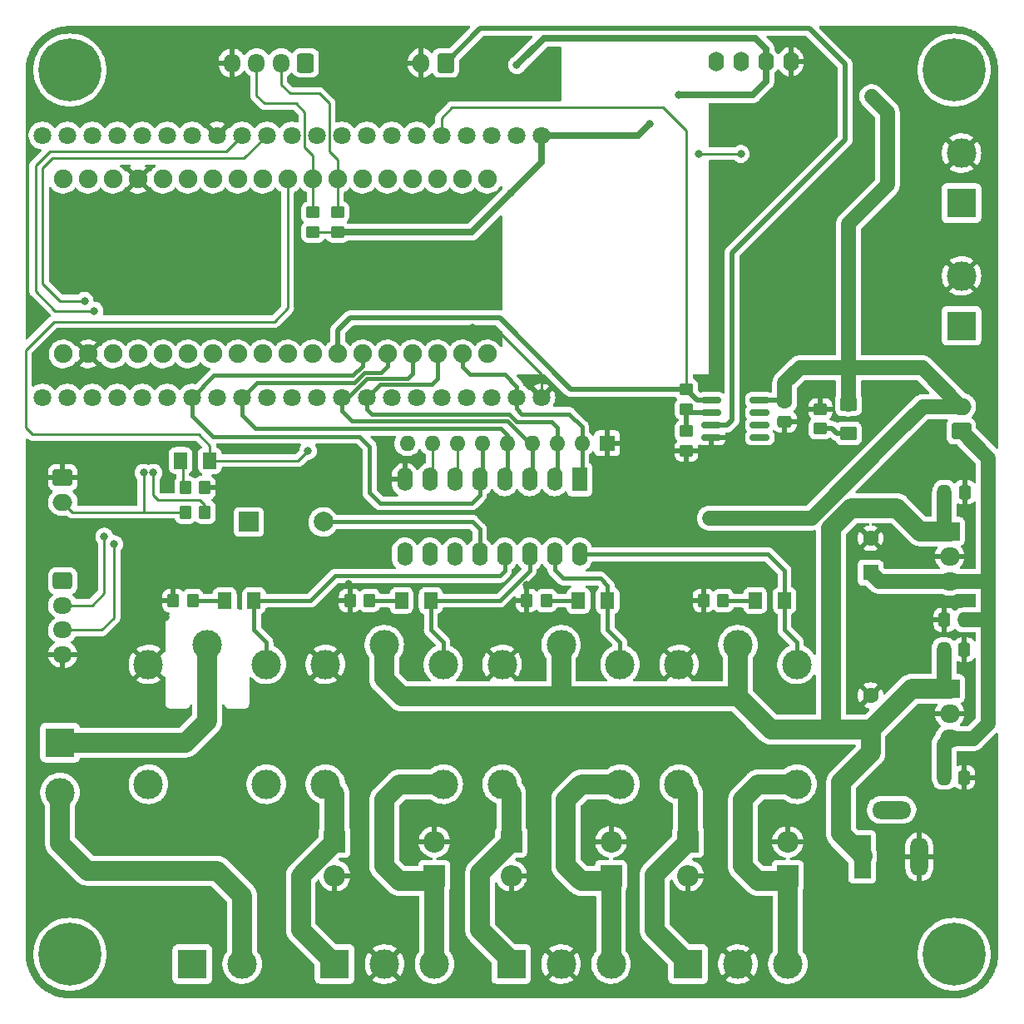
<source format=gbr>
%TF.GenerationSoftware,KiCad,Pcbnew,(5.99.0-10406-ge27733587d)*%
%TF.CreationDate,2021-05-19T17:56:25+05:30*%
%TF.ProjectId,OxiKit-Brainboard_v1,4f78694b-6974-42d4-9272-61696e626f61,rev?*%
%TF.SameCoordinates,Original*%
%TF.FileFunction,Copper,L1,Top*%
%TF.FilePolarity,Positive*%
%FSLAX46Y46*%
G04 Gerber Fmt 4.6, Leading zero omitted, Abs format (unit mm)*
G04 Created by KiCad (PCBNEW (5.99.0-10406-ge27733587d)) date 2021-05-19 17:56:25*
%MOMM*%
%LPD*%
G01*
G04 APERTURE LIST*
G04 Aperture macros list*
%AMRoundRect*
0 Rectangle with rounded corners*
0 $1 Rounding radius*
0 $2 $3 $4 $5 $6 $7 $8 $9 X,Y pos of 4 corners*
0 Add a 4 corners polygon primitive as box body*
4,1,4,$2,$3,$4,$5,$6,$7,$8,$9,$2,$3,0*
0 Add four circle primitives for the rounded corners*
1,1,$1+$1,$2,$3*
1,1,$1+$1,$4,$5*
1,1,$1+$1,$6,$7*
1,1,$1+$1,$8,$9*
0 Add four rect primitives between the rounded corners*
20,1,$1+$1,$2,$3,$4,$5,0*
20,1,$1+$1,$4,$5,$6,$7,0*
20,1,$1+$1,$6,$7,$8,$9,0*
20,1,$1+$1,$8,$9,$2,$3,0*%
G04 Aperture macros list end*
%TA.AperFunction,ComponentPad*%
%ADD10RoundRect,0.250000X-0.750000X0.600000X-0.750000X-0.600000X0.750000X-0.600000X0.750000X0.600000X0*%
%TD*%
%TA.AperFunction,ComponentPad*%
%ADD11O,2.000000X1.700000*%
%TD*%
%TA.AperFunction,SMDPad,CuDef*%
%ADD12RoundRect,0.250000X-0.350000X-0.450000X0.350000X-0.450000X0.350000X0.450000X-0.350000X0.450000X0*%
%TD*%
%TA.AperFunction,SMDPad,CuDef*%
%ADD13RoundRect,0.250000X0.450000X-0.350000X0.450000X0.350000X-0.450000X0.350000X-0.450000X-0.350000X0*%
%TD*%
%TA.AperFunction,SMDPad,CuDef*%
%ADD14RoundRect,0.250000X-0.450000X0.350000X-0.450000X-0.350000X0.450000X-0.350000X0.450000X0.350000X0*%
%TD*%
%TA.AperFunction,ComponentPad*%
%ADD15R,1.600000X1.600000*%
%TD*%
%TA.AperFunction,ComponentPad*%
%ADD16C,1.600000*%
%TD*%
%TA.AperFunction,ComponentPad*%
%ADD17R,2.200000X2.200000*%
%TD*%
%TA.AperFunction,ComponentPad*%
%ADD18O,2.200000X2.200000*%
%TD*%
%TA.AperFunction,ComponentPad*%
%ADD19R,3.000000X3.000000*%
%TD*%
%TA.AperFunction,ComponentPad*%
%ADD20C,3.000000*%
%TD*%
%TA.AperFunction,ComponentPad*%
%ADD21C,0.800000*%
%TD*%
%TA.AperFunction,ComponentPad*%
%ADD22C,6.400000*%
%TD*%
%TA.AperFunction,SMDPad,CuDef*%
%ADD23RoundRect,0.250000X0.337500X0.475000X-0.337500X0.475000X-0.337500X-0.475000X0.337500X-0.475000X0*%
%TD*%
%TA.AperFunction,ComponentPad*%
%ADD24R,2.000000X2.000000*%
%TD*%
%TA.AperFunction,ComponentPad*%
%ADD25C,2.000000*%
%TD*%
%TA.AperFunction,ComponentPad*%
%ADD26C,1.800000*%
%TD*%
%TA.AperFunction,SMDPad,CuDef*%
%ADD27RoundRect,0.150000X-0.825000X-0.150000X0.825000X-0.150000X0.825000X0.150000X-0.825000X0.150000X0*%
%TD*%
%TA.AperFunction,SMDPad,CuDef*%
%ADD28RoundRect,0.250001X-0.462499X-0.624999X0.462499X-0.624999X0.462499X0.624999X-0.462499X0.624999X0*%
%TD*%
%TA.AperFunction,SMDPad,CuDef*%
%ADD29RoundRect,0.250000X0.350000X0.450000X-0.350000X0.450000X-0.350000X-0.450000X0.350000X-0.450000X0*%
%TD*%
%TA.AperFunction,ComponentPad*%
%ADD30O,1.600000X2.000000*%
%TD*%
%TA.AperFunction,SMDPad,CuDef*%
%ADD31RoundRect,0.250000X-0.337500X-0.475000X0.337500X-0.475000X0.337500X0.475000X-0.337500X0.475000X0*%
%TD*%
%TA.AperFunction,ComponentPad*%
%ADD32O,1.600000X1.600000*%
%TD*%
%TA.AperFunction,ComponentPad*%
%ADD33RoundRect,0.250000X0.600000X0.725000X-0.600000X0.725000X-0.600000X-0.725000X0.600000X-0.725000X0*%
%TD*%
%TA.AperFunction,ComponentPad*%
%ADD34O,1.700000X1.950000*%
%TD*%
%TA.AperFunction,ComponentPad*%
%ADD35R,2.000000X1.905000*%
%TD*%
%TA.AperFunction,ComponentPad*%
%ADD36O,2.000000X1.905000*%
%TD*%
%TA.AperFunction,ComponentPad*%
%ADD37C,1.900000*%
%TD*%
%TA.AperFunction,ComponentPad*%
%ADD38RoundRect,0.250000X0.750000X-0.600000X0.750000X0.600000X-0.750000X0.600000X-0.750000X-0.600000X0*%
%TD*%
%TA.AperFunction,ComponentPad*%
%ADD39RoundRect,0.250000X0.600000X0.750000X-0.600000X0.750000X-0.600000X-0.750000X0.600000X-0.750000X0*%
%TD*%
%TA.AperFunction,ComponentPad*%
%ADD40O,1.700000X2.000000*%
%TD*%
%TA.AperFunction,ComponentPad*%
%ADD41O,1.950000X1.700000*%
%TD*%
%TA.AperFunction,ComponentPad*%
%ADD42RoundRect,0.250000X-0.725000X0.600000X-0.725000X-0.600000X0.725000X-0.600000X0.725000X0.600000X0*%
%TD*%
%TA.AperFunction,ComponentPad*%
%ADD43R,1.600000X2.400000*%
%TD*%
%TA.AperFunction,ComponentPad*%
%ADD44O,1.600000X2.400000*%
%TD*%
%TA.AperFunction,SMDPad,CuDef*%
%ADD45RoundRect,0.250000X-0.475000X0.337500X-0.475000X-0.337500X0.475000X-0.337500X0.475000X0.337500X0*%
%TD*%
%TA.AperFunction,ComponentPad*%
%ADD46R,1.800000X4.400000*%
%TD*%
%TA.AperFunction,ComponentPad*%
%ADD47O,1.800000X4.000000*%
%TD*%
%TA.AperFunction,ComponentPad*%
%ADD48O,4.000000X1.800000*%
%TD*%
%TA.AperFunction,SMDPad,CuDef*%
%ADD49RoundRect,0.250001X0.624999X-0.462499X0.624999X0.462499X-0.624999X0.462499X-0.624999X-0.462499X0*%
%TD*%
%TA.AperFunction,ViaPad*%
%ADD50C,0.800000*%
%TD*%
%TA.AperFunction,Conductor*%
%ADD51C,0.500000*%
%TD*%
%TA.AperFunction,Conductor*%
%ADD52C,0.250000*%
%TD*%
%TA.AperFunction,Conductor*%
%ADD53C,0.700000*%
%TD*%
%TA.AperFunction,Conductor*%
%ADD54C,0.254000*%
%TD*%
%TA.AperFunction,Conductor*%
%ADD55C,0.400000*%
%TD*%
%TA.AperFunction,Conductor*%
%ADD56C,1.500000*%
%TD*%
%TA.AperFunction,Conductor*%
%ADD57C,2.000000*%
%TD*%
G04 APERTURE END LIST*
D10*
%TO.P,SW2,1*%
%TO.N,GND*%
X54275000Y-86500000D03*
D11*
%TO.P,SW2,2*%
%TO.N,EMR*%
X54275000Y-89000000D03*
%TD*%
D12*
%TO.P,R11,1*%
%TO.N,EMR*%
X66750000Y-90000000D03*
%TO.P,R11,2*%
%TO.N,+3.3V*%
X68750000Y-90000000D03*
%TD*%
D13*
%TO.P,R10,1*%
%TO.N,+3.3V*%
X82250000Y-61500000D03*
%TO.P,R10,2*%
%TO.N,SDA*%
X82250000Y-59500000D03*
%TD*%
%TO.P,R9,1*%
%TO.N,+3.3V*%
X79750000Y-61500000D03*
%TO.P,R9,2*%
%TO.N,SCL*%
X79750000Y-59500000D03*
%TD*%
D14*
%TO.P,R2,1*%
%TO.N,Oxy-out*%
X117750000Y-77500000D03*
%TO.P,R2,2*%
%TO.N,Net-(R1-Pad2)*%
X117750000Y-79500000D03*
%TD*%
D13*
%TO.P,R1,1*%
%TO.N,GND*%
X117750000Y-83750000D03*
%TO.P,R1,2*%
%TO.N,Net-(R1-Pad2)*%
X117750000Y-81750000D03*
%TD*%
D15*
%TO.P,C1,1*%
%TO.N,+12V*%
X136500000Y-112152651D03*
D16*
%TO.P,C1,2*%
%TO.N,GND*%
X136500000Y-108652651D03*
%TD*%
D17*
%TO.P,D12,1,K*%
%TO.N,+V3{slash}2*%
X92110000Y-127000000D03*
D18*
%TO.P,D12,2,A*%
%TO.N,GND*%
X81950000Y-127000000D03*
%TD*%
D19*
%TO.P,J11,1,Pin_1*%
%TO.N,/Comp*%
X67460000Y-136000000D03*
D20*
%TO.P,J11,2,Pin_2*%
%TO.N,N*%
X72540000Y-136000000D03*
%TD*%
%TO.P,K4,11*%
%TO.N,/L*%
X69000000Y-103500000D03*
%TO.P,K4,12*%
%TO.N,N/C*%
X75000000Y-117700000D03*
%TO.P,K4,14*%
%TO.N,/Comp*%
X63000000Y-117700000D03*
%TO.P,K4,A1*%
%TO.N,GND*%
X63000000Y-105500000D03*
%TO.P,K4,A2*%
%TO.N,O4*%
X75000000Y-105500000D03*
%TD*%
D21*
%TO.P,H3,1*%
%TO.N,N/C*%
X147400000Y-135000000D03*
X143302944Y-133302944D03*
X146697056Y-136697056D03*
X146697056Y-133302944D03*
D22*
X145000000Y-135000000D03*
D21*
X145000000Y-132600000D03*
X143302944Y-136697056D03*
X142600000Y-135000000D03*
X145000000Y-137400000D03*
%TD*%
D23*
%TO.P,C3,1*%
%TO.N,+5VP*%
X146092500Y-100960000D03*
%TO.P,C3,2*%
%TO.N,GND*%
X144017500Y-100960000D03*
%TD*%
D17*
%TO.P,D4,1,K*%
%TO.N,+V1{slash}1*%
X117920000Y-123550000D03*
D18*
%TO.P,D4,2,A*%
%TO.N,GND*%
X128080000Y-123550000D03*
%TD*%
D19*
%TO.P,J9,1,Pin_1*%
%TO.N,/L*%
X54000000Y-113460000D03*
D20*
%TO.P,J9,2,Pin_2*%
%TO.N,N*%
X54000000Y-118540000D03*
%TD*%
%TO.P,K3,11*%
%TO.N,+12V*%
X87000000Y-103500000D03*
%TO.P,K3,12*%
%TO.N,+V3{slash}2*%
X93000000Y-117700000D03*
%TO.P,K3,14*%
%TO.N,+V3{slash}1*%
X81000000Y-117700000D03*
%TO.P,K3,A1*%
%TO.N,GND*%
X81000000Y-105500000D03*
%TO.P,K3,A2*%
%TO.N,O3*%
X93000000Y-105500000D03*
%TD*%
D24*
%TO.P,BZ1,1,-*%
%TO.N,+5V*%
X73200000Y-91000000D03*
D25*
%TO.P,BZ1,2,+*%
%TO.N,O5*%
X80800000Y-91000000D03*
%TD*%
D26*
%TO.P,U5,1,3V3*%
%TO.N,+3.3V*%
X103000000Y-51665000D03*
%TO.P,U5,2,NC*%
%TO.N,N/C*%
X100460000Y-51665000D03*
%TO.P,U5,3,GPIO36*%
X97920000Y-51665000D03*
%TO.P,U5,4,GPIO39*%
X95380000Y-51665000D03*
%TO.P,U5,5,GPIO34*%
%TO.N,Oxy-out*%
X92840000Y-51665000D03*
%TO.P,U5,6,GPIO35*%
%TO.N,N/C*%
X90300000Y-51665000D03*
%TO.P,U5,7,GPIO32*%
X87760000Y-51665000D03*
%TO.P,U5,8,GPIO33*%
X85220000Y-51665000D03*
%TO.P,U5,9,GPIO25*%
X82680000Y-51665000D03*
%TO.P,U5,10,GPIO26*%
X80140000Y-51665000D03*
%TO.P,U5,11,GPIO27*%
X77600000Y-51665000D03*
%TO.P,U5,12,GPIO14*%
%TO.N,RX*%
X75060000Y-51665000D03*
%TO.P,U5,13,GPIO12*%
%TO.N,TX*%
X72520000Y-51665000D03*
%TO.P,U5,14,GND*%
%TO.N,GND*%
X69980000Y-51665000D03*
%TO.P,U5,15,GPIO13*%
%TO.N,N/C*%
X67440000Y-51665000D03*
%TO.P,U5,16,SD2*%
X64900000Y-51665000D03*
%TO.P,U5,17,SD3*%
X62360000Y-51665000D03*
%TO.P,U5,18,CMD*%
X59820000Y-51665000D03*
%TO.P,U5,19,5V*%
%TO.N,+5V*%
X57280000Y-51665000D03*
%TO.P,U5,20,SPK+*%
%TO.N,N/C*%
X54740000Y-51665000D03*
%TO.P,U5,21,SPK-*%
X52200000Y-51665000D03*
%TO.P,U5,22,GND*%
%TO.N,GND*%
X103000000Y-78335000D03*
%TO.P,U5,23,GPIO23*%
%TO.N,I1*%
X100460000Y-78335000D03*
%TO.P,U5,24,GPIO22*%
%TO.N,SCL*%
X97920000Y-78335000D03*
%TO.P,U5,25,TX*%
%TO.N,N/C*%
X95380000Y-78335000D03*
%TO.P,U5,26,RX*%
X92840000Y-78335000D03*
%TO.P,U5,27,GPIO21*%
%TO.N,SDA*%
X90300000Y-78335000D03*
%TO.P,U5,28,GND*%
%TO.N,GND*%
X87760000Y-78335000D03*
%TO.P,U5,29,GPIO19*%
%TO.N,I2*%
X85220000Y-78335000D03*
%TO.P,U5,30,GPIO18*%
%TO.N,I3*%
X82680000Y-78335000D03*
%TO.P,U5,31,GPIO5*%
%TO.N,LED*%
X80140000Y-78335000D03*
%TO.P,U5,32,NC*%
%TO.N,N/C*%
X77600000Y-78335000D03*
%TO.P,U5,33,NC*%
X75060000Y-78335000D03*
%TO.P,U5,34,GPIO4*%
%TO.N,I4*%
X72520000Y-78335000D03*
%TO.P,U5,35,GPIO0*%
%TO.N,N/C*%
X69980000Y-78335000D03*
%TO.P,U5,36,GPIO2*%
%TO.N,I5*%
X67440000Y-78335000D03*
%TO.P,U5,37,GPIO15*%
%TO.N,EMR*%
X64900000Y-78335000D03*
%TO.P,U5,38,SD1*%
%TO.N,N/C*%
X62360000Y-78335000D03*
%TO.P,U5,39,SD0*%
X59820000Y-78335000D03*
%TO.P,U5,40,CLK*%
X57280000Y-78335000D03*
%TO.P,U5,41,MIC-*%
X54740000Y-78335000D03*
%TO.P,U5,42,MIC+*%
X52200000Y-78335000D03*
%TD*%
D27*
%TO.P,U2,1*%
%TO.N,Oxy-out*%
X120275000Y-78595000D03*
%TO.P,U2,2,-*%
%TO.N,Net-(R1-Pad2)*%
X120275000Y-79865000D03*
%TO.P,U2,3,+*%
%TO.N,Net-(J1-Pad1)*%
X120275000Y-81135000D03*
%TO.P,U2,4,V-*%
%TO.N,GND*%
X120275000Y-82405000D03*
%TO.P,U2,5*%
%TO.N,N/C*%
X125225000Y-82405000D03*
%TO.P,U2,6*%
X125225000Y-81135000D03*
%TO.P,U2,7*%
X125225000Y-79865000D03*
%TO.P,U2,8,V+*%
%TO.N,+5V*%
X125225000Y-78595000D03*
%TD*%
D28*
%TO.P,D9,1,K*%
%TO.N,Net-(D9-Pad1)*%
X70762500Y-99000000D03*
%TO.P,D9,2,A*%
%TO.N,O4*%
X73737500Y-99000000D03*
%TD*%
D17*
%TO.P,D8,1,K*%
%TO.N,+V2{slash}2*%
X110080000Y-127000000D03*
D18*
%TO.P,D8,2,A*%
%TO.N,GND*%
X99920000Y-127000000D03*
%TD*%
D29*
%TO.P,R7,1*%
%TO.N,Net-(D9-Pad1)*%
X67500000Y-99000000D03*
%TO.P,R7,2*%
%TO.N,GND*%
X65500000Y-99000000D03*
%TD*%
D15*
%TO.P,C7,1*%
%TO.N,+5VP*%
X136500000Y-96152651D03*
D16*
%TO.P,C7,2*%
%TO.N,GND*%
X136500000Y-92652651D03*
%TD*%
D20*
%TO.P,K2,11*%
%TO.N,+12V*%
X105000000Y-103500000D03*
%TO.P,K2,12*%
%TO.N,+V2{slash}2*%
X111000000Y-117700000D03*
%TO.P,K2,14*%
%TO.N,+V2{slash}1*%
X99000000Y-117700000D03*
%TO.P,K2,A1*%
%TO.N,GND*%
X99000000Y-105500000D03*
%TO.P,K2,A2*%
%TO.N,O2*%
X111000000Y-105500000D03*
%TD*%
D30*
%TO.P,Brd1,1,GND*%
%TO.N,GND*%
X128370000Y-44150000D03*
%TO.P,Brd1,2,VCC*%
%TO.N,+3.3V*%
X125830000Y-44150000D03*
%TO.P,Brd1,3,SCL*%
%TO.N,SCL*%
X123290000Y-44150000D03*
%TO.P,Brd1,4,SDA*%
%TO.N,SDA*%
X120750000Y-44150000D03*
%TD*%
D19*
%TO.P,J5,1,Pin_1*%
%TO.N,+12V*%
X145750000Y-71040000D03*
D20*
%TO.P,J5,2,Pin_2*%
%TO.N,GND*%
X145750000Y-65960000D03*
%TD*%
D21*
%TO.P,H1,1*%
%TO.N,N/C*%
X55000000Y-132600000D03*
X55000000Y-137400000D03*
X53302944Y-133302944D03*
X57400000Y-135000000D03*
D22*
X55000000Y-135000000D03*
D21*
X52600000Y-135000000D03*
X53302944Y-136697056D03*
X56697056Y-136697056D03*
X56697056Y-133302944D03*
%TD*%
D19*
%TO.P,J8,1,Pin_1*%
%TO.N,+V2{slash}1*%
X99920000Y-136000000D03*
D20*
%TO.P,J8,2,Pin_2*%
%TO.N,GND*%
X105000000Y-136000000D03*
%TO.P,J8,3,Pin_3*%
%TO.N,+V2{slash}2*%
X110080000Y-136000000D03*
%TD*%
D31*
%TO.P,C4,1*%
%TO.N,+12V*%
X144017500Y-87960000D03*
%TO.P,C4,2*%
%TO.N,GND*%
X146092500Y-87960000D03*
%TD*%
D15*
%TO.P,RN1,1,common*%
%TO.N,GND*%
X109675000Y-83000000D03*
D32*
%TO.P,RN1,2,R1*%
%TO.N,I1*%
X107135000Y-83000000D03*
%TO.P,RN1,3,R2*%
%TO.N,I2*%
X104595000Y-83000000D03*
%TO.P,RN1,4,R3*%
%TO.N,I3*%
X102055000Y-83000000D03*
%TO.P,RN1,5,R4*%
%TO.N,I4*%
X99515000Y-83000000D03*
%TO.P,RN1,6,R5*%
%TO.N,I5*%
X96975000Y-83000000D03*
%TO.P,RN1,7,R6*%
%TO.N,I6*%
X94435000Y-83000000D03*
%TO.P,RN1,8,R7*%
%TO.N,I7*%
X91895000Y-83000000D03*
%TO.P,RN1,9,R8*%
%TO.N,N/C*%
X89355000Y-83000000D03*
%TD*%
D19*
%TO.P,J4,1,Pin_1*%
%TO.N,+12V*%
X145750000Y-58540000D03*
D20*
%TO.P,J4,2,Pin_2*%
%TO.N,GND*%
X145750000Y-53460000D03*
%TD*%
D19*
%TO.P,J7,1,Pin_1*%
%TO.N,+V1{slash}1*%
X117920000Y-136000000D03*
D20*
%TO.P,J7,2,Pin_2*%
%TO.N,GND*%
X123000000Y-136000000D03*
%TO.P,J7,3,Pin_3*%
%TO.N,+V1{slash}2*%
X128080000Y-136000000D03*
%TD*%
D12*
%TO.P,R3,1*%
%TO.N,Net-(D1-Pad1)*%
X66750000Y-87512500D03*
%TO.P,R3,2*%
%TO.N,GND*%
X68750000Y-87512500D03*
%TD*%
D33*
%TO.P,J3,1,Pin_1*%
%TO.N,+3.3V*%
X79000000Y-44275000D03*
D34*
%TO.P,J3,2,Pin_2*%
%TO.N,SDA*%
X76500000Y-44275000D03*
%TO.P,J3,3,Pin_3*%
%TO.N,SCL*%
X74000000Y-44275000D03*
%TO.P,J3,4,Pin_4*%
%TO.N,GND*%
X71500000Y-44275000D03*
%TD*%
D35*
%TO.P,U3,1,VI*%
%TO.N,+12V*%
X144555000Y-91960000D03*
D36*
%TO.P,U3,2,GND*%
%TO.N,GND*%
X144555000Y-94500000D03*
%TO.P,U3,3,VO*%
%TO.N,+5VP*%
X144555000Y-97040000D03*
%TD*%
D21*
%TO.P,H4,1*%
%TO.N,N/C*%
X146697056Y-46697056D03*
D22*
X145000000Y-45000000D03*
D21*
X147400000Y-45000000D03*
X142600000Y-45000000D03*
X145000000Y-42600000D03*
X146697056Y-43302944D03*
X143302944Y-43302944D03*
X143302944Y-46697056D03*
X145000000Y-47400000D03*
%TD*%
D37*
%TO.P,U1,1,VIN*%
%TO.N,+5V*%
X54322500Y-73890000D03*
%TO.P,U1,2,GND*%
%TO.N,GND*%
X56862500Y-73890000D03*
%TO.P,U1,3,TX*%
%TO.N,TX*%
X59402500Y-73890000D03*
%TO.P,U1,4,RX*%
%TO.N,RX*%
X61942500Y-73890000D03*
%TO.P,U1,5,A7*%
%TO.N,N/C*%
X64482500Y-73890000D03*
%TO.P,U1,6,A6*%
%TO.N,EMR*%
X67022500Y-73890000D03*
%TO.P,U1,7,A5*%
%TO.N,N/C*%
X69562500Y-73890000D03*
%TO.P,U1,8,A4*%
X72102500Y-73890000D03*
%TO.P,U1,9,A3*%
X74642500Y-73890000D03*
%TO.P,U1,10,A2*%
X77182500Y-73890000D03*
%TO.P,U1,11,A1*%
X79722500Y-73890000D03*
%TO.P,U1,12,A0*%
%TO.N,Oxy-out*%
X82262500Y-73890000D03*
%TO.P,U1,13,B5*%
%TO.N,I5*%
X84802500Y-73890000D03*
%TO.P,U1,14,B4*%
%TO.N,I4*%
X87342500Y-73890000D03*
%TO.P,U1,15,B3*%
%TO.N,I3*%
X89882500Y-73890000D03*
%TO.P,U1,16,B2*%
%TO.N,I2*%
X92422500Y-73890000D03*
%TO.P,U1,17,B1*%
%TO.N,I1*%
X94962500Y-73890000D03*
%TO.P,U1,18,B0*%
%TO.N,N/C*%
X97502500Y-73890000D03*
%TO.P,U1,19,C0*%
X97502500Y-56110000D03*
%TO.P,U1,20,C1*%
X94962500Y-56110000D03*
%TO.P,U1,21,C2*%
X92422500Y-56110000D03*
%TO.P,U1,22,C3*%
X89882500Y-56110000D03*
%TO.P,U1,23,C4*%
X87342500Y-56110000D03*
%TO.P,U1,24,C5*%
X84802500Y-56110000D03*
%TO.P,U1,25,D0*%
%TO.N,SDA*%
X82262500Y-56110000D03*
%TO.P,U1,26,D1*%
%TO.N,SCL*%
X79722500Y-56110000D03*
%TO.P,U1,27,D2*%
%TO.N,LED*%
X77182500Y-56110000D03*
%TO.P,U1,28,D3*%
%TO.N,N/C*%
X74642500Y-56110000D03*
%TO.P,U1,29,D4*%
X72102500Y-56110000D03*
%TO.P,U1,30,D5*%
X69562500Y-56110000D03*
%TO.P,U1,31,D6*%
X67022500Y-56110000D03*
%TO.P,U1,32,D7*%
X64482500Y-56110000D03*
%TO.P,U1,33,GND*%
%TO.N,GND*%
X61942500Y-56110000D03*
%TO.P,U1,34,VBAT*%
%TO.N,N/C*%
X59402500Y-56110000D03*
%TO.P,U1,35,RESET*%
X56862500Y-56110000D03*
%TO.P,U1,36,3V3*%
%TO.N,+3.3V*%
X54322500Y-56110000D03*
%TD*%
D17*
%TO.P,D11,1,K*%
%TO.N,+V3{slash}1*%
X81950000Y-123550000D03*
D18*
%TO.P,D11,2,A*%
%TO.N,GND*%
X92110000Y-123550000D03*
%TD*%
D38*
%TO.P,SW1,1*%
%TO.N,+5VP*%
X145725000Y-81750000D03*
D11*
%TO.P,SW1,2*%
%TO.N,+5V*%
X145725000Y-79250000D03*
%TD*%
D39*
%TO.P,J1,1,Pin_1*%
%TO.N,Net-(J1-Pad1)*%
X93250000Y-44275000D03*
D40*
%TO.P,J1,2,Pin_2*%
%TO.N,GND*%
X90750000Y-44275000D03*
%TD*%
D41*
%TO.P,J6,4,Pin_4*%
%TO.N,GND*%
X54275000Y-104500000D03*
%TO.P,J6,3,Pin_3*%
%TO.N,RX*%
X54275000Y-102000000D03*
%TO.P,J6,2,Pin_2*%
%TO.N,TX*%
X54275000Y-99500000D03*
D42*
%TO.P,J6,1,Pin_1*%
%TO.N,+5V*%
X54275000Y-97000000D03*
%TD*%
D29*
%TO.P,R6,1*%
%TO.N,Net-(D6-Pad1)*%
X103500000Y-99000000D03*
%TO.P,R6,2*%
%TO.N,GND*%
X101500000Y-99000000D03*
%TD*%
D17*
%TO.P,D5,1,K*%
%TO.N,+V1{slash}2*%
X128080000Y-127000000D03*
D18*
%TO.P,D5,2,A*%
%TO.N,GND*%
X117920000Y-127000000D03*
%TD*%
D29*
%TO.P,R5,1*%
%TO.N,Net-(D3-Pad1)*%
X121500000Y-99000000D03*
%TO.P,R5,2*%
%TO.N,GND*%
X119500000Y-99000000D03*
%TD*%
D43*
%TO.P,U6,1,I1*%
%TO.N,I1*%
X106875000Y-86675000D03*
D44*
%TO.P,U6,2,I2*%
%TO.N,I2*%
X104335000Y-86675000D03*
%TO.P,U6,3,I3*%
%TO.N,I3*%
X101795000Y-86675000D03*
%TO.P,U6,4,I4*%
%TO.N,I4*%
X99255000Y-86675000D03*
%TO.P,U6,5,I5*%
%TO.N,I5*%
X96715000Y-86675000D03*
%TO.P,U6,6,I6*%
%TO.N,I6*%
X94175000Y-86675000D03*
%TO.P,U6,7,I7*%
%TO.N,I7*%
X91635000Y-86675000D03*
%TO.P,U6,8,GND*%
%TO.N,GND*%
X89095000Y-86675000D03*
%TO.P,U6,9,COM*%
%TO.N,+5V*%
X89095000Y-94295000D03*
%TO.P,U6,10,O7*%
%TO.N,N/C*%
X91635000Y-94295000D03*
%TO.P,U6,11,O6*%
X94175000Y-94295000D03*
%TO.P,U6,12,O5*%
%TO.N,O5*%
X96715000Y-94295000D03*
%TO.P,U6,13,O4*%
%TO.N,O4*%
X99255000Y-94295000D03*
%TO.P,U6,14,O3*%
%TO.N,O3*%
X101795000Y-94295000D03*
%TO.P,U6,15,O2*%
%TO.N,O2*%
X104335000Y-94295000D03*
%TO.P,U6,16,O1*%
%TO.N,O1*%
X106875000Y-94295000D03*
%TD*%
D21*
%TO.P,H2,1*%
%TO.N,N/C*%
X53302944Y-46697056D03*
D22*
X55000000Y-45000000D03*
D21*
X55000000Y-42600000D03*
X52600000Y-45000000D03*
X55000000Y-47400000D03*
X57400000Y-45000000D03*
X56697056Y-43302944D03*
X56697056Y-46697056D03*
X53302944Y-43302944D03*
%TD*%
D29*
%TO.P,R8,1*%
%TO.N,Net-(D10-Pad1)*%
X85500000Y-99000000D03*
%TO.P,R8,2*%
%TO.N,GND*%
X83500000Y-99000000D03*
%TD*%
D19*
%TO.P,J10,1,Pin_1*%
%TO.N,+V3{slash}1*%
X81950000Y-136000000D03*
D20*
%TO.P,J10,2,Pin_2*%
%TO.N,GND*%
X87030000Y-136000000D03*
%TO.P,J10,3,Pin_3*%
%TO.N,+V3{slash}2*%
X92110000Y-136000000D03*
%TD*%
D28*
%TO.P,D3,1,K*%
%TO.N,Net-(D3-Pad1)*%
X124762500Y-99000000D03*
%TO.P,D3,2,A*%
%TO.N,O1*%
X127737500Y-99000000D03*
%TD*%
D20*
%TO.P,K1,11*%
%TO.N,+12V*%
X123000000Y-103500000D03*
%TO.P,K1,12*%
%TO.N,+V1{slash}2*%
X129000000Y-117700000D03*
%TO.P,K1,14*%
%TO.N,+V1{slash}1*%
X117000000Y-117700000D03*
%TO.P,K1,A1*%
%TO.N,GND*%
X117000000Y-105500000D03*
%TO.P,K1,A2*%
%TO.N,O1*%
X129000000Y-105500000D03*
%TD*%
D13*
%TO.P,R4,1*%
%TO.N,Net-(D2-Pad1)*%
X131400000Y-81500000D03*
%TO.P,R4,2*%
%TO.N,GND*%
X131400000Y-79500000D03*
%TD*%
D45*
%TO.P,C5,1*%
%TO.N,+5V*%
X127750000Y-78712500D03*
%TO.P,C5,2*%
%TO.N,GND*%
X127750000Y-80787500D03*
%TD*%
D46*
%TO.P,J2,1*%
%TO.N,+12V*%
X135650000Y-125100000D03*
D47*
%TO.P,J2,2*%
%TO.N,GND*%
X141450000Y-125100000D03*
D48*
%TO.P,J2,3*%
%TO.N,N/C*%
X138650000Y-120300000D03*
%TD*%
D31*
%TO.P,C6,1*%
%TO.N,+5VP*%
X143962500Y-117000000D03*
%TO.P,C6,2*%
%TO.N,GND*%
X146037500Y-117000000D03*
%TD*%
%TO.P,C2,1*%
%TO.N,+12V*%
X143962500Y-104000000D03*
%TO.P,C2,2*%
%TO.N,GND*%
X146037500Y-104000000D03*
%TD*%
D28*
%TO.P,D1,1,K*%
%TO.N,Net-(D1-Pad1)*%
X66262500Y-84762500D03*
%TO.P,D1,2,A*%
%TO.N,LED*%
X69237500Y-84762500D03*
%TD*%
%TO.P,D10,1,K*%
%TO.N,Net-(D10-Pad1)*%
X88762500Y-99000000D03*
%TO.P,D10,2,A*%
%TO.N,O3*%
X91737500Y-99000000D03*
%TD*%
%TO.P,D6,1,K*%
%TO.N,Net-(D6-Pad1)*%
X106762500Y-99000000D03*
%TO.P,D6,2,A*%
%TO.N,O2*%
X109737500Y-99000000D03*
%TD*%
D49*
%TO.P,D2,1,K*%
%TO.N,Net-(D2-Pad1)*%
X134250000Y-81987500D03*
%TO.P,D2,2,A*%
%TO.N,+5V*%
X134250000Y-79012500D03*
%TD*%
D17*
%TO.P,D7,1,K*%
%TO.N,+V2{slash}1*%
X99920000Y-123550000D03*
D18*
%TO.P,D7,2,A*%
%TO.N,GND*%
X110080000Y-123550000D03*
%TD*%
D35*
%TO.P,U4,1,VI*%
%TO.N,+12V*%
X144555000Y-107960000D03*
D36*
%TO.P,U4,2,GND*%
%TO.N,GND*%
X144555000Y-110500000D03*
%TO.P,U4,3,VO*%
%TO.N,+5VP*%
X144555000Y-113040000D03*
%TD*%
D50*
%TO.N,GND*%
X96000000Y-71250000D03*
X72750000Y-83500000D03*
%TO.N,+3.3V*%
X114000000Y-50500000D03*
X117000000Y-47500000D03*
X99900000Y-57500000D03*
%TO.N,SCL*%
X123290000Y-53540000D03*
X119000000Y-53500000D03*
%TO.N,+3.3V*%
X63500000Y-86000000D03*
%TO.N,RX*%
X59500000Y-93250000D03*
%TO.N,TX*%
X58500000Y-92500000D03*
%TO.N,EMR*%
X62500000Y-86000000D03*
%TO.N,+5V*%
X120100000Y-90600000D03*
X136600000Y-47700000D03*
%TO.N,GND*%
X96000000Y-69000000D03*
X124000000Y-88000000D03*
X119500000Y-83900000D03*
X117800000Y-85400000D03*
X94000000Y-67000000D03*
X63500000Y-67000000D03*
X120000000Y-93000000D03*
X71500000Y-65000000D03*
X88000000Y-59000000D03*
X92000000Y-59000000D03*
X113400000Y-79300000D03*
X124900000Y-51000000D03*
X124000000Y-93000000D03*
X112000000Y-96000000D03*
X92000000Y-69000000D03*
X140000000Y-46000000D03*
X118000000Y-88000000D03*
X96000000Y-63000000D03*
X120000000Y-96000000D03*
X114000000Y-88000000D03*
X140000000Y-44000000D03*
X127500000Y-47000000D03*
X63500000Y-63000000D03*
X138000000Y-42000000D03*
X140000000Y-50000000D03*
X90000000Y-65000000D03*
X127500000Y-51000000D03*
X112000000Y-88000000D03*
X65500000Y-65000000D03*
X73500000Y-69000000D03*
X112000000Y-93000000D03*
X122000000Y-96000000D03*
X130000000Y-47000000D03*
X92000000Y-63000000D03*
X146000000Y-50000000D03*
X114000000Y-96000000D03*
X101500000Y-97400000D03*
X140000000Y-42000000D03*
X76750000Y-86750000D03*
X119500000Y-97300000D03*
X67500000Y-69000000D03*
X140000000Y-48000000D03*
X76750000Y-88500000D03*
X132000000Y-47000000D03*
X88000000Y-67000000D03*
X83400000Y-100700000D03*
X69500000Y-65000000D03*
X92000000Y-67000000D03*
X67500000Y-67000000D03*
X130000000Y-51000000D03*
X65500000Y-63000000D03*
X73500000Y-63000000D03*
X130000000Y-49000000D03*
X134000000Y-42000000D03*
X124900000Y-49000000D03*
X90000000Y-59000000D03*
X109700000Y-79300000D03*
X83400000Y-97300000D03*
X135600000Y-51000000D03*
X116000000Y-88000000D03*
X94000000Y-59000000D03*
X114000000Y-93000000D03*
X136000000Y-42000000D03*
X71500000Y-63000000D03*
X65500000Y-67000000D03*
X148000000Y-50000000D03*
X142000000Y-50000000D03*
X124000000Y-96000000D03*
X118000000Y-96000000D03*
X101500000Y-100700000D03*
X94000000Y-65000000D03*
X116100000Y-83900000D03*
X90000000Y-63000000D03*
X88000000Y-69000000D03*
X116000000Y-96000000D03*
X92000000Y-65000000D03*
X73500000Y-67000000D03*
X90000000Y-67000000D03*
X132000000Y-49000000D03*
X129500000Y-80900000D03*
X136000000Y-44000000D03*
X127800000Y-82400000D03*
X132000000Y-51000000D03*
X96000000Y-67000000D03*
X122000000Y-93000000D03*
X67500000Y-65000000D03*
X86000000Y-65000000D03*
X86000000Y-69000000D03*
X131400000Y-77900000D03*
X94000000Y-63000000D03*
X94000000Y-69000000D03*
X71500000Y-69000000D03*
X127500000Y-49000000D03*
X69500000Y-69000000D03*
X122000000Y-88000000D03*
X120000000Y-88000000D03*
X88000000Y-63000000D03*
X65500000Y-97200000D03*
X63500000Y-69000000D03*
X90000000Y-69000000D03*
X86000000Y-67000000D03*
X118000000Y-93000000D03*
X116000000Y-93000000D03*
X129500000Y-79500000D03*
X96000000Y-65000000D03*
X69500000Y-67000000D03*
X121600000Y-49100000D03*
X64700000Y-100700000D03*
X86000000Y-63000000D03*
X88000000Y-65000000D03*
X96000000Y-59000000D03*
X63500000Y-65000000D03*
X138000000Y-46000000D03*
X73500000Y-65000000D03*
X138000000Y-44000000D03*
X111600000Y-79300000D03*
X119500000Y-100700000D03*
X71500000Y-67000000D03*
X144000000Y-50000000D03*
X67500000Y-63000000D03*
X69500000Y-63000000D03*
X65500000Y-69000000D03*
%TO.N,+3.3V*%
X100500000Y-44500000D03*
%TO.N,TX*%
X57500000Y-69500000D03*
%TO.N,RX*%
X56500000Y-68500000D03*
%TO.N,LED*%
X79250000Y-83750000D03*
%TD*%
D51*
%TO.N,Oxy-out*%
X83500000Y-70250000D02*
X82262500Y-71487500D01*
X98750000Y-70250000D02*
X83500000Y-70250000D01*
X106000000Y-77500000D02*
X98750000Y-70250000D01*
X82262500Y-71487500D02*
X82262500Y-73890000D01*
X117750000Y-77500000D02*
X106000000Y-77500000D01*
D52*
%TO.N,GND*%
X103000000Y-76000000D02*
X98250000Y-71250000D01*
X103000000Y-78335000D02*
X103000000Y-76000000D01*
X98250000Y-71250000D02*
X96000000Y-71250000D01*
D53*
%TO.N,+3.3V*%
X124500000Y-47500000D02*
X125830000Y-46170000D01*
X117000000Y-47500000D02*
X124500000Y-47500000D01*
X125830000Y-46170000D02*
X125830000Y-44150000D01*
X112835000Y-51665000D02*
X114000000Y-50500000D01*
X103000000Y-51665000D02*
X112835000Y-51665000D01*
X95900000Y-61500000D02*
X82250000Y-61500000D01*
X99900000Y-57500000D02*
X95900000Y-61500000D01*
X103000000Y-54400000D02*
X103000000Y-51665000D01*
X99900000Y-57500000D02*
X103000000Y-54400000D01*
D54*
%TO.N,SCL*%
X123250000Y-53500000D02*
X123290000Y-53540000D01*
X119000000Y-53500000D02*
X123250000Y-53500000D01*
D53*
%TO.N,+3.3V*%
X103250000Y-41750000D02*
X124750000Y-41750000D01*
X124750000Y-41750000D02*
X125830000Y-42830000D01*
X125830000Y-42830000D02*
X125830000Y-44150000D01*
X100500000Y-44500000D02*
X103250000Y-41750000D01*
D51*
%TO.N,Net-(J1-Pad1)*%
X122400000Y-63600000D02*
X133900000Y-52100000D01*
X133900000Y-52100000D02*
X133900000Y-44400000D01*
X96775000Y-40750000D02*
X93250000Y-44275000D01*
X122400000Y-80600000D02*
X122400000Y-63600000D01*
X121865000Y-81135000D02*
X122400000Y-80600000D01*
X133900000Y-44400000D02*
X130250000Y-40750000D01*
X130250000Y-40750000D02*
X96775000Y-40750000D01*
X120275000Y-81135000D02*
X121865000Y-81135000D01*
D52*
%TO.N,+3.3V*%
X82250000Y-61500000D02*
X79750000Y-61500000D01*
D54*
%TO.N,SDA*%
X82262500Y-56110000D02*
X82262500Y-59487500D01*
X82262500Y-59487500D02*
X82250000Y-59500000D01*
D52*
%TO.N,SCL*%
X79750000Y-56137500D02*
X79722500Y-56110000D01*
X79750000Y-59500000D02*
X79750000Y-56137500D01*
%TO.N,+3.3V*%
X68750000Y-89300000D02*
X68750000Y-90000000D01*
X68200000Y-88750000D02*
X68750000Y-89300000D01*
X63500000Y-88250000D02*
X64000000Y-88750000D01*
X64000000Y-88750000D02*
X68200000Y-88750000D01*
X63500000Y-86000000D02*
X63500000Y-88250000D01*
D54*
%TO.N,RX*%
X58250000Y-102000000D02*
X54275000Y-102000000D01*
X59500000Y-100750000D02*
X58250000Y-102000000D01*
X59500000Y-93250000D02*
X59500000Y-100750000D01*
%TO.N,TX*%
X57250000Y-99500000D02*
X54275000Y-99500000D01*
X58500000Y-98250000D02*
X57250000Y-99500000D01*
X58500000Y-92500000D02*
X58500000Y-98250000D01*
D52*
%TO.N,EMR*%
X62500000Y-86000000D02*
X62500000Y-90000000D01*
X62500000Y-90000000D02*
X55275000Y-90000000D01*
X66750000Y-90000000D02*
X62500000Y-90000000D01*
D55*
%TO.N,I5*%
X67440000Y-80190000D02*
X67440000Y-78335000D01*
X69550000Y-82300000D02*
X67440000Y-80190000D01*
X84500000Y-82300000D02*
X69550000Y-82300000D01*
X85500000Y-88000000D02*
X85500000Y-83300000D01*
X95900000Y-89100000D02*
X86600000Y-89100000D01*
X86600000Y-89100000D02*
X85500000Y-88000000D01*
X96715000Y-88285000D02*
X95900000Y-89100000D01*
X85500000Y-83300000D02*
X84500000Y-82300000D01*
X96715000Y-86675000D02*
X96715000Y-88285000D01*
D54*
%TO.N,LED*%
X69237500Y-83237500D02*
X68100000Y-82100000D01*
X68100000Y-82100000D02*
X66575000Y-82100000D01*
X69237500Y-84762500D02*
X69237500Y-83237500D01*
X78237500Y-84762500D02*
X69237500Y-84762500D01*
X79250000Y-83750000D02*
X78237500Y-84762500D01*
X75800000Y-70600000D02*
X77182500Y-69217500D01*
X53400000Y-70600000D02*
X75800000Y-70600000D01*
X77182500Y-69217500D02*
X77182500Y-56110000D01*
X51200000Y-82100000D02*
X50500000Y-81400000D01*
X50500000Y-73500000D02*
X53400000Y-70600000D01*
X50500000Y-81400000D02*
X50500000Y-73500000D01*
X66575000Y-82100000D02*
X63837500Y-82100000D01*
X66575000Y-82100000D02*
X51200000Y-82100000D01*
D52*
%TO.N,EMR*%
X55275000Y-90000000D02*
X54275000Y-89000000D01*
D51*
%TO.N,+5V*%
X127632500Y-78595000D02*
X127750000Y-78712500D01*
D56*
X129300000Y-75300000D02*
X134000000Y-75300000D01*
X134250000Y-60650000D02*
X138200000Y-56700000D01*
X134250000Y-75550000D02*
X134250000Y-60650000D01*
X134250000Y-79012500D02*
X134250000Y-75550000D01*
X138200000Y-49300000D02*
X136600000Y-47700000D01*
X127750000Y-78712500D02*
X127750000Y-76850000D01*
X127750000Y-76850000D02*
X129300000Y-75300000D01*
X134000000Y-75300000D02*
X141750000Y-75300000D01*
D51*
X125225000Y-78595000D02*
X127632500Y-78595000D01*
D56*
X141850000Y-79250000D02*
X139200000Y-81900000D01*
X141750000Y-75300000D02*
X145700000Y-79250000D01*
X139200000Y-81900000D02*
X130500000Y-90600000D01*
X145700000Y-79250000D02*
X145725000Y-79250000D01*
X130500000Y-90600000D02*
X120100000Y-90600000D01*
X145725000Y-79250000D02*
X141850000Y-79250000D01*
X134250000Y-75550000D02*
X134000000Y-75300000D01*
X138200000Y-56700000D02*
X138200000Y-49300000D01*
D55*
%TO.N,O5*%
X96715000Y-91715000D02*
X96000000Y-91000000D01*
X96000000Y-91000000D02*
X80800000Y-91000000D01*
X96715000Y-94295000D02*
X96715000Y-91715000D01*
D54*
%TO.N,SDA*%
X81400000Y-48400000D02*
X80400000Y-47400000D01*
X80400000Y-47400000D02*
X77400000Y-47400000D01*
X77400000Y-47400000D02*
X76500000Y-46500000D01*
X76500000Y-46500000D02*
X76500000Y-44275000D01*
X82262500Y-56110000D02*
X82262500Y-54162500D01*
X81400000Y-53300000D02*
X81400000Y-48400000D01*
X82262500Y-54162500D02*
X81400000Y-53300000D01*
%TO.N,SCL*%
X78000000Y-48400000D02*
X74800000Y-48400000D01*
X78900000Y-49300000D02*
X78000000Y-48400000D01*
X74800000Y-48400000D02*
X74000000Y-47600000D01*
X79722500Y-56110000D02*
X79722500Y-53722500D01*
%TO.N,+3.3V*%
X126200000Y-44160000D02*
X126210000Y-44150000D01*
%TO.N,SCL*%
X78900000Y-52900000D02*
X78900000Y-49300000D01*
X79722500Y-53722500D02*
X78900000Y-52900000D01*
X74000000Y-47600000D02*
X74000000Y-44275000D01*
D57*
%TO.N,+12V*%
X132452651Y-112152651D02*
X132452651Y-91647349D01*
X136500000Y-112152651D02*
X140692651Y-107960000D01*
X104750000Y-108750000D02*
X88750000Y-108750000D01*
X132452651Y-91647349D02*
X134500000Y-89600000D01*
X139200000Y-89600000D02*
X141560000Y-91960000D01*
X105000000Y-108500000D02*
X104750000Y-108750000D01*
X140692651Y-107960000D02*
X144555000Y-107960000D01*
X88750000Y-108750000D02*
X87000000Y-107000000D01*
X135650000Y-125100000D02*
X135650000Y-124900000D01*
X141560000Y-91960000D02*
X144555000Y-91960000D01*
D56*
X143962500Y-107367500D02*
X144555000Y-107960000D01*
D57*
X126402651Y-112152651D02*
X123000000Y-108750000D01*
X136500000Y-112152651D02*
X132452651Y-112152651D01*
X132452651Y-112152651D02*
X126402651Y-112152651D01*
D56*
X144017500Y-87960000D02*
X144017500Y-91422500D01*
D57*
X133500000Y-117500000D02*
X136500000Y-114500000D01*
X135650000Y-124900000D02*
X133500000Y-122750000D01*
X123000000Y-108750000D02*
X104750000Y-108750000D01*
X123000000Y-108750000D02*
X123000000Y-103500000D01*
X136500000Y-114500000D02*
X136500000Y-112152651D01*
X133500000Y-122750000D02*
X133500000Y-117500000D01*
D56*
X143962500Y-104000000D02*
X143962500Y-107367500D01*
X144017500Y-91422500D02*
X144555000Y-91960000D01*
D57*
X105000000Y-103500000D02*
X105000000Y-108500000D01*
X87000000Y-107000000D02*
X87000000Y-103500000D01*
X134500000Y-89600000D02*
X139200000Y-89600000D01*
D54*
%TO.N,Net-(D1-Pad1)*%
X66500000Y-85000000D02*
X66262500Y-84762500D01*
X66500000Y-87262500D02*
X66500000Y-85000000D01*
X66750000Y-87512500D02*
X66500000Y-87262500D01*
D51*
%TO.N,Net-(D2-Pad1)*%
X133087500Y-81987500D02*
X132600000Y-81500000D01*
X132600000Y-81500000D02*
X131400000Y-81500000D01*
X134250000Y-81987500D02*
X133087500Y-81987500D01*
D55*
%TO.N,O1*%
X129000000Y-105500000D02*
X129000000Y-103250000D01*
X127737500Y-101987500D02*
X127737500Y-99000000D01*
X127737500Y-95987500D02*
X127737500Y-99000000D01*
X129000000Y-103250000D02*
X127737500Y-101987500D01*
X126045000Y-94295000D02*
X127737500Y-95987500D01*
X106875000Y-94295000D02*
X126045000Y-94295000D01*
D57*
%TO.N,+V3{slash}1*%
X81950000Y-118650000D02*
X81000000Y-117700000D01*
X81950000Y-135950000D02*
X78500000Y-132500000D01*
X78500000Y-127000000D02*
X81950000Y-123550000D01*
X81950000Y-123550000D02*
X81950000Y-118650000D01*
X81950000Y-136000000D02*
X81950000Y-135950000D01*
X78500000Y-132500000D02*
X78500000Y-127000000D01*
D55*
%TO.N,Net-(D6-Pad1)*%
X103500000Y-99000000D02*
X106762500Y-99000000D01*
%TO.N,O2*%
X104335000Y-95835000D02*
X105250000Y-96750000D01*
X109737500Y-97487500D02*
X109737500Y-99000000D01*
X104335000Y-94295000D02*
X104335000Y-95835000D01*
X105250000Y-96750000D02*
X109000000Y-96750000D01*
X109000000Y-96750000D02*
X109737500Y-97487500D01*
X111000000Y-105500000D02*
X111000000Y-103250000D01*
X109737500Y-101987500D02*
X109737500Y-99000000D01*
X111000000Y-103250000D02*
X109737500Y-101987500D01*
%TO.N,Net-(D9-Pad1)*%
X67500000Y-99000000D02*
X70762500Y-99000000D01*
%TO.N,O4*%
X82000000Y-96500000D02*
X98750000Y-96500000D01*
X99255000Y-95995000D02*
X99255000Y-94295000D01*
X73737500Y-101987500D02*
X73737500Y-99000000D01*
X75000000Y-103250000D02*
X73737500Y-101987500D01*
X75000000Y-105500000D02*
X75000000Y-103250000D01*
X98750000Y-96500000D02*
X99255000Y-95995000D01*
X79500000Y-99000000D02*
X82000000Y-96500000D01*
X73737500Y-99000000D02*
X79500000Y-99000000D01*
%TO.N,Net-(D10-Pad1)*%
X85500000Y-99000000D02*
X88762500Y-99000000D01*
%TO.N,O3*%
X98750000Y-99000000D02*
X101795000Y-95955000D01*
X91737500Y-99000000D02*
X98750000Y-99000000D01*
X101795000Y-95955000D02*
X101795000Y-94295000D01*
X93000000Y-103250000D02*
X91737500Y-101987500D01*
X93000000Y-105500000D02*
X93000000Y-103250000D01*
X91737500Y-101987500D02*
X91737500Y-99000000D01*
D57*
%TO.N,+V2{slash}1*%
X96750000Y-132500000D02*
X96750000Y-126720000D01*
X96750000Y-126720000D02*
X99920000Y-123550000D01*
X99920000Y-135670000D02*
X96750000Y-132500000D01*
X99920000Y-118620000D02*
X99000000Y-117700000D01*
X99920000Y-123550000D02*
X99920000Y-118620000D01*
X99920000Y-136000000D02*
X99920000Y-135670000D01*
%TO.N,+V2{slash}2*%
X110080000Y-136000000D02*
X110080000Y-127000000D01*
X105500000Y-119250000D02*
X107050000Y-117700000D01*
X107050000Y-127550000D02*
X105500000Y-126000000D01*
X105500000Y-126000000D02*
X105500000Y-119250000D01*
X109530000Y-127550000D02*
X107050000Y-127550000D01*
X110080000Y-127000000D02*
X109530000Y-127550000D01*
X107050000Y-117700000D02*
X111000000Y-117700000D01*
%TO.N,/L*%
X69000000Y-111250000D02*
X69000000Y-103500000D01*
X54000000Y-113460000D02*
X66790000Y-113460000D01*
X66790000Y-113460000D02*
X69000000Y-111250000D01*
%TO.N,N*%
X56750000Y-126500000D02*
X54000000Y-123750000D01*
X70000000Y-126500000D02*
X56750000Y-126500000D01*
X54000000Y-123750000D02*
X54000000Y-118540000D01*
X72540000Y-129040000D02*
X70000000Y-126500000D01*
X72540000Y-136000000D02*
X72540000Y-129040000D01*
D52*
%TO.N,TX*%
X53500000Y-69500000D02*
X57500000Y-69500000D01*
X53000000Y-53250000D02*
X51500000Y-54750000D01*
X72520000Y-51665000D02*
X70935000Y-53250000D01*
X51500000Y-54750000D02*
X51500000Y-67500000D01*
X70935000Y-53250000D02*
X53000000Y-53250000D01*
X51500000Y-67500000D02*
X53500000Y-69500000D01*
%TO.N,RX*%
X54000000Y-68500000D02*
X52250000Y-66750000D01*
X53250000Y-54000000D02*
X72725000Y-54000000D01*
X56500000Y-68500000D02*
X54000000Y-68500000D01*
X52250000Y-55000000D02*
X53250000Y-54000000D01*
X52250000Y-66750000D02*
X52250000Y-55000000D01*
X72725000Y-54000000D02*
X75060000Y-51665000D01*
D57*
%TO.N,+V3{slash}2*%
X87000000Y-126000000D02*
X87000000Y-119250000D01*
X87000000Y-119250000D02*
X88550000Y-117700000D01*
X92110000Y-136000000D02*
X92110000Y-127000000D01*
X88550000Y-117700000D02*
X93000000Y-117700000D01*
X91560000Y-127550000D02*
X88550000Y-127550000D01*
X92110000Y-127000000D02*
X91560000Y-127550000D01*
X88550000Y-127550000D02*
X87000000Y-126000000D01*
%TO.N,+V1{slash}2*%
X128080000Y-136000000D02*
X128080000Y-127000000D01*
X125050000Y-117700000D02*
X129000000Y-117700000D01*
X123500000Y-126000000D02*
X123500000Y-119250000D01*
X127530000Y-127550000D02*
X125050000Y-127550000D01*
X125050000Y-127550000D02*
X123500000Y-126000000D01*
X123500000Y-119250000D02*
X125050000Y-117700000D01*
X128080000Y-127000000D02*
X127530000Y-127550000D01*
%TO.N,+V1{slash}1*%
X114500000Y-132500000D02*
X114500000Y-126970000D01*
X117920000Y-135920000D02*
X114500000Y-132500000D01*
X117920000Y-118620000D02*
X117000000Y-117700000D01*
X117920000Y-136000000D02*
X117920000Y-135920000D01*
X114500000Y-126970000D02*
X117920000Y-123550000D01*
X117920000Y-123550000D02*
X117920000Y-118620000D01*
D51*
%TO.N,Oxy-out*%
X120275000Y-78595000D02*
X118845000Y-78595000D01*
D54*
X117750000Y-51150000D02*
X115400000Y-48800000D01*
X115400000Y-48800000D02*
X93900000Y-48800000D01*
X92840000Y-49860000D02*
X92840000Y-51665000D01*
X117750000Y-77500000D02*
X117750000Y-51150000D01*
D51*
X118845000Y-78595000D02*
X117750000Y-77500000D01*
D54*
X93900000Y-48800000D02*
X92840000Y-49860000D01*
D55*
%TO.N,I5*%
X83800000Y-76100000D02*
X69675000Y-76100000D01*
X96975000Y-83000000D02*
X96975000Y-86415000D01*
X84802500Y-73890000D02*
X84802500Y-75097500D01*
X69675000Y-76100000D02*
X67440000Y-78335000D01*
X96975000Y-86415000D02*
X96715000Y-86675000D01*
X84802500Y-75097500D02*
X83800000Y-76100000D01*
%TO.N,I4*%
X84951670Y-75800480D02*
X83952150Y-76800000D01*
X99515000Y-83000000D02*
X99515000Y-82115000D01*
X99515000Y-86415000D02*
X99255000Y-86675000D01*
X83952150Y-76800000D02*
X74055000Y-76800000D01*
X86699520Y-75800480D02*
X84951670Y-75800480D01*
X87342500Y-73890000D02*
X87342500Y-75157500D01*
X99515000Y-83000000D02*
X99515000Y-86415000D01*
X72520000Y-80120000D02*
X72520000Y-78335000D01*
X99515000Y-82115000D02*
X98900000Y-81500000D01*
X74055000Y-76800000D02*
X72520000Y-78335000D01*
X87342500Y-75157500D02*
X86699520Y-75800480D01*
X98900000Y-81500000D02*
X73900000Y-81500000D01*
X73900000Y-81500000D02*
X72520000Y-80120000D01*
%TO.N,I3*%
X102055000Y-86415000D02*
X101795000Y-86675000D01*
X101800000Y-83000000D02*
X102055000Y-83000000D01*
X89882500Y-75917500D02*
X89400000Y-76400000D01*
X83265000Y-78335000D02*
X82680000Y-78335000D01*
X102055000Y-83000000D02*
X102055000Y-86415000D01*
X89882500Y-73890000D02*
X89882500Y-75917500D01*
X83700000Y-80700000D02*
X99500000Y-80700000D01*
X89400000Y-76400000D02*
X85200000Y-76400000D01*
X85200000Y-76400000D02*
X83265000Y-78335000D01*
X99500000Y-80700000D02*
X101800000Y-83000000D01*
X82680000Y-79680000D02*
X83700000Y-80700000D01*
X82680000Y-78335000D02*
X82680000Y-79680000D01*
%TO.N,I2*%
X91800000Y-77000000D02*
X86600000Y-77000000D01*
X92422500Y-73890000D02*
X92422500Y-76377500D01*
X104000000Y-80800000D02*
X104595000Y-81395000D01*
X99700000Y-80000000D02*
X100500000Y-80800000D01*
X85220000Y-79520000D02*
X85700000Y-80000000D01*
X86600000Y-77000000D02*
X85265000Y-78335000D01*
X85700000Y-80000000D02*
X99700000Y-80000000D01*
X104595000Y-86415000D02*
X104335000Y-86675000D01*
X100500000Y-80800000D02*
X104000000Y-80800000D01*
X92422500Y-76377500D02*
X91800000Y-77000000D01*
X85265000Y-78335000D02*
X85220000Y-78335000D01*
X85220000Y-78335000D02*
X85220000Y-79520000D01*
X104595000Y-83000000D02*
X104595000Y-86415000D01*
X104595000Y-81395000D02*
X104595000Y-83000000D01*
%TO.N,I1*%
X99250000Y-76000000D02*
X100460000Y-77210000D01*
X100460000Y-79460000D02*
X101000000Y-80000000D01*
X107135000Y-83000000D02*
X107135000Y-86415000D01*
X95750000Y-76000000D02*
X99250000Y-76000000D01*
X94962500Y-75212500D02*
X95750000Y-76000000D01*
X105800000Y-80000000D02*
X107135000Y-81335000D01*
X101000000Y-80000000D02*
X105800000Y-80000000D01*
X107135000Y-81335000D02*
X107135000Y-83000000D01*
X100460000Y-77210000D02*
X100460000Y-78335000D01*
X100460000Y-78335000D02*
X100460000Y-79460000D01*
X107135000Y-86415000D02*
X106875000Y-86675000D01*
X94962500Y-73890000D02*
X94962500Y-75212500D01*
D56*
%TO.N,+5VP*%
X143962500Y-113632500D02*
X143962500Y-117000000D01*
X148500000Y-84525000D02*
X145725000Y-81750000D01*
X144555000Y-97040000D02*
X148240000Y-97040000D01*
X148500000Y-111500000D02*
X148500000Y-100700000D01*
X146960000Y-113040000D02*
X148500000Y-111500000D01*
X146092500Y-100960000D02*
X148240000Y-100960000D01*
X144555000Y-113040000D02*
X146960000Y-113040000D01*
X148500000Y-97300000D02*
X148500000Y-84525000D01*
X144555000Y-97040000D02*
X137387349Y-97040000D01*
X148500000Y-100700000D02*
X148500000Y-97300000D01*
X148240000Y-100960000D02*
X148500000Y-100700000D01*
X137387349Y-97040000D02*
X136500000Y-96152651D01*
X148240000Y-97040000D02*
X148500000Y-97300000D01*
X144555000Y-113040000D02*
X143962500Y-113632500D01*
D51*
%TO.N,Net-(R1-Pad2)*%
X117750000Y-81750000D02*
X117750000Y-79500000D01*
X118115000Y-79865000D02*
X117750000Y-79500000D01*
X120275000Y-79865000D02*
X118115000Y-79865000D01*
D55*
%TO.N,Net-(D3-Pad1)*%
X121500000Y-99000000D02*
X124762500Y-99000000D01*
D54*
%TO.N,I6*%
X94435000Y-83000000D02*
X94435000Y-86415000D01*
X94435000Y-86415000D02*
X94175000Y-86675000D01*
%TO.N,I7*%
X91895000Y-83000000D02*
X91895000Y-86415000D01*
X91895000Y-86415000D02*
X91635000Y-86675000D01*
%TD*%
%TA.AperFunction,Conductor*%
%TO.N,GND*%
G36*
X144939246Y-40509708D02*
G01*
X144956496Y-40512577D01*
X145090882Y-40513969D01*
X145134362Y-40514420D01*
X145138552Y-40514533D01*
X145175770Y-40516158D01*
X145233483Y-40518678D01*
X145238949Y-40519035D01*
X145542797Y-40545619D01*
X145548241Y-40546216D01*
X145574050Y-40549614D01*
X145623157Y-40556079D01*
X145628589Y-40556915D01*
X145761710Y-40580387D01*
X145928968Y-40609879D01*
X145934302Y-40610940D01*
X145991907Y-40623711D01*
X146008108Y-40627303D01*
X146013446Y-40628609D01*
X146308011Y-40707537D01*
X146313282Y-40709073D01*
X146385426Y-40731820D01*
X146390577Y-40733569D01*
X146628032Y-40819996D01*
X146677150Y-40837874D01*
X146682274Y-40839867D01*
X146752103Y-40868792D01*
X146757133Y-40871005D01*
X146967588Y-40969140D01*
X147033509Y-40999879D01*
X147038437Y-41002309D01*
X147105521Y-41037231D01*
X147110340Y-41039875D01*
X147374399Y-41192330D01*
X147379099Y-41195182D01*
X147442891Y-41235822D01*
X147447462Y-41238876D01*
X147697222Y-41413760D01*
X147701655Y-41417011D01*
X147761672Y-41463064D01*
X147765943Y-41466491D01*
X147999544Y-41662506D01*
X148003652Y-41666109D01*
X148059421Y-41717212D01*
X148063392Y-41721014D01*
X148278986Y-41936608D01*
X148282788Y-41940579D01*
X148333891Y-41996348D01*
X148337515Y-42000481D01*
X148356063Y-42022585D01*
X148533496Y-42234041D01*
X148533504Y-42234051D01*
X148536925Y-42238312D01*
X148583003Y-42298363D01*
X148586225Y-42302757D01*
X148761137Y-42552557D01*
X148764192Y-42557130D01*
X148804809Y-42620888D01*
X148807660Y-42625585D01*
X148865260Y-42725350D01*
X148960139Y-42889685D01*
X148962769Y-42894479D01*
X148997691Y-42961563D01*
X149000111Y-42966469D01*
X149129013Y-43242901D01*
X149131196Y-43247863D01*
X149160134Y-43317726D01*
X149160135Y-43317728D01*
X149162120Y-43322833D01*
X149228875Y-43506239D01*
X149266424Y-43609403D01*
X149268191Y-43614609D01*
X149290923Y-43686705D01*
X149292458Y-43691969D01*
X149314687Y-43774928D01*
X149371392Y-43986559D01*
X149372698Y-43991898D01*
X149389052Y-44065663D01*
X149390125Y-44071055D01*
X149442091Y-44365766D01*
X149443086Y-44371411D01*
X149443920Y-44376832D01*
X149453164Y-44447044D01*
X149453785Y-44451762D01*
X149454381Y-44457203D01*
X149462248Y-44547115D01*
X149480963Y-44761044D01*
X149481322Y-44766528D01*
X149485467Y-44861446D01*
X149485580Y-44865638D01*
X149485756Y-44882601D01*
X149487389Y-45040227D01*
X149488069Y-45044645D01*
X149488069Y-45044651D01*
X149490536Y-45060688D01*
X149492000Y-45079842D01*
X149492000Y-83433022D01*
X149471998Y-83501143D01*
X149418342Y-83547636D01*
X149348068Y-83557740D01*
X149283488Y-83528246D01*
X149276905Y-83522117D01*
X147270405Y-81515617D01*
X147236379Y-81453305D01*
X147233500Y-81426522D01*
X147233500Y-81107114D01*
X147220378Y-80994567D01*
X147218870Y-80981629D01*
X147218870Y-80981628D01*
X147218022Y-80974357D01*
X147204583Y-80937331D01*
X147160184Y-80815015D01*
X147157687Y-80808136D01*
X147065726Y-80667871D01*
X147064743Y-80666372D01*
X147064742Y-80666371D01*
X147060731Y-80660253D01*
X146932355Y-80538642D01*
X146804045Y-80464114D01*
X146755187Y-80412603D01*
X146741933Y-80342854D01*
X146768493Y-80277013D01*
X146780359Y-80263990D01*
X146863412Y-80184761D01*
X146896201Y-80153482D01*
X147033829Y-79968504D01*
X147038852Y-79958626D01*
X147135903Y-79767740D01*
X147135903Y-79767739D01*
X147138322Y-79762982D01*
X147187372Y-79605017D01*
X147205109Y-79547895D01*
X147205110Y-79547889D01*
X147206693Y-79542792D01*
X147224606Y-79407639D01*
X147236286Y-79319515D01*
X147236286Y-79319510D01*
X147236986Y-79314230D01*
X147228337Y-79083831D01*
X147199420Y-78946014D01*
X147182088Y-78863411D01*
X147182087Y-78863408D01*
X147180991Y-78858184D01*
X147096303Y-78643740D01*
X146976694Y-78446631D01*
X146937039Y-78400932D01*
X146829085Y-78276525D01*
X146829083Y-78276523D01*
X146825585Y-78272492D01*
X146821459Y-78269109D01*
X146821455Y-78269105D01*
X146688528Y-78160113D01*
X146647295Y-78126304D01*
X146642659Y-78123665D01*
X146642656Y-78123663D01*
X146451566Y-78014888D01*
X146446923Y-78012245D01*
X146230198Y-77933578D01*
X146196359Y-77927459D01*
X146187407Y-77925840D01*
X146120734Y-77890946D01*
X142704055Y-74474267D01*
X142693187Y-74461875D01*
X142683474Y-74449216D01*
X142683467Y-74449208D01*
X142680059Y-74444767D01*
X142621127Y-74391143D01*
X142616832Y-74387044D01*
X142600279Y-74370491D01*
X142579491Y-74353110D01*
X142575532Y-74349655D01*
X142573237Y-74347566D01*
X142513911Y-74293584D01*
X142498708Y-74284048D01*
X142484850Y-74273979D01*
X142471096Y-74262478D01*
X142398714Y-74221192D01*
X142394186Y-74218481D01*
X142372271Y-74204734D01*
X142323617Y-74174213D01*
X142306976Y-74167524D01*
X142291551Y-74160067D01*
X142275971Y-74151180D01*
X142270684Y-74149308D01*
X142270680Y-74149306D01*
X142230890Y-74135216D01*
X142197415Y-74123362D01*
X142192502Y-74121506D01*
X142115192Y-74090427D01*
X142097622Y-74086788D01*
X142081132Y-74082184D01*
X142064220Y-74076195D01*
X142007395Y-74066889D01*
X141981978Y-74062727D01*
X141976791Y-74061765D01*
X141899751Y-74045811D01*
X141899742Y-74045810D01*
X141895223Y-74044874D01*
X141890612Y-74044608D01*
X141890611Y-74044608D01*
X141867444Y-74043272D01*
X141854340Y-74041825D01*
X141848083Y-74040801D01*
X141848079Y-74040801D01*
X141842536Y-74039893D01*
X141836923Y-74039981D01*
X141836921Y-74039981D01*
X141741274Y-74041484D01*
X141739295Y-74041500D01*
X135634500Y-74041500D01*
X135566379Y-74021498D01*
X135519886Y-73967842D01*
X135508500Y-73915500D01*
X135508500Y-69540000D01*
X143736500Y-69540000D01*
X143736500Y-72540000D01*
X143741727Y-72613079D01*
X143782904Y-72753316D01*
X143787775Y-72760895D01*
X143857051Y-72868691D01*
X143857053Y-72868694D01*
X143861923Y-72876271D01*
X143868733Y-72882172D01*
X143965569Y-72966082D01*
X143965572Y-72966084D01*
X143972381Y-72971984D01*
X143980579Y-72975728D01*
X144047641Y-73006354D01*
X144105330Y-73032700D01*
X144114245Y-73033982D01*
X144114246Y-73033982D01*
X144245552Y-73052861D01*
X144245559Y-73052862D01*
X144250000Y-73053500D01*
X147250000Y-73053500D01*
X147323079Y-73048273D01*
X147401165Y-73025345D01*
X147454670Y-73009635D01*
X147454672Y-73009634D01*
X147463316Y-73007096D01*
X147515961Y-72973263D01*
X147578691Y-72932949D01*
X147578694Y-72932947D01*
X147586271Y-72928077D01*
X147626048Y-72882172D01*
X147676082Y-72824431D01*
X147676084Y-72824428D01*
X147681984Y-72817619D01*
X147742700Y-72684670D01*
X147745021Y-72668525D01*
X147762861Y-72544448D01*
X147762862Y-72544441D01*
X147763500Y-72540000D01*
X147763500Y-69540000D01*
X147758273Y-69466921D01*
X147722918Y-69346512D01*
X147719635Y-69335330D01*
X147719634Y-69335328D01*
X147717096Y-69326684D01*
X147654785Y-69229727D01*
X147642949Y-69211309D01*
X147642947Y-69211306D01*
X147638077Y-69203729D01*
X147613155Y-69182134D01*
X147534431Y-69113918D01*
X147534428Y-69113916D01*
X147527619Y-69108016D01*
X147394670Y-69047300D01*
X147385755Y-69046018D01*
X147385754Y-69046018D01*
X147254448Y-69027139D01*
X147254441Y-69027138D01*
X147250000Y-69026500D01*
X144250000Y-69026500D01*
X144176921Y-69031727D01*
X144123884Y-69047300D01*
X144045330Y-69070365D01*
X144045328Y-69070366D01*
X144036684Y-69072904D01*
X144029105Y-69077775D01*
X143921309Y-69147051D01*
X143921306Y-69147053D01*
X143913729Y-69151923D01*
X143907828Y-69158733D01*
X143823918Y-69255569D01*
X143823916Y-69255572D01*
X143818016Y-69262381D01*
X143814272Y-69270579D01*
X143779595Y-69346512D01*
X143757300Y-69395330D01*
X143756018Y-69404245D01*
X143756018Y-69404246D01*
X143737139Y-69535552D01*
X143737138Y-69535559D01*
X143736500Y-69540000D01*
X135508500Y-69540000D01*
X135508500Y-67549830D01*
X144524570Y-67549830D01*
X144534334Y-67562226D01*
X144739855Y-67700850D01*
X144747451Y-67705236D01*
X144991959Y-67824491D01*
X145000106Y-67827782D01*
X145258833Y-67911848D01*
X145267334Y-67913967D01*
X145535255Y-67961210D01*
X145543981Y-67962127D01*
X145815859Y-67971621D01*
X145824622Y-67971315D01*
X146095180Y-67942878D01*
X146103825Y-67941353D01*
X146367776Y-67875543D01*
X146376134Y-67872828D01*
X146628361Y-67770920D01*
X146636253Y-67767071D01*
X146871844Y-67631053D01*
X146879120Y-67626145D01*
X146964671Y-67559307D01*
X146973139Y-67547495D01*
X146966602Y-67535812D01*
X145762812Y-66332022D01*
X145748868Y-66324408D01*
X145747035Y-66324539D01*
X145740420Y-66328790D01*
X144530813Y-67538397D01*
X144524570Y-67549830D01*
X135508500Y-67549830D01*
X135508500Y-65823977D01*
X143741904Y-65823977D01*
X143741904Y-66096023D01*
X143742516Y-66104772D01*
X143780377Y-66374173D01*
X143782201Y-66382753D01*
X143857187Y-66644260D01*
X143860186Y-66652501D01*
X143970841Y-66901036D01*
X143974953Y-66908770D01*
X144119118Y-67139482D01*
X144124277Y-67146582D01*
X144149101Y-67176166D01*
X144161795Y-67184612D01*
X144172297Y-67178493D01*
X145377978Y-65972812D01*
X145384356Y-65961132D01*
X146114408Y-65961132D01*
X146114539Y-65962965D01*
X146118790Y-65969580D01*
X147325984Y-67176774D01*
X147338095Y-67183387D01*
X147349714Y-67174559D01*
X147454532Y-67030291D01*
X147459191Y-67022835D01*
X147586900Y-66782648D01*
X147590471Y-66774628D01*
X147683515Y-66518994D01*
X147685934Y-66510557D01*
X147742497Y-66244451D01*
X147743717Y-66235770D01*
X147762693Y-65964390D01*
X147762693Y-65955610D01*
X147743717Y-65684230D01*
X147742497Y-65675549D01*
X147685934Y-65409443D01*
X147683515Y-65401006D01*
X147590471Y-65145372D01*
X147586900Y-65137352D01*
X147459191Y-64897165D01*
X147454532Y-64889709D01*
X147349445Y-64745070D01*
X147338520Y-64736646D01*
X147325661Y-64743549D01*
X146122022Y-65947188D01*
X146114408Y-65961132D01*
X145384356Y-65961132D01*
X145385592Y-65958868D01*
X145385461Y-65957035D01*
X145381210Y-65950420D01*
X144173558Y-64742768D01*
X144160173Y-64735459D01*
X144150247Y-64742468D01*
X144124277Y-64773418D01*
X144119118Y-64780518D01*
X143974953Y-65011230D01*
X143970841Y-65018964D01*
X143860186Y-65267499D01*
X143857187Y-65275740D01*
X143782201Y-65537247D01*
X143780377Y-65545827D01*
X143742516Y-65815228D01*
X143741904Y-65823977D01*
X135508500Y-65823977D01*
X135508500Y-64368690D01*
X144524711Y-64368690D01*
X144531931Y-64382721D01*
X145737188Y-65587978D01*
X145751132Y-65595592D01*
X145752965Y-65595461D01*
X145759580Y-65591210D01*
X146966133Y-64384657D01*
X146973101Y-64371897D01*
X146965190Y-64361099D01*
X146879120Y-64293855D01*
X146871844Y-64288947D01*
X146636253Y-64152929D01*
X146628361Y-64149080D01*
X146376134Y-64047172D01*
X146367776Y-64044457D01*
X146103825Y-63978647D01*
X146095180Y-63977122D01*
X145824622Y-63948685D01*
X145815859Y-63948379D01*
X145543981Y-63957873D01*
X145535255Y-63958790D01*
X145267334Y-64006033D01*
X145258833Y-64008152D01*
X145000106Y-64092218D01*
X144991959Y-64095509D01*
X144747451Y-64214764D01*
X144739855Y-64219150D01*
X144533018Y-64358662D01*
X144524711Y-64368690D01*
X135508500Y-64368690D01*
X135508500Y-61223478D01*
X135528502Y-61155357D01*
X135545405Y-61134383D01*
X139025733Y-57654055D01*
X139038125Y-57643187D01*
X139050784Y-57633474D01*
X139050792Y-57633467D01*
X139055233Y-57630059D01*
X139108857Y-57571127D01*
X139112956Y-57566832D01*
X139129509Y-57550279D01*
X139131304Y-57548133D01*
X139131318Y-57548117D01*
X139146877Y-57529509D01*
X139150344Y-57525534D01*
X139202638Y-57468063D01*
X139206416Y-57463911D01*
X139215948Y-57448716D01*
X139226018Y-57434855D01*
X139237523Y-57421096D01*
X139243634Y-57410382D01*
X139278803Y-57348725D01*
X139281514Y-57344196D01*
X139322803Y-57278375D01*
X139322806Y-57278369D01*
X139325787Y-57273617D01*
X139332473Y-57256983D01*
X139339935Y-57241548D01*
X139346039Y-57230847D01*
X139346043Y-57230839D01*
X139348820Y-57225970D01*
X139350692Y-57220683D01*
X139350695Y-57220677D01*
X139376638Y-57147420D01*
X139378502Y-57142485D01*
X139407483Y-57070391D01*
X139409573Y-57065192D01*
X139410955Y-57058523D01*
X139413209Y-57047636D01*
X139415341Y-57040000D01*
X143736500Y-57040000D01*
X143736500Y-60040000D01*
X143741727Y-60113079D01*
X143753873Y-60154445D01*
X143768735Y-60205059D01*
X143782904Y-60253316D01*
X143787775Y-60260895D01*
X143857051Y-60368691D01*
X143857053Y-60368694D01*
X143861923Y-60376271D01*
X143868733Y-60382172D01*
X143965569Y-60466082D01*
X143965572Y-60466084D01*
X143972381Y-60471984D01*
X144105330Y-60532700D01*
X144114245Y-60533982D01*
X144114246Y-60533982D01*
X144245552Y-60552861D01*
X144245559Y-60552862D01*
X144250000Y-60553500D01*
X147250000Y-60553500D01*
X147323079Y-60548273D01*
X147401165Y-60525345D01*
X147454670Y-60509635D01*
X147454672Y-60509634D01*
X147463316Y-60507096D01*
X147527135Y-60466082D01*
X147578691Y-60432949D01*
X147578694Y-60432947D01*
X147586271Y-60428077D01*
X147592172Y-60421267D01*
X147676082Y-60324431D01*
X147676084Y-60324428D01*
X147681984Y-60317619D01*
X147685728Y-60309421D01*
X147738958Y-60192864D01*
X147738958Y-60192863D01*
X147742700Y-60184670D01*
X147754731Y-60100991D01*
X147762861Y-60044448D01*
X147762862Y-60044441D01*
X147763500Y-60040000D01*
X147763500Y-57040000D01*
X147758273Y-56966921D01*
X147722540Y-56845223D01*
X147719635Y-56835330D01*
X147719634Y-56835328D01*
X147717096Y-56826684D01*
X147671393Y-56755569D01*
X147642949Y-56711309D01*
X147642947Y-56711306D01*
X147638077Y-56703729D01*
X147612758Y-56681790D01*
X147534431Y-56613918D01*
X147534428Y-56613916D01*
X147527619Y-56608016D01*
X147394670Y-56547300D01*
X147385755Y-56546018D01*
X147385754Y-56546018D01*
X147254448Y-56527139D01*
X147254441Y-56527138D01*
X147250000Y-56526500D01*
X144250000Y-56526500D01*
X144176921Y-56531727D01*
X144111140Y-56551042D01*
X144045330Y-56570365D01*
X144045328Y-56570366D01*
X144036684Y-56572904D01*
X144029105Y-56577775D01*
X143921309Y-56647051D01*
X143921306Y-56647053D01*
X143913729Y-56651923D01*
X143907828Y-56658733D01*
X143823918Y-56755569D01*
X143823916Y-56755572D01*
X143818016Y-56762381D01*
X143814272Y-56770579D01*
X143771719Y-56863758D01*
X143757300Y-56895330D01*
X143756018Y-56904245D01*
X143756018Y-56904246D01*
X143737139Y-57035552D01*
X143737138Y-57035559D01*
X143736500Y-57040000D01*
X139415341Y-57040000D01*
X139417818Y-57031130D01*
X139421934Y-57019508D01*
X139421935Y-57019502D01*
X139423806Y-57014220D01*
X139431056Y-56969945D01*
X139437276Y-56931965D01*
X139438238Y-56926777D01*
X139454189Y-56849751D01*
X139454190Y-56849742D01*
X139455126Y-56845223D01*
X139455392Y-56840611D01*
X139456728Y-56817443D01*
X139458175Y-56804339D01*
X139459199Y-56798082D01*
X139459199Y-56798080D01*
X139460107Y-56792536D01*
X139459634Y-56762381D01*
X139458516Y-56691246D01*
X139458500Y-56689267D01*
X139458500Y-55049830D01*
X144524570Y-55049830D01*
X144534334Y-55062226D01*
X144739855Y-55200850D01*
X144747451Y-55205236D01*
X144991959Y-55324491D01*
X145000106Y-55327782D01*
X145258833Y-55411848D01*
X145267334Y-55413967D01*
X145535255Y-55461210D01*
X145543981Y-55462127D01*
X145815859Y-55471621D01*
X145824622Y-55471315D01*
X146095180Y-55442878D01*
X146103825Y-55441353D01*
X146367776Y-55375543D01*
X146376134Y-55372828D01*
X146628361Y-55270920D01*
X146636253Y-55267071D01*
X146871844Y-55131053D01*
X146879120Y-55126145D01*
X146964671Y-55059307D01*
X146973139Y-55047495D01*
X146966602Y-55035812D01*
X145762812Y-53832022D01*
X145748868Y-53824408D01*
X145747035Y-53824539D01*
X145740420Y-53828790D01*
X144530813Y-55038397D01*
X144524570Y-55049830D01*
X139458500Y-55049830D01*
X139458500Y-53323977D01*
X143741904Y-53323977D01*
X143741904Y-53596023D01*
X143742516Y-53604772D01*
X143780377Y-53874173D01*
X143782201Y-53882753D01*
X143857187Y-54144260D01*
X143860186Y-54152501D01*
X143970841Y-54401036D01*
X143974953Y-54408770D01*
X144119118Y-54639482D01*
X144124277Y-54646582D01*
X144149101Y-54676166D01*
X144161795Y-54684612D01*
X144172297Y-54678493D01*
X145377978Y-53472812D01*
X145384356Y-53461132D01*
X146114408Y-53461132D01*
X146114539Y-53462965D01*
X146118790Y-53469580D01*
X147325984Y-54676774D01*
X147338095Y-54683387D01*
X147349714Y-54674559D01*
X147454532Y-54530291D01*
X147459191Y-54522835D01*
X147586900Y-54282648D01*
X147590471Y-54274628D01*
X147683515Y-54018994D01*
X147685934Y-54010557D01*
X147742497Y-53744451D01*
X147743717Y-53735770D01*
X147762693Y-53464390D01*
X147762693Y-53455610D01*
X147743717Y-53184230D01*
X147742497Y-53175549D01*
X147685934Y-52909443D01*
X147683515Y-52901006D01*
X147590471Y-52645372D01*
X147586900Y-52637352D01*
X147459191Y-52397165D01*
X147454532Y-52389709D01*
X147349445Y-52245070D01*
X147338520Y-52236646D01*
X147325661Y-52243549D01*
X146122022Y-53447188D01*
X146114408Y-53461132D01*
X145384356Y-53461132D01*
X145385592Y-53458868D01*
X145385461Y-53457035D01*
X145381210Y-53450420D01*
X144173558Y-52242768D01*
X144160173Y-52235459D01*
X144150247Y-52242468D01*
X144124277Y-52273418D01*
X144119118Y-52280518D01*
X143974953Y-52511230D01*
X143970841Y-52518964D01*
X143860186Y-52767499D01*
X143857187Y-52775740D01*
X143782201Y-53037247D01*
X143780377Y-53045827D01*
X143742516Y-53315228D01*
X143741904Y-53323977D01*
X139458500Y-53323977D01*
X139458500Y-51868690D01*
X144524711Y-51868690D01*
X144531931Y-51882721D01*
X145737188Y-53087978D01*
X145751132Y-53095592D01*
X145752965Y-53095461D01*
X145759580Y-53091210D01*
X146966133Y-51884657D01*
X146973101Y-51871897D01*
X146965190Y-51861099D01*
X146879120Y-51793855D01*
X146871844Y-51788947D01*
X146636253Y-51652929D01*
X146628361Y-51649080D01*
X146376134Y-51547172D01*
X146367776Y-51544457D01*
X146103825Y-51478647D01*
X146095180Y-51477122D01*
X145824622Y-51448685D01*
X145815859Y-51448379D01*
X145543981Y-51457873D01*
X145535255Y-51458790D01*
X145267334Y-51506033D01*
X145258833Y-51508152D01*
X145000106Y-51592218D01*
X144991959Y-51595509D01*
X144747451Y-51714764D01*
X144739855Y-51719150D01*
X144533018Y-51858662D01*
X144524711Y-51868690D01*
X139458500Y-51868690D01*
X139458500Y-49390731D01*
X139459578Y-49374285D01*
X139461660Y-49358469D01*
X139462392Y-49352910D01*
X139458640Y-49273350D01*
X139458500Y-49267415D01*
X139458500Y-49243976D01*
X139458251Y-49241181D01*
X139456094Y-49217014D01*
X139455735Y-49211750D01*
X139453337Y-49160907D01*
X139451810Y-49128523D01*
X139447806Y-49111039D01*
X139445126Y-49094119D01*
X139444030Y-49081839D01*
X139444029Y-49081835D01*
X139443531Y-49076253D01*
X139442050Y-49070838D01*
X139421548Y-48995894D01*
X139420262Y-48990777D01*
X139402913Y-48915028D01*
X139401660Y-48909557D01*
X139394622Y-48893058D01*
X139388990Y-48876884D01*
X139384256Y-48859579D01*
X139368057Y-48825616D01*
X139348379Y-48784361D01*
X139346208Y-48779552D01*
X139315730Y-48708098D01*
X139313527Y-48702933D01*
X139310450Y-48698249D01*
X139310447Y-48698243D01*
X139303682Y-48687945D01*
X139295270Y-48673015D01*
X139289963Y-48661890D01*
X139287548Y-48656826D01*
X139238906Y-48589134D01*
X139235923Y-48584794D01*
X139201641Y-48532603D01*
X139190196Y-48515180D01*
X139171676Y-48494393D01*
X139163436Y-48484108D01*
X139156463Y-48474403D01*
X139152437Y-48470502D01*
X139152434Y-48470498D01*
X139083693Y-48403884D01*
X139082283Y-48402495D01*
X137450279Y-46770491D01*
X137444943Y-46766029D01*
X137353256Y-46689368D01*
X137321096Y-46662478D01*
X137249251Y-46621498D01*
X137130847Y-46553961D01*
X137130845Y-46553960D01*
X137125971Y-46551180D01*
X137002148Y-46507332D01*
X136919510Y-46478068D01*
X136919507Y-46478067D01*
X136914220Y-46476195D01*
X136720682Y-46444502D01*
X136698075Y-46440800D01*
X136692536Y-46439893D01*
X136686923Y-46439981D01*
X136686920Y-46439981D01*
X136568481Y-46441842D01*
X136467928Y-46443422D01*
X136462423Y-46444502D01*
X136253003Y-46485588D01*
X136252999Y-46485589D01*
X136247495Y-46486669D01*
X136242269Y-46488707D01*
X136242264Y-46488708D01*
X136043430Y-46566231D01*
X136043426Y-46566233D01*
X136038204Y-46568269D01*
X136033421Y-46571200D01*
X135918701Y-46641500D01*
X135846670Y-46685640D01*
X135744060Y-46777062D01*
X135686089Y-46828712D01*
X135678948Y-46835074D01*
X135675491Y-46839483D01*
X135675489Y-46839485D01*
X135543807Y-47007427D01*
X135540340Y-47011849D01*
X135435226Y-47210375D01*
X135433518Y-47215728D01*
X135433516Y-47215732D01*
X135383112Y-47373672D01*
X135366930Y-47424376D01*
X135366197Y-47429940D01*
X135366197Y-47429942D01*
X135339118Y-47635624D01*
X135337608Y-47647090D01*
X135348190Y-47871477D01*
X135364903Y-47944449D01*
X135394209Y-48072405D01*
X135398340Y-48090443D01*
X135486473Y-48297068D01*
X135489552Y-48301755D01*
X135489554Y-48301759D01*
X135605645Y-48478488D01*
X135609804Y-48484820D01*
X135648792Y-48528580D01*
X136904595Y-49784383D01*
X136938621Y-49846695D01*
X136941500Y-49873478D01*
X136941500Y-56126522D01*
X136921498Y-56194643D01*
X136904595Y-56215617D01*
X133424267Y-59695945D01*
X133411875Y-59706813D01*
X133399216Y-59716526D01*
X133399208Y-59716533D01*
X133394767Y-59719941D01*
X133341590Y-59778382D01*
X133341143Y-59778873D01*
X133337044Y-59783168D01*
X133320491Y-59799721D01*
X133303110Y-59820509D01*
X133299666Y-59824456D01*
X133243584Y-59886089D01*
X133234048Y-59901292D01*
X133223979Y-59915150D01*
X133212478Y-59928904D01*
X133209700Y-59933775D01*
X133171192Y-60001286D01*
X133168481Y-60005814D01*
X133124213Y-60076383D01*
X133117524Y-60093024D01*
X133110067Y-60108449D01*
X133101180Y-60124029D01*
X133074992Y-60197984D01*
X133073367Y-60202572D01*
X133071506Y-60207498D01*
X133040427Y-60284808D01*
X133036788Y-60302378D01*
X133032184Y-60318868D01*
X133026195Y-60335780D01*
X133020806Y-60368691D01*
X133012727Y-60418022D01*
X133011765Y-60423209D01*
X132995811Y-60500249D01*
X132995810Y-60500258D01*
X132994874Y-60504777D01*
X132994608Y-60509388D01*
X132994608Y-60509389D01*
X132993272Y-60532556D01*
X132991825Y-60545660D01*
X132990801Y-60551917D01*
X132989893Y-60557464D01*
X132989981Y-60563077D01*
X132989981Y-60563079D01*
X132991484Y-60658726D01*
X132991500Y-60660705D01*
X132991500Y-73915500D01*
X132971498Y-73983621D01*
X132917842Y-74030114D01*
X132865500Y-74041500D01*
X129390731Y-74041500D01*
X129374284Y-74040422D01*
X129358480Y-74038341D01*
X129358476Y-74038341D01*
X129352910Y-74037608D01*
X129273351Y-74041360D01*
X129267415Y-74041500D01*
X129243976Y-74041500D01*
X129241192Y-74041749D01*
X129241181Y-74041749D01*
X129217014Y-74043906D01*
X129211750Y-74044265D01*
X129162600Y-74046583D01*
X129128523Y-74048190D01*
X129123056Y-74049442D01*
X129111039Y-74052194D01*
X129094119Y-74054874D01*
X129081839Y-74055970D01*
X129081835Y-74055971D01*
X129076253Y-74056469D01*
X129070842Y-74057949D01*
X129070838Y-74057950D01*
X128995894Y-74078452D01*
X128990777Y-74079738D01*
X128952429Y-74088521D01*
X128909557Y-74098340D01*
X128904399Y-74100540D01*
X128904396Y-74100541D01*
X128893063Y-74105375D01*
X128876883Y-74111010D01*
X128859579Y-74115744D01*
X128854515Y-74118159D01*
X128854516Y-74118159D01*
X128784365Y-74151618D01*
X128779557Y-74153789D01*
X128736577Y-74172122D01*
X128702932Y-74186473D01*
X128698244Y-74189552D01*
X128698243Y-74189553D01*
X128687946Y-74196317D01*
X128673017Y-74204729D01*
X128656826Y-74212452D01*
X128652267Y-74215728D01*
X128589160Y-74261076D01*
X128584809Y-74264066D01*
X128519044Y-74307265D01*
X128519036Y-74307271D01*
X128515180Y-74309804D01*
X128494393Y-74328324D01*
X128484114Y-74336560D01*
X128474403Y-74343537D01*
X128470502Y-74347563D01*
X128470498Y-74347566D01*
X128403884Y-74416307D01*
X128402495Y-74417717D01*
X126924267Y-75895945D01*
X126911875Y-75906813D01*
X126899216Y-75916526D01*
X126899208Y-75916533D01*
X126894767Y-75919941D01*
X126849430Y-75969766D01*
X126841143Y-75978873D01*
X126837044Y-75983168D01*
X126820491Y-75999721D01*
X126803110Y-76020509D01*
X126799666Y-76024456D01*
X126743584Y-76086089D01*
X126734048Y-76101292D01*
X126723979Y-76115150D01*
X126712478Y-76128904D01*
X126698858Y-76152783D01*
X126671192Y-76201286D01*
X126668481Y-76205814D01*
X126624213Y-76276383D01*
X126617524Y-76293024D01*
X126610067Y-76308449D01*
X126601180Y-76324029D01*
X126573566Y-76402011D01*
X126573367Y-76402572D01*
X126571506Y-76407498D01*
X126540427Y-76484808D01*
X126536788Y-76502378D01*
X126532184Y-76518868D01*
X126526195Y-76535780D01*
X126519199Y-76578502D01*
X126512727Y-76618022D01*
X126511765Y-76623209D01*
X126495811Y-76700249D01*
X126495810Y-76700258D01*
X126494874Y-76704777D01*
X126494608Y-76709388D01*
X126494608Y-76709389D01*
X126493272Y-76732556D01*
X126491825Y-76745660D01*
X126490801Y-76751917D01*
X126489893Y-76757464D01*
X126489981Y-76763077D01*
X126489981Y-76763079D01*
X126491484Y-76858726D01*
X126491500Y-76860705D01*
X126491500Y-77710500D01*
X126471498Y-77778621D01*
X126417842Y-77825114D01*
X126365500Y-77836500D01*
X126331067Y-77836500D01*
X126277419Y-77824508D01*
X126262207Y-77817350D01*
X126262208Y-77817350D01*
X126255033Y-77813974D01*
X126247250Y-77812489D01*
X126247246Y-77812488D01*
X126116852Y-77787614D01*
X126116849Y-77787614D01*
X126111011Y-77786500D01*
X124360421Y-77786500D01*
X124301307Y-77793968D01*
X124242859Y-77801351D01*
X124242856Y-77801352D01*
X124234994Y-77802345D01*
X124227628Y-77805262D01*
X124227626Y-77805262D01*
X124087725Y-77860653D01*
X124087723Y-77860654D01*
X124080356Y-77863571D01*
X124073945Y-77868229D01*
X124073943Y-77868230D01*
X124017096Y-77909532D01*
X123945803Y-77961329D01*
X123839788Y-78089479D01*
X123768974Y-78239967D01*
X123767489Y-78247750D01*
X123767488Y-78247754D01*
X123744650Y-78367477D01*
X123741500Y-78383989D01*
X123741500Y-78784579D01*
X123743579Y-78801033D01*
X123750171Y-78853214D01*
X123757345Y-78910006D01*
X123760262Y-78917372D01*
X123760262Y-78917374D01*
X123811197Y-79046019D01*
X123818571Y-79064644D01*
X123823229Y-79071055D01*
X123823230Y-79071057D01*
X123885092Y-79156203D01*
X123908951Y-79223071D01*
X123892870Y-79292223D01*
X123880241Y-79310579D01*
X123845824Y-79352182D01*
X123839788Y-79359479D01*
X123768974Y-79509967D01*
X123767489Y-79517750D01*
X123767488Y-79517754D01*
X123743360Y-79644237D01*
X123741500Y-79653989D01*
X123741500Y-80054579D01*
X123747028Y-80098334D01*
X123754890Y-80160571D01*
X123757345Y-80180006D01*
X123760262Y-80187372D01*
X123760262Y-80187374D01*
X123811259Y-80316175D01*
X123818571Y-80334644D01*
X123823229Y-80341055D01*
X123823230Y-80341057D01*
X123885092Y-80426203D01*
X123908951Y-80493071D01*
X123892870Y-80562223D01*
X123880241Y-80580579D01*
X123860967Y-80603878D01*
X123839788Y-80629479D01*
X123836413Y-80636652D01*
X123836412Y-80636653D01*
X123825661Y-80659500D01*
X123768974Y-80779967D01*
X123767489Y-80787750D01*
X123767488Y-80787754D01*
X123742614Y-80918148D01*
X123741500Y-80923989D01*
X123741500Y-81324579D01*
X123745011Y-81352373D01*
X123755919Y-81438717D01*
X123757345Y-81450006D01*
X123760262Y-81457372D01*
X123760262Y-81457374D01*
X123813240Y-81591179D01*
X123818571Y-81604644D01*
X123823229Y-81611055D01*
X123823230Y-81611057D01*
X123885092Y-81696203D01*
X123908951Y-81763071D01*
X123892870Y-81832223D01*
X123880241Y-81850579D01*
X123847947Y-81889616D01*
X123839788Y-81899479D01*
X123836413Y-81906652D01*
X123836412Y-81906653D01*
X123826529Y-81927655D01*
X123768974Y-82049967D01*
X123767489Y-82057750D01*
X123767488Y-82057754D01*
X123742614Y-82188148D01*
X123741500Y-82193989D01*
X123741500Y-82594579D01*
X123745896Y-82629377D01*
X123756253Y-82711358D01*
X123757345Y-82720006D01*
X123760262Y-82727372D01*
X123760262Y-82727374D01*
X123806747Y-82844779D01*
X123818571Y-82874644D01*
X123823229Y-82881055D01*
X123823230Y-82881057D01*
X123892605Y-82976543D01*
X123916329Y-83009197D01*
X124044479Y-83115212D01*
X124051652Y-83118587D01*
X124051653Y-83118588D01*
X124074046Y-83129125D01*
X124194967Y-83186026D01*
X124202750Y-83187511D01*
X124202754Y-83187512D01*
X124333148Y-83212386D01*
X124333151Y-83212386D01*
X124338989Y-83213500D01*
X126089579Y-83213500D01*
X126148693Y-83206032D01*
X126207141Y-83198649D01*
X126207144Y-83198648D01*
X126215006Y-83197655D01*
X126222372Y-83194738D01*
X126222374Y-83194738D01*
X126362275Y-83139347D01*
X126362277Y-83139346D01*
X126369644Y-83136429D01*
X126376660Y-83131332D01*
X126497783Y-83043331D01*
X126504197Y-83038671D01*
X126610212Y-82910521D01*
X126614682Y-82901023D01*
X126634691Y-82858500D01*
X126681026Y-82760033D01*
X126682511Y-82752250D01*
X126682512Y-82752246D01*
X126707386Y-82621852D01*
X126707386Y-82621849D01*
X126708500Y-82616011D01*
X126708500Y-82215421D01*
X126698180Y-82133731D01*
X126693649Y-82097859D01*
X126693648Y-82097856D01*
X126692655Y-82089994D01*
X126673967Y-82042794D01*
X126634347Y-81942725D01*
X126634346Y-81942723D01*
X126631429Y-81935356D01*
X126601321Y-81893915D01*
X126564908Y-81843797D01*
X126541049Y-81776929D01*
X126557130Y-81707777D01*
X126569761Y-81689418D01*
X126571318Y-81687536D01*
X126630153Y-81647800D01*
X126701131Y-81646179D01*
X126755054Y-81676381D01*
X126812629Y-81730922D01*
X126824276Y-81739635D01*
X126964429Y-81821043D01*
X126977754Y-81826837D01*
X127133700Y-81874068D01*
X127146323Y-81876516D01*
X127216184Y-81882751D01*
X127221779Y-81883000D01*
X127477885Y-81883000D01*
X127493124Y-81878525D01*
X127494329Y-81877135D01*
X127496000Y-81869452D01*
X127496000Y-81055048D01*
X128004000Y-81055048D01*
X128004000Y-81864885D01*
X128008475Y-81880124D01*
X128009865Y-81881329D01*
X128017548Y-81883000D01*
X128264223Y-81883000D01*
X128271524Y-81882576D01*
X128393255Y-81868383D01*
X128407410Y-81865037D01*
X128559761Y-81809737D01*
X128572760Y-81803227D01*
X128708306Y-81714359D01*
X128719458Y-81705035D01*
X128830922Y-81587371D01*
X128839635Y-81575724D01*
X128921043Y-81435571D01*
X128926837Y-81422246D01*
X128974068Y-81266300D01*
X128976516Y-81253677D01*
X128982751Y-81183816D01*
X128983000Y-81178221D01*
X128983000Y-81093978D01*
X130191500Y-81093978D01*
X130191500Y-81892886D01*
X130206978Y-82025643D01*
X130209474Y-82032521D01*
X130209475Y-82032523D01*
X130260936Y-82174295D01*
X130267313Y-82191864D01*
X130364269Y-82339747D01*
X130492645Y-82461358D01*
X130645555Y-82550175D01*
X130814796Y-82601433D01*
X130821236Y-82602008D01*
X130821237Y-82602008D01*
X130891185Y-82608251D01*
X130891191Y-82608251D01*
X130893978Y-82608500D01*
X131892886Y-82608500D01*
X131988106Y-82597398D01*
X132018371Y-82593870D01*
X132018372Y-82593870D01*
X132025643Y-82593022D01*
X132032521Y-82590526D01*
X132032523Y-82590525D01*
X132184985Y-82535184D01*
X132191864Y-82532687D01*
X132197984Y-82528674D01*
X132197989Y-82528672D01*
X132328514Y-82443097D01*
X132396449Y-82422474D01*
X132464749Y-82441854D01*
X132486693Y-82459374D01*
X132504497Y-82477178D01*
X132516882Y-82491589D01*
X132529111Y-82508206D01*
X132534694Y-82512949D01*
X132567851Y-82541118D01*
X132575367Y-82548048D01*
X132581484Y-82554165D01*
X132584357Y-82556438D01*
X132584366Y-82556446D01*
X132604843Y-82572646D01*
X132608247Y-82575437D01*
X132646872Y-82608251D01*
X132663876Y-82622697D01*
X132670394Y-82626025D01*
X132675419Y-82629377D01*
X132680564Y-82632554D01*
X132686302Y-82637094D01*
X132692933Y-82640193D01*
X132752405Y-82667989D01*
X132756355Y-82669920D01*
X132814845Y-82699786D01*
X132814847Y-82699787D01*
X132821365Y-82703115D01*
X132828472Y-82704854D01*
X132834123Y-82706956D01*
X132839872Y-82708869D01*
X132846502Y-82711967D01*
X132853665Y-82713457D01*
X132860615Y-82715769D01*
X132859895Y-82717932D01*
X132912774Y-82746186D01*
X132937153Y-82779668D01*
X132939818Y-82784989D01*
X132942313Y-82791864D01*
X132946321Y-82797978D01*
X132946323Y-82797981D01*
X133033388Y-82930775D01*
X133039270Y-82939746D01*
X133167646Y-83061358D01*
X133320556Y-83150175D01*
X133489797Y-83201433D01*
X133496237Y-83202008D01*
X133496238Y-83202008D01*
X133566186Y-83208251D01*
X133566192Y-83208251D01*
X133568979Y-83208500D01*
X134917885Y-83208500D01*
X135021034Y-83196474D01*
X135043370Y-83193870D01*
X135043371Y-83193870D01*
X135050642Y-83193022D01*
X135216864Y-83132687D01*
X135288472Y-83085738D01*
X135358626Y-83039743D01*
X135358629Y-83039741D01*
X135364746Y-83035730D01*
X135486358Y-82907354D01*
X135575175Y-82754444D01*
X135626433Y-82585203D01*
X135627554Y-82572646D01*
X135633251Y-82508814D01*
X135633251Y-82508808D01*
X135633500Y-82506021D01*
X135633500Y-81482115D01*
X135618022Y-81349358D01*
X135557687Y-81183136D01*
X135499232Y-81093978D01*
X135464743Y-81041374D01*
X135464741Y-81041371D01*
X135460730Y-81035254D01*
X135349000Y-80929411D01*
X135337668Y-80918676D01*
X135332354Y-80913642D01*
X135179444Y-80824825D01*
X135010203Y-80773567D01*
X135003763Y-80772992D01*
X135003762Y-80772992D01*
X134933814Y-80766749D01*
X134933808Y-80766749D01*
X134931021Y-80766500D01*
X133582115Y-80766500D01*
X133486895Y-80777602D01*
X133456630Y-80781130D01*
X133456629Y-80781130D01*
X133449358Y-80781978D01*
X133283136Y-80842313D01*
X133277019Y-80846323D01*
X133277012Y-80846327D01*
X133200550Y-80896459D01*
X133132615Y-80917083D01*
X133064314Y-80897704D01*
X133049884Y-80887112D01*
X133029206Y-80869545D01*
X133029204Y-80869544D01*
X133023624Y-80864803D01*
X133017106Y-80861475D01*
X133012081Y-80858123D01*
X133006936Y-80854946D01*
X133001198Y-80850406D01*
X132954332Y-80828502D01*
X132935095Y-80819511D01*
X132931145Y-80817580D01*
X132872655Y-80787714D01*
X132872653Y-80787713D01*
X132866135Y-80784385D01*
X132859028Y-80782646D01*
X132853377Y-80780544D01*
X132847627Y-80778631D01*
X132840998Y-80775533D01*
X132833838Y-80774044D01*
X132833827Y-80774040D01*
X132769507Y-80760661D01*
X132765220Y-80759691D01*
X132699828Y-80743690D01*
X132699822Y-80743689D01*
X132694370Y-80742355D01*
X132688766Y-80742007D01*
X132688764Y-80742007D01*
X132681976Y-80741586D01*
X132678579Y-80741329D01*
X132675039Y-80741013D01*
X132667871Y-80739522D01*
X132660554Y-80739720D01*
X132612461Y-80741022D01*
X132601103Y-80741329D01*
X132596484Y-80741454D01*
X132593075Y-80741500D01*
X132557056Y-80741500D01*
X132488935Y-80721498D01*
X132451684Y-80684586D01*
X132449973Y-80681976D01*
X132435731Y-80660253D01*
X132430419Y-80655221D01*
X132430416Y-80655217D01*
X132364160Y-80592453D01*
X132328461Y-80531084D01*
X132331608Y-80460158D01*
X132359339Y-80414327D01*
X132455922Y-80312371D01*
X132464635Y-80300724D01*
X132546043Y-80160571D01*
X132551837Y-80147246D01*
X132599068Y-79991300D01*
X132601516Y-79978677D01*
X132607751Y-79908816D01*
X132608000Y-79903221D01*
X132608000Y-79772115D01*
X132603525Y-79756876D01*
X132602135Y-79755671D01*
X132594452Y-79754000D01*
X130210115Y-79754000D01*
X130194876Y-79758475D01*
X130193671Y-79759865D01*
X130192000Y-79767548D01*
X130192000Y-79889223D01*
X130192424Y-79896524D01*
X130206617Y-80018255D01*
X130209963Y-80032410D01*
X130265263Y-80184761D01*
X130271773Y-80197760D01*
X130360641Y-80333306D01*
X130369965Y-80344458D01*
X130435822Y-80406845D01*
X130471520Y-80468214D01*
X130468372Y-80539141D01*
X130440642Y-80584971D01*
X130338642Y-80692645D01*
X130249825Y-80845555D01*
X130198567Y-81014796D01*
X130197992Y-81021236D01*
X130197992Y-81021237D01*
X130193614Y-81070295D01*
X130191500Y-81093978D01*
X128983000Y-81093978D01*
X128983000Y-81059615D01*
X128978525Y-81044376D01*
X128977135Y-81043171D01*
X128969452Y-81041500D01*
X128022115Y-81041500D01*
X128006876Y-81045975D01*
X128005671Y-81047365D01*
X128004000Y-81055048D01*
X127496000Y-81055048D01*
X127496000Y-80659500D01*
X127516002Y-80591379D01*
X127569658Y-80544886D01*
X127622000Y-80533500D01*
X128964885Y-80533500D01*
X128980124Y-80529025D01*
X128981329Y-80527635D01*
X128983000Y-80519952D01*
X128983000Y-80410777D01*
X128982576Y-80403476D01*
X128968383Y-80281745D01*
X128965037Y-80267590D01*
X128909737Y-80115239D01*
X128903227Y-80102240D01*
X128814359Y-79966694D01*
X128805035Y-79955542D01*
X128684207Y-79841081D01*
X128648509Y-79779712D01*
X128651656Y-79708785D01*
X128692650Y-79650819D01*
X128701774Y-79644237D01*
X128708625Y-79639745D01*
X128708626Y-79639744D01*
X128714747Y-79635731D01*
X128836358Y-79507355D01*
X128925175Y-79354445D01*
X128976433Y-79185204D01*
X128977008Y-79178763D01*
X128983251Y-79108815D01*
X128983251Y-79108809D01*
X128983500Y-79106022D01*
X128983500Y-79096779D01*
X130192000Y-79096779D01*
X130192000Y-79227885D01*
X130196475Y-79243124D01*
X130197865Y-79244329D01*
X130205548Y-79246000D01*
X131127885Y-79246000D01*
X131143124Y-79241525D01*
X131144329Y-79240135D01*
X131146000Y-79232452D01*
X131146000Y-78410115D01*
X131144659Y-78405548D01*
X131654000Y-78405548D01*
X131654000Y-79227885D01*
X131658475Y-79243124D01*
X131659865Y-79244329D01*
X131667548Y-79246000D01*
X132589885Y-79246000D01*
X132605124Y-79241525D01*
X132606329Y-79240135D01*
X132608000Y-79232452D01*
X132608000Y-79110777D01*
X132607576Y-79103476D01*
X132593383Y-78981745D01*
X132590037Y-78967590D01*
X132534737Y-78815239D01*
X132528227Y-78802240D01*
X132439359Y-78666694D01*
X132430035Y-78655542D01*
X132312371Y-78544078D01*
X132300724Y-78535365D01*
X132160571Y-78453957D01*
X132147246Y-78448163D01*
X131991300Y-78400932D01*
X131978677Y-78398484D01*
X131908816Y-78392249D01*
X131903221Y-78392000D01*
X131672115Y-78392000D01*
X131656876Y-78396475D01*
X131655671Y-78397865D01*
X131654000Y-78405548D01*
X131144659Y-78405548D01*
X131141525Y-78394876D01*
X131140135Y-78393671D01*
X131132452Y-78392000D01*
X130910777Y-78392000D01*
X130903476Y-78392424D01*
X130781745Y-78406617D01*
X130767590Y-78409963D01*
X130615239Y-78465263D01*
X130602240Y-78471773D01*
X130466694Y-78560641D01*
X130455542Y-78569965D01*
X130344078Y-78687629D01*
X130335365Y-78699276D01*
X130253957Y-78839429D01*
X130248163Y-78852754D01*
X130200932Y-79008700D01*
X130198484Y-79021323D01*
X130192249Y-79091184D01*
X130192000Y-79096779D01*
X128983500Y-79096779D01*
X128983500Y-78975061D01*
X128986118Y-78949510D01*
X129004189Y-78862249D01*
X129004189Y-78862245D01*
X129005126Y-78857723D01*
X129008500Y-78799211D01*
X129008500Y-77423478D01*
X129028502Y-77355357D01*
X129045405Y-77334383D01*
X129784383Y-76595405D01*
X129846695Y-76561379D01*
X129873478Y-76558500D01*
X132865500Y-76558500D01*
X132933621Y-76578502D01*
X132980114Y-76632158D01*
X132991500Y-76684500D01*
X132991500Y-78096828D01*
X132974454Y-78160113D01*
X132924825Y-78245556D01*
X132873567Y-78414797D01*
X132866500Y-78493979D01*
X132866500Y-79517885D01*
X132872539Y-79569679D01*
X132880708Y-79639745D01*
X132881978Y-79650642D01*
X132942313Y-79816864D01*
X132974544Y-79866024D01*
X133033236Y-79955542D01*
X133039270Y-79964746D01*
X133044584Y-79969780D01*
X133156724Y-80076011D01*
X133167646Y-80086358D01*
X133320556Y-80175175D01*
X133489797Y-80226433D01*
X133496237Y-80227008D01*
X133496238Y-80227008D01*
X133566186Y-80233251D01*
X133566192Y-80233251D01*
X133568979Y-80233500D01*
X133929941Y-80233500D01*
X133959355Y-80236981D01*
X134059967Y-80261136D01*
X134059968Y-80261136D01*
X134065424Y-80262446D01*
X134092202Y-80263990D01*
X134284080Y-80275054D01*
X134284083Y-80275054D01*
X134289687Y-80275377D01*
X134512696Y-80248389D01*
X134518058Y-80246739D01*
X134518060Y-80246739D01*
X134542988Y-80239070D01*
X134580037Y-80233500D01*
X134917885Y-80233500D01*
X135031524Y-80220251D01*
X135043370Y-80218870D01*
X135043371Y-80218870D01*
X135050642Y-80218022D01*
X135216864Y-80157687D01*
X135301434Y-80102240D01*
X135358626Y-80064743D01*
X135358629Y-80064741D01*
X135364746Y-80060730D01*
X135486358Y-79932354D01*
X135575175Y-79779444D01*
X135626433Y-79610203D01*
X135628344Y-79588790D01*
X135633251Y-79533814D01*
X135633251Y-79533808D01*
X135633500Y-79531021D01*
X135633500Y-78507115D01*
X135618022Y-78374358D01*
X135557687Y-78208136D01*
X135529127Y-78164576D01*
X135508500Y-78095492D01*
X135508500Y-76684500D01*
X135528502Y-76616379D01*
X135582158Y-76569886D01*
X135634500Y-76558500D01*
X141176522Y-76558500D01*
X141244643Y-76578502D01*
X141265617Y-76595405D01*
X142446617Y-77776405D01*
X142480643Y-77838717D01*
X142475578Y-77909532D01*
X142433031Y-77966368D01*
X142366511Y-77991179D01*
X142357522Y-77991500D01*
X141940731Y-77991500D01*
X141924285Y-77990422D01*
X141918633Y-77989678D01*
X141902910Y-77987608D01*
X141897311Y-77987872D01*
X141897309Y-77987872D01*
X141823351Y-77991360D01*
X141817415Y-77991500D01*
X141793976Y-77991500D01*
X141791192Y-77991749D01*
X141791181Y-77991749D01*
X141767014Y-77993906D01*
X141761750Y-77994265D01*
X141712600Y-77996583D01*
X141678523Y-77998190D01*
X141673056Y-77999442D01*
X141661039Y-78002194D01*
X141644119Y-78004874D01*
X141631839Y-78005970D01*
X141631835Y-78005971D01*
X141626253Y-78006469D01*
X141620842Y-78007949D01*
X141620838Y-78007950D01*
X141545894Y-78028452D01*
X141540777Y-78029738D01*
X141475982Y-78044578D01*
X141459557Y-78048340D01*
X141443058Y-78055378D01*
X141426884Y-78061010D01*
X141409579Y-78065744D01*
X141404521Y-78068156D01*
X141404517Y-78068158D01*
X141334361Y-78101621D01*
X141329552Y-78103792D01*
X141252933Y-78136473D01*
X141248249Y-78139550D01*
X141248243Y-78139553D01*
X141237945Y-78146318D01*
X141223015Y-78154730D01*
X141206826Y-78162452D01*
X141143252Y-78208136D01*
X141139145Y-78211087D01*
X141134805Y-78214069D01*
X141065180Y-78259804D01*
X141044393Y-78278324D01*
X141034114Y-78286560D01*
X141024403Y-78293537D01*
X141020502Y-78297563D01*
X141020498Y-78297566D01*
X140953884Y-78366307D01*
X140952495Y-78367717D01*
X130015617Y-89304595D01*
X129953305Y-89338621D01*
X129926522Y-89341500D01*
X120043976Y-89341500D01*
X120041189Y-89341749D01*
X120041183Y-89341749D01*
X119971082Y-89348006D01*
X119876253Y-89356469D01*
X119659579Y-89415744D01*
X119654521Y-89418156D01*
X119654517Y-89418158D01*
X119475651Y-89503473D01*
X119456826Y-89512452D01*
X119452265Y-89515729D01*
X119452264Y-89515730D01*
X119280013Y-89639506D01*
X119274403Y-89643537D01*
X119247490Y-89671309D01*
X119122221Y-89800577D01*
X119118076Y-89804854D01*
X119044013Y-89915072D01*
X119002058Y-89977508D01*
X118992787Y-89991304D01*
X118990528Y-89996450D01*
X118990527Y-89996452D01*
X118933512Y-90126337D01*
X118902495Y-90196995D01*
X118901185Y-90202450D01*
X118901184Y-90202454D01*
X118852078Y-90406995D01*
X118850054Y-90415424D01*
X118849731Y-90421027D01*
X118837448Y-90634059D01*
X118837123Y-90639687D01*
X118864111Y-90862696D01*
X118930163Y-91077402D01*
X118932733Y-91082382D01*
X118932735Y-91082386D01*
X119030620Y-91272034D01*
X119033192Y-91277017D01*
X119036605Y-91281465D01*
X119166151Y-91450294D01*
X119169941Y-91455233D01*
X119336089Y-91606416D01*
X119340843Y-91609398D01*
X119521627Y-91722804D01*
X119521631Y-91722806D01*
X119526383Y-91725787D01*
X119734808Y-91809573D01*
X119818000Y-91826801D01*
X119950251Y-91854189D01*
X119950255Y-91854189D01*
X119954777Y-91855126D01*
X119959390Y-91855392D01*
X120011467Y-91858395D01*
X120011469Y-91858395D01*
X120013289Y-91858500D01*
X130409269Y-91858500D01*
X130425716Y-91859578D01*
X130441520Y-91861659D01*
X130441524Y-91861659D01*
X130447090Y-91862392D01*
X130526650Y-91858640D01*
X130532585Y-91858500D01*
X130556024Y-91858500D01*
X130558808Y-91858251D01*
X130558819Y-91858251D01*
X130582986Y-91856094D01*
X130588250Y-91855735D01*
X130637400Y-91853417D01*
X130671477Y-91851810D01*
X130676944Y-91850558D01*
X130688961Y-91847806D01*
X130705881Y-91845126D01*
X130718161Y-91844030D01*
X130718165Y-91844029D01*
X130723747Y-91843531D01*
X130729158Y-91842051D01*
X130729162Y-91842050D01*
X130784904Y-91826801D01*
X130855888Y-91828119D01*
X130914891Y-91867605D01*
X130943180Y-91932722D01*
X130944151Y-91948335D01*
X130944151Y-104372823D01*
X130924149Y-104440944D01*
X130870493Y-104487437D01*
X130800219Y-104497541D01*
X130735639Y-104468047D01*
X130711295Y-104439589D01*
X130709612Y-104436895D01*
X130707545Y-104433008D01*
X130620658Y-104313418D01*
X130545019Y-104209310D01*
X130545017Y-104209307D01*
X130542430Y-104205747D01*
X130526301Y-104189045D01*
X130350348Y-104006840D01*
X130350344Y-104006837D01*
X130347294Y-104003678D01*
X130343830Y-104000972D01*
X130343826Y-104000968D01*
X130129401Y-103833441D01*
X130129402Y-103833441D01*
X130125935Y-103830733D01*
X129993603Y-103754331D01*
X129886480Y-103692483D01*
X129886475Y-103692480D01*
X129882660Y-103690278D01*
X129878569Y-103688625D01*
X129787300Y-103651750D01*
X129731632Y-103607686D01*
X129708500Y-103534925D01*
X129708500Y-103275954D01*
X129708792Y-103267383D01*
X129711507Y-103227561D01*
X129712523Y-103212659D01*
X129701534Y-103149691D01*
X129700574Y-103143188D01*
X129698535Y-103126334D01*
X129692904Y-103079806D01*
X129690218Y-103072698D01*
X129689577Y-103070088D01*
X129685130Y-103053831D01*
X129684355Y-103051263D01*
X129683048Y-103043776D01*
X129657376Y-102985294D01*
X129654883Y-102979186D01*
X129634992Y-102926546D01*
X129634992Y-102926545D01*
X129632306Y-102919438D01*
X129628000Y-102913173D01*
X129626750Y-102910782D01*
X129618567Y-102896080D01*
X129617193Y-102893757D01*
X129614139Y-102886799D01*
X129609514Y-102880772D01*
X129609512Y-102880768D01*
X129575254Y-102836122D01*
X129571376Y-102830785D01*
X129565822Y-102822703D01*
X129539884Y-102784963D01*
X129539506Y-102784413D01*
X129539505Y-102784412D01*
X129535204Y-102778154D01*
X129529411Y-102772992D01*
X129491318Y-102739053D01*
X129486042Y-102734072D01*
X128482905Y-101730934D01*
X128448879Y-101668622D01*
X128446000Y-101641839D01*
X128446000Y-100430792D01*
X128466002Y-100362671D01*
X128519658Y-100316178D01*
X128529010Y-100312353D01*
X128534984Y-100310185D01*
X128534989Y-100310183D01*
X128541864Y-100307687D01*
X128621699Y-100255344D01*
X128683626Y-100214743D01*
X128683629Y-100214741D01*
X128689746Y-100210730D01*
X128811358Y-100082354D01*
X128900175Y-99929444D01*
X128944479Y-99783163D01*
X128949558Y-99766394D01*
X128949558Y-99766393D01*
X128951433Y-99760203D01*
X128954247Y-99728671D01*
X128958251Y-99683814D01*
X128958251Y-99683808D01*
X128958500Y-99681021D01*
X128958500Y-98332115D01*
X128944421Y-98211358D01*
X128943870Y-98206630D01*
X128943870Y-98206629D01*
X128943022Y-98199358D01*
X128882687Y-98033136D01*
X128818336Y-97934985D01*
X128789743Y-97891374D01*
X128789741Y-97891371D01*
X128785730Y-97885254D01*
X128657354Y-97763642D01*
X128508715Y-97677306D01*
X128459856Y-97625795D01*
X128446000Y-97568352D01*
X128446000Y-96013438D01*
X128446292Y-96004868D01*
X128449506Y-95957734D01*
X128449506Y-95957730D01*
X128450022Y-95950158D01*
X128439035Y-95887208D01*
X128438076Y-95880705D01*
X128436502Y-95867694D01*
X128430404Y-95817306D01*
X128427717Y-95810197D01*
X128427076Y-95807585D01*
X128422628Y-95791325D01*
X128421852Y-95788755D01*
X128420547Y-95781276D01*
X128417496Y-95774325D01*
X128417494Y-95774319D01*
X128394876Y-95722795D01*
X128392383Y-95716686D01*
X128372493Y-95664048D01*
X128372492Y-95664046D01*
X128369806Y-95656938D01*
X128365500Y-95650673D01*
X128364250Y-95648282D01*
X128356063Y-95633573D01*
X128354693Y-95631256D01*
X128351639Y-95624299D01*
X128347018Y-95618276D01*
X128347014Y-95618270D01*
X128312745Y-95573608D01*
X128308870Y-95568275D01*
X128306211Y-95564406D01*
X128272704Y-95515654D01*
X128228826Y-95476560D01*
X128223551Y-95471580D01*
X126564334Y-93812363D01*
X126558480Y-93806097D01*
X126527421Y-93770493D01*
X126522425Y-93764766D01*
X126470157Y-93728031D01*
X126464873Y-93724107D01*
X126425868Y-93693524D01*
X126414612Y-93684698D01*
X126407688Y-93681572D01*
X126405375Y-93680171D01*
X126390759Y-93671834D01*
X126388382Y-93670559D01*
X126382165Y-93666190D01*
X126375086Y-93663430D01*
X126375084Y-93663429D01*
X126346771Y-93652391D01*
X126322652Y-93642987D01*
X126316577Y-93640434D01*
X126265289Y-93617276D01*
X126265287Y-93617275D01*
X126258365Y-93614150D01*
X126250895Y-93612766D01*
X126248330Y-93611962D01*
X126232098Y-93607338D01*
X126229517Y-93606675D01*
X126222440Y-93603916D01*
X126159104Y-93595578D01*
X126152612Y-93594550D01*
X126089801Y-93582908D01*
X126082221Y-93583345D01*
X126082220Y-93583345D01*
X126031126Y-93586291D01*
X126023873Y-93586500D01*
X108243681Y-93586500D01*
X108175560Y-93566498D01*
X108129067Y-93512842D01*
X108121974Y-93493110D01*
X108110710Y-93451069D01*
X108110708Y-93451062D01*
X108109286Y-93445757D01*
X108106889Y-93440616D01*
X108014850Y-93243237D01*
X108014847Y-93243232D01*
X108012524Y-93238250D01*
X108009367Y-93233741D01*
X107884358Y-93055209D01*
X107884356Y-93055206D01*
X107881199Y-93050698D01*
X107719302Y-92888801D01*
X107714794Y-92885644D01*
X107714791Y-92885642D01*
X107536259Y-92760633D01*
X107536257Y-92760632D01*
X107531750Y-92757476D01*
X107526768Y-92755153D01*
X107526763Y-92755150D01*
X107329225Y-92663037D01*
X107329224Y-92663036D01*
X107324243Y-92660714D01*
X107318935Y-92659292D01*
X107318933Y-92659291D01*
X107108402Y-92602879D01*
X107108400Y-92602879D01*
X107103087Y-92601455D01*
X106875000Y-92581500D01*
X106646913Y-92601455D01*
X106641600Y-92602879D01*
X106641598Y-92602879D01*
X106431067Y-92659291D01*
X106431065Y-92659292D01*
X106425757Y-92660714D01*
X106420776Y-92663036D01*
X106420775Y-92663037D01*
X106223237Y-92755150D01*
X106223232Y-92755153D01*
X106218250Y-92757476D01*
X106213743Y-92760632D01*
X106213741Y-92760633D01*
X106035209Y-92885642D01*
X106035206Y-92885644D01*
X106030698Y-92888801D01*
X105868801Y-93050698D01*
X105865644Y-93055206D01*
X105865642Y-93055209D01*
X105740633Y-93233741D01*
X105737476Y-93238250D01*
X105735153Y-93243232D01*
X105735150Y-93243237D01*
X105719195Y-93277454D01*
X105672278Y-93330739D01*
X105604001Y-93350200D01*
X105536041Y-93329658D01*
X105490805Y-93277454D01*
X105474850Y-93243237D01*
X105474847Y-93243232D01*
X105472524Y-93238250D01*
X105469367Y-93233741D01*
X105344358Y-93055209D01*
X105344356Y-93055206D01*
X105341199Y-93050698D01*
X105179302Y-92888801D01*
X105174794Y-92885644D01*
X105174791Y-92885642D01*
X104996259Y-92760633D01*
X104996257Y-92760632D01*
X104991750Y-92757476D01*
X104986768Y-92755153D01*
X104986763Y-92755150D01*
X104789225Y-92663037D01*
X104789224Y-92663036D01*
X104784243Y-92660714D01*
X104778935Y-92659292D01*
X104778933Y-92659291D01*
X104568402Y-92602879D01*
X104568400Y-92602879D01*
X104563087Y-92601455D01*
X104335000Y-92581500D01*
X104106913Y-92601455D01*
X104101600Y-92602879D01*
X104101598Y-92602879D01*
X103891067Y-92659291D01*
X103891065Y-92659292D01*
X103885757Y-92660714D01*
X103880776Y-92663036D01*
X103880775Y-92663037D01*
X103683237Y-92755150D01*
X103683232Y-92755153D01*
X103678250Y-92757476D01*
X103673743Y-92760632D01*
X103673741Y-92760633D01*
X103495209Y-92885642D01*
X103495206Y-92885644D01*
X103490698Y-92888801D01*
X103328801Y-93050698D01*
X103325644Y-93055206D01*
X103325642Y-93055209D01*
X103200633Y-93233741D01*
X103197476Y-93238250D01*
X103195153Y-93243232D01*
X103195150Y-93243237D01*
X103179195Y-93277454D01*
X103132278Y-93330739D01*
X103064001Y-93350200D01*
X102996041Y-93329658D01*
X102950805Y-93277454D01*
X102934850Y-93243237D01*
X102934847Y-93243232D01*
X102932524Y-93238250D01*
X102929367Y-93233741D01*
X102804358Y-93055209D01*
X102804356Y-93055206D01*
X102801199Y-93050698D01*
X102639302Y-92888801D01*
X102634794Y-92885644D01*
X102634791Y-92885642D01*
X102456259Y-92760633D01*
X102456257Y-92760632D01*
X102451750Y-92757476D01*
X102446768Y-92755153D01*
X102446763Y-92755150D01*
X102249225Y-92663037D01*
X102249224Y-92663036D01*
X102244243Y-92660714D01*
X102238935Y-92659292D01*
X102238933Y-92659291D01*
X102028402Y-92602879D01*
X102028400Y-92602879D01*
X102023087Y-92601455D01*
X101795000Y-92581500D01*
X101566913Y-92601455D01*
X101561600Y-92602879D01*
X101561598Y-92602879D01*
X101351067Y-92659291D01*
X101351065Y-92659292D01*
X101345757Y-92660714D01*
X101340776Y-92663036D01*
X101340775Y-92663037D01*
X101143237Y-92755150D01*
X101143232Y-92755153D01*
X101138250Y-92757476D01*
X101133743Y-92760632D01*
X101133741Y-92760633D01*
X100955209Y-92885642D01*
X100955206Y-92885644D01*
X100950698Y-92888801D01*
X100788801Y-93050698D01*
X100785644Y-93055206D01*
X100785642Y-93055209D01*
X100660633Y-93233741D01*
X100657476Y-93238250D01*
X100655153Y-93243232D01*
X100655150Y-93243237D01*
X100639195Y-93277454D01*
X100592278Y-93330739D01*
X100524001Y-93350200D01*
X100456041Y-93329658D01*
X100410805Y-93277454D01*
X100394850Y-93243237D01*
X100394847Y-93243232D01*
X100392524Y-93238250D01*
X100389367Y-93233741D01*
X100264358Y-93055209D01*
X100264356Y-93055206D01*
X100261199Y-93050698D01*
X100099302Y-92888801D01*
X100094794Y-92885644D01*
X100094791Y-92885642D01*
X99916259Y-92760633D01*
X99916257Y-92760632D01*
X99911750Y-92757476D01*
X99906768Y-92755153D01*
X99906763Y-92755150D01*
X99709225Y-92663037D01*
X99709224Y-92663036D01*
X99704243Y-92660714D01*
X99698935Y-92659292D01*
X99698933Y-92659291D01*
X99488402Y-92602879D01*
X99488400Y-92602879D01*
X99483087Y-92601455D01*
X99255000Y-92581500D01*
X99026913Y-92601455D01*
X99021600Y-92602879D01*
X99021598Y-92602879D01*
X98811067Y-92659291D01*
X98811065Y-92659292D01*
X98805757Y-92660714D01*
X98800776Y-92663036D01*
X98800775Y-92663037D01*
X98603237Y-92755150D01*
X98603232Y-92755153D01*
X98598250Y-92757476D01*
X98593743Y-92760632D01*
X98593741Y-92760633D01*
X98415209Y-92885642D01*
X98415206Y-92885644D01*
X98410698Y-92888801D01*
X98248801Y-93050698D01*
X98245644Y-93055206D01*
X98245642Y-93055209D01*
X98120633Y-93233741D01*
X98117476Y-93238250D01*
X98115153Y-93243232D01*
X98115150Y-93243237D01*
X98099195Y-93277454D01*
X98052278Y-93330739D01*
X97984001Y-93350200D01*
X97916041Y-93329658D01*
X97870805Y-93277454D01*
X97854850Y-93243237D01*
X97854847Y-93243232D01*
X97852524Y-93238250D01*
X97849367Y-93233741D01*
X97724358Y-93055209D01*
X97724356Y-93055206D01*
X97721199Y-93050698D01*
X97559302Y-92888801D01*
X97477230Y-92831334D01*
X97432901Y-92775877D01*
X97423500Y-92728121D01*
X97423500Y-91740954D01*
X97423792Y-91732383D01*
X97427523Y-91677659D01*
X97416534Y-91614691D01*
X97415574Y-91608188D01*
X97408817Y-91552350D01*
X97407904Y-91544806D01*
X97405218Y-91537698D01*
X97404577Y-91535088D01*
X97400130Y-91518831D01*
X97399355Y-91516263D01*
X97398048Y-91508776D01*
X97385322Y-91479785D01*
X97372376Y-91450294D01*
X97369883Y-91444186D01*
X97349992Y-91391546D01*
X97349992Y-91391545D01*
X97347306Y-91384438D01*
X97343000Y-91378173D01*
X97341750Y-91375782D01*
X97333567Y-91361080D01*
X97332193Y-91358757D01*
X97329139Y-91351799D01*
X97324514Y-91345772D01*
X97324512Y-91345768D01*
X97290254Y-91301122D01*
X97286376Y-91295785D01*
X97276535Y-91281465D01*
X97250204Y-91243154D01*
X97206327Y-91204061D01*
X97201050Y-91199080D01*
X96519327Y-90517356D01*
X96513474Y-90511090D01*
X96482421Y-90475493D01*
X96477425Y-90469766D01*
X96425157Y-90433031D01*
X96419873Y-90429107D01*
X96391672Y-90406995D01*
X96369612Y-90389698D01*
X96362688Y-90386572D01*
X96360375Y-90385171D01*
X96345759Y-90376834D01*
X96343382Y-90375559D01*
X96337165Y-90371190D01*
X96330086Y-90368430D01*
X96330084Y-90368429D01*
X96290127Y-90352851D01*
X96277652Y-90347987D01*
X96271577Y-90345434D01*
X96271416Y-90345361D01*
X96227429Y-90325500D01*
X96220289Y-90322276D01*
X96220287Y-90322275D01*
X96213365Y-90319150D01*
X96205895Y-90317766D01*
X96203330Y-90316962D01*
X96187098Y-90312338D01*
X96184517Y-90311675D01*
X96177440Y-90308916D01*
X96114104Y-90300578D01*
X96107612Y-90299550D01*
X96044801Y-90287908D01*
X96037221Y-90288345D01*
X96037220Y-90288345D01*
X95986126Y-90291291D01*
X95978873Y-90291500D01*
X82206226Y-90291500D01*
X82138105Y-90271498D01*
X82099606Y-90232642D01*
X82014603Y-90097659D01*
X82014602Y-90097658D01*
X82011907Y-90093378D01*
X81851365Y-89911279D01*
X81663775Y-89757191D01*
X81453962Y-89635076D01*
X81449235Y-89633262D01*
X81449232Y-89633260D01*
X81232048Y-89549891D01*
X81232044Y-89549890D01*
X81227324Y-89548078D01*
X81222374Y-89547044D01*
X81222371Y-89547043D01*
X80994643Y-89499468D01*
X80994639Y-89499468D01*
X80989692Y-89498434D01*
X80747180Y-89487422D01*
X80742160Y-89488003D01*
X80742156Y-89488003D01*
X80530848Y-89512452D01*
X80506026Y-89515324D01*
X80501155Y-89516702D01*
X80501152Y-89516703D01*
X80393955Y-89547037D01*
X80272436Y-89581424D01*
X80169265Y-89629533D01*
X80057001Y-89681882D01*
X80056997Y-89681884D01*
X80052419Y-89684019D01*
X80048238Y-89686861D01*
X80048237Y-89686861D01*
X80014907Y-89709512D01*
X79851635Y-89820472D01*
X79675250Y-89987271D01*
X79672172Y-89991297D01*
X79672171Y-89991298D01*
X79530875Y-90176105D01*
X79530872Y-90176109D01*
X79527802Y-90180125D01*
X79525412Y-90184583D01*
X79525411Y-90184584D01*
X79468083Y-90291500D01*
X79413085Y-90394072D01*
X79411439Y-90398853D01*
X79411437Y-90398857D01*
X79363811Y-90537172D01*
X79334049Y-90623608D01*
X79292729Y-90862828D01*
X79290187Y-91105576D01*
X79290944Y-91110579D01*
X79290944Y-91110584D01*
X79316787Y-91281465D01*
X79326488Y-91345609D01*
X79328034Y-91350425D01*
X79328035Y-91350428D01*
X79392866Y-91552350D01*
X79400700Y-91576750D01*
X79510911Y-91793053D01*
X79556878Y-91855859D01*
X79641563Y-91971565D01*
X79654288Y-91988952D01*
X79827141Y-92159408D01*
X79831266Y-92162340D01*
X79831269Y-92162342D01*
X80020898Y-92297105D01*
X80020902Y-92297108D01*
X80025023Y-92300036D01*
X80029561Y-92302269D01*
X80029566Y-92302272D01*
X80203945Y-92388077D01*
X80242843Y-92407217D01*
X80247678Y-92408695D01*
X80247680Y-92408696D01*
X80282499Y-92419341D01*
X80474998Y-92478193D01*
X80480017Y-92478880D01*
X80480019Y-92478881D01*
X80590259Y-92493982D01*
X80715514Y-92511140D01*
X80784858Y-92509445D01*
X80953143Y-92505333D01*
X80953147Y-92505333D01*
X80958204Y-92505209D01*
X81196823Y-92460552D01*
X81425234Y-92378320D01*
X81637558Y-92260626D01*
X81641536Y-92257496D01*
X81641540Y-92257493D01*
X81824358Y-92113629D01*
X81824359Y-92113628D01*
X81828334Y-92110500D01*
X81862745Y-92073079D01*
X81989231Y-91935527D01*
X81989234Y-91935523D01*
X81992654Y-91931804D01*
X82102549Y-91765139D01*
X82156746Y-91719280D01*
X82207739Y-91708500D01*
X95654340Y-91708500D01*
X95722461Y-91728502D01*
X95743435Y-91745405D01*
X95969595Y-91971565D01*
X96003621Y-92033877D01*
X96006500Y-92060660D01*
X96006500Y-92728121D01*
X95986498Y-92796242D01*
X95952770Y-92831334D01*
X95870698Y-92888801D01*
X95708801Y-93050698D01*
X95705644Y-93055206D01*
X95705642Y-93055209D01*
X95580633Y-93233741D01*
X95577476Y-93238250D01*
X95575153Y-93243232D01*
X95575150Y-93243237D01*
X95559195Y-93277454D01*
X95512278Y-93330739D01*
X95444001Y-93350200D01*
X95376041Y-93329658D01*
X95330805Y-93277454D01*
X95314850Y-93243237D01*
X95314847Y-93243232D01*
X95312524Y-93238250D01*
X95309367Y-93233741D01*
X95184358Y-93055209D01*
X95184356Y-93055206D01*
X95181199Y-93050698D01*
X95019302Y-92888801D01*
X95014794Y-92885644D01*
X95014791Y-92885642D01*
X94836259Y-92760633D01*
X94836257Y-92760632D01*
X94831750Y-92757476D01*
X94826768Y-92755153D01*
X94826763Y-92755150D01*
X94629225Y-92663037D01*
X94629224Y-92663036D01*
X94624243Y-92660714D01*
X94618935Y-92659292D01*
X94618933Y-92659291D01*
X94408402Y-92602879D01*
X94408400Y-92602879D01*
X94403087Y-92601455D01*
X94175000Y-92581500D01*
X93946913Y-92601455D01*
X93941600Y-92602879D01*
X93941598Y-92602879D01*
X93731067Y-92659291D01*
X93731065Y-92659292D01*
X93725757Y-92660714D01*
X93720776Y-92663036D01*
X93720775Y-92663037D01*
X93523237Y-92755150D01*
X93523232Y-92755153D01*
X93518250Y-92757476D01*
X93513743Y-92760632D01*
X93513741Y-92760633D01*
X93335209Y-92885642D01*
X93335206Y-92885644D01*
X93330698Y-92888801D01*
X93168801Y-93050698D01*
X93165644Y-93055206D01*
X93165642Y-93055209D01*
X93040633Y-93233741D01*
X93037476Y-93238250D01*
X93035153Y-93243232D01*
X93035150Y-93243237D01*
X93019195Y-93277454D01*
X92972278Y-93330739D01*
X92904001Y-93350200D01*
X92836041Y-93329658D01*
X92790805Y-93277454D01*
X92774850Y-93243237D01*
X92774847Y-93243232D01*
X92772524Y-93238250D01*
X92769367Y-93233741D01*
X92644358Y-93055209D01*
X92644356Y-93055206D01*
X92641199Y-93050698D01*
X92479302Y-92888801D01*
X92474794Y-92885644D01*
X92474791Y-92885642D01*
X92296259Y-92760633D01*
X92296257Y-92760632D01*
X92291750Y-92757476D01*
X92286768Y-92755153D01*
X92286763Y-92755150D01*
X92089225Y-92663037D01*
X92089224Y-92663036D01*
X92084243Y-92660714D01*
X92078935Y-92659292D01*
X92078933Y-92659291D01*
X91868402Y-92602879D01*
X91868400Y-92602879D01*
X91863087Y-92601455D01*
X91635000Y-92581500D01*
X91406913Y-92601455D01*
X91401600Y-92602879D01*
X91401598Y-92602879D01*
X91191067Y-92659291D01*
X91191065Y-92659292D01*
X91185757Y-92660714D01*
X91180776Y-92663036D01*
X91180775Y-92663037D01*
X90983237Y-92755150D01*
X90983232Y-92755153D01*
X90978250Y-92757476D01*
X90973743Y-92760632D01*
X90973741Y-92760633D01*
X90795209Y-92885642D01*
X90795206Y-92885644D01*
X90790698Y-92888801D01*
X90628801Y-93050698D01*
X90625644Y-93055206D01*
X90625642Y-93055209D01*
X90500633Y-93233741D01*
X90497476Y-93238250D01*
X90495153Y-93243232D01*
X90495150Y-93243237D01*
X90479195Y-93277454D01*
X90432278Y-93330739D01*
X90364001Y-93350200D01*
X90296041Y-93329658D01*
X90250805Y-93277454D01*
X90234850Y-93243237D01*
X90234847Y-93243232D01*
X90232524Y-93238250D01*
X90229367Y-93233741D01*
X90104358Y-93055209D01*
X90104356Y-93055206D01*
X90101199Y-93050698D01*
X89939302Y-92888801D01*
X89934794Y-92885644D01*
X89934791Y-92885642D01*
X89756259Y-92760633D01*
X89756257Y-92760632D01*
X89751750Y-92757476D01*
X89746768Y-92755153D01*
X89746763Y-92755150D01*
X89549225Y-92663037D01*
X89549224Y-92663036D01*
X89544243Y-92660714D01*
X89538935Y-92659292D01*
X89538933Y-92659291D01*
X89328402Y-92602879D01*
X89328400Y-92602879D01*
X89323087Y-92601455D01*
X89095000Y-92581500D01*
X88866913Y-92601455D01*
X88861600Y-92602879D01*
X88861598Y-92602879D01*
X88651067Y-92659291D01*
X88651065Y-92659292D01*
X88645757Y-92660714D01*
X88640776Y-92663036D01*
X88640775Y-92663037D01*
X88443237Y-92755150D01*
X88443232Y-92755153D01*
X88438250Y-92757476D01*
X88433743Y-92760632D01*
X88433741Y-92760633D01*
X88255209Y-92885642D01*
X88255206Y-92885644D01*
X88250698Y-92888801D01*
X88088801Y-93050698D01*
X88085644Y-93055206D01*
X88085642Y-93055209D01*
X87960633Y-93233741D01*
X87957476Y-93238250D01*
X87955153Y-93243232D01*
X87955150Y-93243237D01*
X87863111Y-93440616D01*
X87860714Y-93445757D01*
X87859292Y-93451065D01*
X87859291Y-93451067D01*
X87807865Y-93642990D01*
X87801455Y-93666913D01*
X87796203Y-93726941D01*
X87788996Y-93809325D01*
X87786500Y-93837850D01*
X87786500Y-94752150D01*
X87786738Y-94754867D01*
X87786738Y-94754874D01*
X87792744Y-94823522D01*
X87801455Y-94923087D01*
X87802879Y-94928400D01*
X87802879Y-94928402D01*
X87859291Y-95138931D01*
X87860714Y-95144243D01*
X87863036Y-95149224D01*
X87863037Y-95149225D01*
X87955150Y-95346763D01*
X87955153Y-95346768D01*
X87957476Y-95351750D01*
X87960632Y-95356257D01*
X87960633Y-95356259D01*
X88072243Y-95515654D01*
X88088801Y-95539302D01*
X88125904Y-95576405D01*
X88159930Y-95638717D01*
X88154865Y-95709532D01*
X88112318Y-95766368D01*
X88045798Y-95791179D01*
X88036809Y-95791500D01*
X82025953Y-95791500D01*
X82017383Y-95791208D01*
X81970234Y-95787993D01*
X81970230Y-95787993D01*
X81962658Y-95787477D01*
X81899695Y-95798465D01*
X81893198Y-95799424D01*
X81829806Y-95807096D01*
X81822698Y-95809782D01*
X81820088Y-95810423D01*
X81803831Y-95814870D01*
X81801263Y-95815645D01*
X81793776Y-95816952D01*
X81786816Y-95820007D01*
X81786817Y-95820007D01*
X81735294Y-95842624D01*
X81729186Y-95845117D01*
X81697273Y-95857176D01*
X81669438Y-95867694D01*
X81663173Y-95872000D01*
X81660782Y-95873250D01*
X81646080Y-95881433D01*
X81643757Y-95882807D01*
X81636799Y-95885861D01*
X81630772Y-95890486D01*
X81630768Y-95890488D01*
X81586122Y-95924746D01*
X81580797Y-95928615D01*
X81528154Y-95964796D01*
X81523102Y-95970466D01*
X81523101Y-95970467D01*
X81489053Y-96008682D01*
X81484072Y-96013958D01*
X79243434Y-98254595D01*
X79181122Y-98288621D01*
X79154339Y-98291500D01*
X75063620Y-98291500D01*
X74995499Y-98271498D01*
X74949006Y-98217842D01*
X74943204Y-98200915D01*
X74943022Y-98199358D01*
X74940525Y-98192477D01*
X74904287Y-98092645D01*
X74882687Y-98033136D01*
X74818336Y-97934985D01*
X74789743Y-97891374D01*
X74789741Y-97891371D01*
X74785730Y-97885254D01*
X74657354Y-97763642D01*
X74504444Y-97674825D01*
X74359539Y-97630938D01*
X74341394Y-97625442D01*
X74341393Y-97625442D01*
X74335203Y-97623567D01*
X74328763Y-97622992D01*
X74328762Y-97622992D01*
X74258814Y-97616749D01*
X74258808Y-97616749D01*
X74256021Y-97616500D01*
X73232115Y-97616500D01*
X73136895Y-97627602D01*
X73106630Y-97631130D01*
X73106629Y-97631130D01*
X73099358Y-97631978D01*
X72933136Y-97692313D01*
X72877541Y-97728763D01*
X72791374Y-97785257D01*
X72791371Y-97785259D01*
X72785254Y-97789270D01*
X72663642Y-97917646D01*
X72574825Y-98070556D01*
X72541697Y-98179936D01*
X72530217Y-98217842D01*
X72523567Y-98239797D01*
X72522992Y-98246237D01*
X72522992Y-98246238D01*
X72516884Y-98314680D01*
X72516500Y-98318979D01*
X72516500Y-99667885D01*
X72525504Y-99745115D01*
X72530955Y-99791864D01*
X72531978Y-99800642D01*
X72534475Y-99807522D01*
X72536160Y-99814649D01*
X72534847Y-99814959D01*
X72538800Y-99878067D01*
X72504225Y-99940076D01*
X72441615Y-99973548D01*
X72370847Y-99967858D01*
X72352926Y-99959318D01*
X72346164Y-99955413D01*
X72343648Y-99953748D01*
X72341071Y-99951158D01*
X72292454Y-99924375D01*
X72290256Y-99923135D01*
X72259477Y-99905365D01*
X72255594Y-99903123D01*
X72251433Y-99901454D01*
X72249365Y-99900449D01*
X72245600Y-99898499D01*
X72244938Y-99898198D01*
X72240675Y-99895850D01*
X72207702Y-99883849D01*
X72203936Y-99882409D01*
X72152012Y-99861588D01*
X72145951Y-99860999D01*
X72139824Y-99859143D01*
X72065097Y-99831945D01*
X72062323Y-99830738D01*
X72059339Y-99828637D01*
X72050842Y-99825736D01*
X72049897Y-99825254D01*
X71998302Y-99776485D01*
X71981645Y-99701813D01*
X71983250Y-99683821D01*
X71983500Y-99681021D01*
X71983500Y-98332115D01*
X71969421Y-98211358D01*
X71968870Y-98206630D01*
X71968870Y-98206629D01*
X71968022Y-98199358D01*
X71907687Y-98033136D01*
X71843336Y-97934985D01*
X71814743Y-97891374D01*
X71814741Y-97891371D01*
X71810730Y-97885254D01*
X71682354Y-97763642D01*
X71529444Y-97674825D01*
X71384539Y-97630938D01*
X71366394Y-97625442D01*
X71366393Y-97625442D01*
X71360203Y-97623567D01*
X71353763Y-97622992D01*
X71353762Y-97622992D01*
X71283814Y-97616749D01*
X71283808Y-97616749D01*
X71281021Y-97616500D01*
X70257115Y-97616500D01*
X70161895Y-97627602D01*
X70131630Y-97631130D01*
X70131629Y-97631130D01*
X70124358Y-97631978D01*
X69958136Y-97692313D01*
X69902541Y-97728763D01*
X69816374Y-97785257D01*
X69816371Y-97785259D01*
X69810254Y-97789270D01*
X69688642Y-97917646D01*
X69599825Y-98070556D01*
X69560006Y-98202027D01*
X69521119Y-98261421D01*
X69456291Y-98290365D01*
X69439418Y-98291500D01*
X68651255Y-98291500D01*
X68583134Y-98271498D01*
X68539442Y-98221074D01*
X68538464Y-98221564D01*
X68535183Y-98215011D01*
X68532687Y-98208136D01*
X68523739Y-98194487D01*
X68439743Y-98066372D01*
X68439742Y-98066371D01*
X68435731Y-98060253D01*
X68307355Y-97938642D01*
X68154445Y-97849825D01*
X67985204Y-97798567D01*
X67978764Y-97797992D01*
X67978763Y-97797992D01*
X67908815Y-97791749D01*
X67908809Y-97791749D01*
X67906022Y-97791500D01*
X67107114Y-97791500D01*
X67011894Y-97802602D01*
X66981629Y-97806130D01*
X66981628Y-97806130D01*
X66974357Y-97806978D01*
X66967479Y-97809474D01*
X66967477Y-97809475D01*
X66856315Y-97849825D01*
X66808136Y-97867313D01*
X66731365Y-97917646D01*
X66691050Y-97944078D01*
X66660253Y-97964269D01*
X66655222Y-97969580D01*
X66655217Y-97969584D01*
X66592453Y-98035840D01*
X66531084Y-98071539D01*
X66460158Y-98068392D01*
X66414327Y-98040661D01*
X66312371Y-97944078D01*
X66300724Y-97935365D01*
X66160571Y-97853957D01*
X66147246Y-97848163D01*
X65991300Y-97800932D01*
X65978677Y-97798484D01*
X65908816Y-97792249D01*
X65903221Y-97792000D01*
X65772115Y-97792000D01*
X65756876Y-97796475D01*
X65755671Y-97797865D01*
X65754000Y-97805548D01*
X65754000Y-99128000D01*
X65733998Y-99196121D01*
X65680342Y-99242614D01*
X65628000Y-99254000D01*
X64410115Y-99254000D01*
X64394876Y-99258475D01*
X64393671Y-99259865D01*
X64392000Y-99267548D01*
X64392000Y-99489223D01*
X64392424Y-99496524D01*
X64406617Y-99618255D01*
X64409963Y-99632410D01*
X64465263Y-99784761D01*
X64471773Y-99797760D01*
X64560641Y-99933306D01*
X64569965Y-99944458D01*
X64687629Y-100055922D01*
X64699276Y-100064635D01*
X64839429Y-100146043D01*
X64852754Y-100151837D01*
X65008700Y-100199068D01*
X65021324Y-100201516D01*
X65030493Y-100202334D01*
X65096566Y-100228311D01*
X65138106Y-100285887D01*
X65141924Y-100356780D01*
X65117423Y-100406871D01*
X65085921Y-100445982D01*
X65084352Y-100447890D01*
X65058590Y-100478592D01*
X65056224Y-100482400D01*
X65054871Y-100484268D01*
X65052312Y-100487618D01*
X65051898Y-100488222D01*
X65048838Y-100492021D01*
X65046401Y-100496242D01*
X65046399Y-100496245D01*
X65031313Y-100522376D01*
X65029254Y-100525814D01*
X64999699Y-100573388D01*
X64998066Y-100579258D01*
X64995177Y-100584965D01*
X64955411Y-100653840D01*
X64953749Y-100656351D01*
X64951158Y-100658929D01*
X64924377Y-100707542D01*
X64923137Y-100709741D01*
X64903123Y-100744406D01*
X64901454Y-100748567D01*
X64900449Y-100750635D01*
X64898499Y-100754400D01*
X64898198Y-100755062D01*
X64895850Y-100759325D01*
X64894186Y-100763897D01*
X64883849Y-100792298D01*
X64882409Y-100796064D01*
X64861588Y-100847988D01*
X64860999Y-100854049D01*
X64859143Y-100860176D01*
X64831945Y-100934903D01*
X64830740Y-100937675D01*
X64828637Y-100940661D01*
X64815725Y-100978481D01*
X64810722Y-100993135D01*
X64809882Y-100995516D01*
X64797708Y-101028965D01*
X64797705Y-101028974D01*
X64796175Y-101033179D01*
X64795255Y-101037563D01*
X64794613Y-101039814D01*
X64793362Y-101043808D01*
X64793176Y-101044533D01*
X64791604Y-101049136D01*
X64790760Y-101053924D01*
X64790759Y-101053927D01*
X64785520Y-101083640D01*
X64784749Y-101087634D01*
X64775100Y-101133618D01*
X64775100Y-101133623D01*
X64773258Y-101142400D01*
X64773730Y-101148471D01*
X64772967Y-101154829D01*
X64743913Y-101319602D01*
X64740997Y-101336137D01*
X64740950Y-101337596D01*
X64740169Y-101342007D01*
X64740068Y-101346871D01*
X64739035Y-101396619D01*
X64738996Y-101398070D01*
X64737394Y-101447678D01*
X64737867Y-101449514D01*
X64737915Y-101450591D01*
X64736386Y-101524259D01*
X64736929Y-101528704D01*
X64736929Y-101528710D01*
X64741071Y-101562631D01*
X64742000Y-101577901D01*
X64742000Y-104151409D01*
X64721998Y-104219530D01*
X64668342Y-104266023D01*
X64605219Y-104276947D01*
X64590340Y-104275669D01*
X64575661Y-104283549D01*
X63372022Y-105487188D01*
X63364408Y-105501132D01*
X63364539Y-105502965D01*
X63368790Y-105509580D01*
X64575984Y-106716774D01*
X64589929Y-106724389D01*
X64607012Y-106723167D01*
X64676386Y-106738259D01*
X64726588Y-106788461D01*
X64742000Y-106848846D01*
X64742000Y-109527622D01*
X64741998Y-109528392D01*
X64741746Y-109569622D01*
X64744212Y-109578250D01*
X64744212Y-109578251D01*
X64749859Y-109598013D01*
X64753436Y-109614770D01*
X64755901Y-109631977D01*
X64757620Y-109643982D01*
X64761335Y-109652152D01*
X64761336Y-109652156D01*
X64768224Y-109667305D01*
X64774673Y-109684833D01*
X64779248Y-109700842D01*
X64779251Y-109700849D01*
X64781716Y-109709474D01*
X64797472Y-109734445D01*
X64805605Y-109749519D01*
X64817822Y-109776389D01*
X64831329Y-109792065D01*
X64834550Y-109795803D01*
X64845654Y-109810810D01*
X64859331Y-109832486D01*
X64871344Y-109843095D01*
X64881453Y-109852023D01*
X64893500Y-109864219D01*
X64906905Y-109879777D01*
X64906909Y-109879780D01*
X64912766Y-109886578D01*
X64920295Y-109891458D01*
X64920296Y-109891459D01*
X64934271Y-109900517D01*
X64949145Y-109911807D01*
X64968351Y-109928769D01*
X64995077Y-109941317D01*
X65010048Y-109949633D01*
X65034821Y-109965690D01*
X65043425Y-109968263D01*
X65043427Y-109968264D01*
X65059377Y-109973034D01*
X65076822Y-109979696D01*
X65091887Y-109986769D01*
X65091889Y-109986769D01*
X65100013Y-109990584D01*
X65108877Y-109991964D01*
X65108886Y-109991967D01*
X65129180Y-109995127D01*
X65145891Y-109998908D01*
X65165572Y-110004793D01*
X65165575Y-110004793D01*
X65174174Y-110007365D01*
X65183146Y-110007420D01*
X65183147Y-110007420D01*
X65206998Y-110007566D01*
X65209838Y-110007684D01*
X65211865Y-110008000D01*
X65277622Y-110008000D01*
X65278392Y-110008002D01*
X65319622Y-110008254D01*
X65320454Y-110008016D01*
X65320692Y-110008000D01*
X66777622Y-110008000D01*
X66778392Y-110008002D01*
X66819622Y-110008254D01*
X66828251Y-110005788D01*
X66848013Y-110000141D01*
X66864770Y-109996564D01*
X66885097Y-109993653D01*
X66885100Y-109993652D01*
X66893982Y-109992380D01*
X66902152Y-109988665D01*
X66902156Y-109988664D01*
X66917305Y-109981776D01*
X66934833Y-109975327D01*
X66950842Y-109970752D01*
X66950849Y-109970749D01*
X66959474Y-109968284D01*
X66984445Y-109952528D01*
X66999519Y-109944395D01*
X67026389Y-109932178D01*
X67045803Y-109915450D01*
X67060810Y-109904346D01*
X67082486Y-109890669D01*
X67102026Y-109868544D01*
X67114219Y-109856500D01*
X67129777Y-109843095D01*
X67129780Y-109843091D01*
X67136578Y-109837234D01*
X67150517Y-109815729D01*
X67161807Y-109800855D01*
X67172826Y-109788378D01*
X67178769Y-109781649D01*
X67191317Y-109754923D01*
X67199633Y-109739952D01*
X67215690Y-109715179D01*
X67218264Y-109706573D01*
X67223034Y-109690623D01*
X67229696Y-109673178D01*
X67236769Y-109658113D01*
X67236769Y-109658111D01*
X67240584Y-109649987D01*
X67241965Y-109641121D01*
X67244591Y-109632531D01*
X67247538Y-109633432D01*
X67271243Y-109583086D01*
X67331412Y-109545401D01*
X67402404Y-109546228D01*
X67461679Y-109585304D01*
X67490418Y-109650224D01*
X67491500Y-109666702D01*
X67491500Y-110572969D01*
X67471498Y-110641090D01*
X67454595Y-110662064D01*
X66202064Y-111914595D01*
X66139752Y-111948621D01*
X66112969Y-111951500D01*
X56121557Y-111951500D01*
X56053436Y-111931498D01*
X56006943Y-111877842D01*
X56000661Y-111860998D01*
X55999173Y-111855928D01*
X55977319Y-111781500D01*
X55969635Y-111755330D01*
X55969634Y-111755328D01*
X55967096Y-111746684D01*
X55921393Y-111675569D01*
X55892949Y-111631309D01*
X55892947Y-111631306D01*
X55888077Y-111623729D01*
X55881267Y-111617828D01*
X55784431Y-111533918D01*
X55784428Y-111533916D01*
X55777619Y-111528016D01*
X55644670Y-111467300D01*
X55635755Y-111466018D01*
X55635754Y-111466018D01*
X55504448Y-111447139D01*
X55504441Y-111447138D01*
X55500000Y-111446500D01*
X52500000Y-111446500D01*
X52426921Y-111451727D01*
X52361140Y-111471042D01*
X52295330Y-111490365D01*
X52295328Y-111490366D01*
X52286684Y-111492904D01*
X52248528Y-111517426D01*
X52171309Y-111567051D01*
X52171306Y-111567053D01*
X52163729Y-111571923D01*
X52157828Y-111578733D01*
X52073918Y-111675569D01*
X52073916Y-111675572D01*
X52068016Y-111682381D01*
X52064272Y-111690579D01*
X52024065Y-111778621D01*
X52007300Y-111815330D01*
X52006018Y-111824245D01*
X52006018Y-111824246D01*
X51987139Y-111955552D01*
X51987138Y-111955559D01*
X51986500Y-111960000D01*
X51986500Y-114960000D01*
X51991727Y-115033079D01*
X52012748Y-115104670D01*
X52023384Y-115140892D01*
X52032904Y-115173316D01*
X52037775Y-115180895D01*
X52107051Y-115288691D01*
X52107053Y-115288694D01*
X52111923Y-115296271D01*
X52118733Y-115302172D01*
X52215569Y-115386082D01*
X52215572Y-115386084D01*
X52222381Y-115391984D01*
X52355330Y-115452700D01*
X52364245Y-115453982D01*
X52364246Y-115453982D01*
X52495552Y-115472861D01*
X52495559Y-115472862D01*
X52500000Y-115473500D01*
X55500000Y-115473500D01*
X55573079Y-115468273D01*
X55651731Y-115445179D01*
X55704670Y-115429635D01*
X55704672Y-115429634D01*
X55713316Y-115427096D01*
X55767951Y-115391984D01*
X55828691Y-115352949D01*
X55828694Y-115352947D01*
X55836271Y-115348077D01*
X55842172Y-115341267D01*
X55926082Y-115244431D01*
X55926084Y-115244428D01*
X55931984Y-115237619D01*
X55992700Y-115104670D01*
X55996740Y-115076570D01*
X56026233Y-115011989D01*
X56085958Y-114973604D01*
X56121458Y-114968500D01*
X66762689Y-114968500D01*
X66766207Y-114968549D01*
X66864156Y-114971285D01*
X66864158Y-114971285D01*
X66869211Y-114971426D01*
X66947111Y-114961032D01*
X66953652Y-114960333D01*
X67003437Y-114956327D01*
X67026935Y-114954437D01*
X67026936Y-114954437D01*
X67031980Y-114954031D01*
X67036893Y-114952824D01*
X67036895Y-114952824D01*
X67063884Y-114946195D01*
X67077272Y-114943665D01*
X67104828Y-114939988D01*
X67104829Y-114939988D01*
X67109841Y-114939319D01*
X67114687Y-114937856D01*
X67185064Y-114916608D01*
X67191427Y-114914867D01*
X67224916Y-114906641D01*
X67267735Y-114896124D01*
X67297986Y-114883284D01*
X67310787Y-114878650D01*
X67337399Y-114870615D01*
X67342241Y-114869153D01*
X67412853Y-114834713D01*
X67418856Y-114831978D01*
X67486533Y-114803250D01*
X67486537Y-114803248D01*
X67491199Y-114801269D01*
X67519004Y-114783760D01*
X67530901Y-114777138D01*
X67555882Y-114764954D01*
X67555885Y-114764952D01*
X67560435Y-114762733D01*
X67564569Y-114759817D01*
X67624653Y-114717433D01*
X67630139Y-114713774D01*
X67634811Y-114710832D01*
X67696622Y-114671907D01*
X67721268Y-114650179D01*
X67731959Y-114641736D01*
X67755569Y-114625081D01*
X67755574Y-114625077D01*
X67758806Y-114622797D01*
X67778812Y-114604529D01*
X67818939Y-114564402D01*
X67824709Y-114558983D01*
X67874928Y-114514709D01*
X67878721Y-114511365D01*
X67892394Y-114494719D01*
X67905835Y-114478356D01*
X67914104Y-114469237D01*
X70047358Y-112335983D01*
X70049880Y-112333530D01*
X70121068Y-112266211D01*
X70121069Y-112266210D01*
X70124750Y-112262729D01*
X70172487Y-112200292D01*
X70176600Y-112195193D01*
X70227545Y-112135334D01*
X70244566Y-112107228D01*
X70252242Y-112095976D01*
X70269128Y-112073891D01*
X70269131Y-112073887D01*
X70272198Y-112069875D01*
X70274585Y-112065423D01*
X70274589Y-112065417D01*
X70309325Y-112000633D01*
X70312583Y-111994920D01*
X70353303Y-111927683D01*
X70365609Y-111897224D01*
X70371392Y-111884879D01*
X70384522Y-111860392D01*
X70384525Y-111860386D01*
X70386915Y-111855928D01*
X70412507Y-111781604D01*
X70414802Y-111775466D01*
X70418902Y-111765320D01*
X70437555Y-111719152D01*
X70442348Y-111707289D01*
X70442349Y-111707286D01*
X70444243Y-111702598D01*
X70446974Y-111690579D01*
X70451524Y-111670555D01*
X70455256Y-111657452D01*
X70465951Y-111626392D01*
X70479332Y-111548923D01*
X70480612Y-111542519D01*
X70498026Y-111465869D01*
X70500090Y-111433063D01*
X70501677Y-111419559D01*
X70507271Y-111387172D01*
X70508500Y-111360108D01*
X70508500Y-111303341D01*
X70508749Y-111295429D01*
X70512951Y-111228640D01*
X70513269Y-111223585D01*
X70509101Y-111181075D01*
X70508500Y-111168781D01*
X70508500Y-109667341D01*
X70528502Y-109599220D01*
X70582158Y-109552727D01*
X70652432Y-109542623D01*
X70717012Y-109572117D01*
X70755435Y-109631977D01*
X70756347Y-109635097D01*
X70757620Y-109643982D01*
X70761334Y-109652149D01*
X70761335Y-109652154D01*
X70768224Y-109667305D01*
X70774673Y-109684833D01*
X70779248Y-109700842D01*
X70779251Y-109700849D01*
X70781716Y-109709474D01*
X70797472Y-109734445D01*
X70805605Y-109749519D01*
X70817822Y-109776389D01*
X70831329Y-109792065D01*
X70834550Y-109795803D01*
X70845654Y-109810810D01*
X70859331Y-109832486D01*
X70871344Y-109843095D01*
X70881453Y-109852023D01*
X70893500Y-109864219D01*
X70906905Y-109879777D01*
X70906909Y-109879780D01*
X70912766Y-109886578D01*
X70920295Y-109891458D01*
X70920296Y-109891459D01*
X70934271Y-109900517D01*
X70949145Y-109911807D01*
X70968351Y-109928769D01*
X70995077Y-109941317D01*
X71010048Y-109949633D01*
X71034821Y-109965690D01*
X71043425Y-109968263D01*
X71043427Y-109968264D01*
X71059377Y-109973034D01*
X71076822Y-109979696D01*
X71091887Y-109986769D01*
X71091889Y-109986769D01*
X71100013Y-109990584D01*
X71108877Y-109991964D01*
X71108886Y-109991967D01*
X71129180Y-109995127D01*
X71145891Y-109998908D01*
X71165572Y-110004793D01*
X71165575Y-110004793D01*
X71174174Y-110007365D01*
X71183146Y-110007420D01*
X71183147Y-110007420D01*
X71206998Y-110007566D01*
X71209838Y-110007684D01*
X71211865Y-110008000D01*
X71277622Y-110008000D01*
X71278392Y-110008002D01*
X71319622Y-110008254D01*
X71320454Y-110008016D01*
X71320692Y-110008000D01*
X72777622Y-110008000D01*
X72778392Y-110008002D01*
X72819622Y-110008254D01*
X72828251Y-110005788D01*
X72848013Y-110000141D01*
X72864770Y-109996564D01*
X72885097Y-109993653D01*
X72885100Y-109993652D01*
X72893982Y-109992380D01*
X72902152Y-109988665D01*
X72902156Y-109988664D01*
X72917305Y-109981776D01*
X72934833Y-109975327D01*
X72950842Y-109970752D01*
X72950849Y-109970749D01*
X72959474Y-109968284D01*
X72984445Y-109952528D01*
X72999519Y-109944395D01*
X73026389Y-109932178D01*
X73045803Y-109915450D01*
X73060810Y-109904346D01*
X73082486Y-109890669D01*
X73102026Y-109868544D01*
X73114219Y-109856500D01*
X73129777Y-109843095D01*
X73129780Y-109843091D01*
X73136578Y-109837234D01*
X73150517Y-109815729D01*
X73161807Y-109800855D01*
X73172826Y-109788378D01*
X73178769Y-109781649D01*
X73191317Y-109754923D01*
X73199633Y-109739952D01*
X73215690Y-109715179D01*
X73218264Y-109706573D01*
X73223034Y-109690623D01*
X73229696Y-109673178D01*
X73236769Y-109658113D01*
X73236769Y-109658111D01*
X73240584Y-109649987D01*
X73241964Y-109641123D01*
X73241967Y-109641114D01*
X73245127Y-109620820D01*
X73248908Y-109604109D01*
X73254793Y-109584428D01*
X73254793Y-109584425D01*
X73257365Y-109575826D01*
X73257566Y-109543002D01*
X73257684Y-109540162D01*
X73258000Y-109538135D01*
X73258000Y-109472378D01*
X73258002Y-109471608D01*
X73258239Y-109432817D01*
X73258254Y-109430378D01*
X73258016Y-109429546D01*
X73258000Y-109429308D01*
X73258000Y-106894968D01*
X73278002Y-106826847D01*
X73331658Y-106780354D01*
X73401932Y-106770250D01*
X73466512Y-106799744D01*
X73480522Y-106813977D01*
X73551609Y-106898695D01*
X73554882Y-106901642D01*
X73554883Y-106901643D01*
X73566989Y-106912543D01*
X73760366Y-107086660D01*
X73793641Y-107109104D01*
X73989605Y-107241284D01*
X73989611Y-107241287D01*
X73993250Y-107243742D01*
X74068640Y-107280512D01*
X74241772Y-107364955D01*
X74241777Y-107364957D01*
X74245730Y-107366885D01*
X74512890Y-107453690D01*
X74621403Y-107472824D01*
X74785203Y-107501707D01*
X74785208Y-107501707D01*
X74789532Y-107502470D01*
X74793922Y-107502623D01*
X74793929Y-107502624D01*
X75065876Y-107512120D01*
X75065882Y-107512120D01*
X75070270Y-107512273D01*
X75074636Y-107511814D01*
X75074639Y-107511814D01*
X75345268Y-107483370D01*
X75345273Y-107483369D01*
X75349641Y-107482910D01*
X75597307Y-107421160D01*
X75617935Y-107416017D01*
X75617937Y-107416016D01*
X75622206Y-107414952D01*
X75738956Y-107367782D01*
X75878570Y-107311375D01*
X75878576Y-107311372D01*
X75882660Y-107309722D01*
X75886475Y-107307520D01*
X75886480Y-107307517D01*
X76035468Y-107221498D01*
X76125935Y-107169267D01*
X76151822Y-107149042D01*
X76227610Y-107089830D01*
X79774570Y-107089830D01*
X79784334Y-107102226D01*
X79989855Y-107240850D01*
X79997451Y-107245236D01*
X80241959Y-107364491D01*
X80250106Y-107367782D01*
X80508833Y-107451848D01*
X80517334Y-107453967D01*
X80785255Y-107501210D01*
X80793981Y-107502127D01*
X81065859Y-107511621D01*
X81074622Y-107511315D01*
X81345180Y-107482878D01*
X81353825Y-107481353D01*
X81617776Y-107415543D01*
X81626134Y-107412828D01*
X81878361Y-107310920D01*
X81886253Y-107307071D01*
X82121844Y-107171053D01*
X82129120Y-107166145D01*
X82214671Y-107099307D01*
X82223139Y-107087495D01*
X82216602Y-107075812D01*
X81012812Y-105872022D01*
X80998868Y-105864408D01*
X80997035Y-105864539D01*
X80990420Y-105868790D01*
X79780813Y-107078397D01*
X79774570Y-107089830D01*
X76227610Y-107089830D01*
X76343826Y-106999032D01*
X76343830Y-106999028D01*
X76347294Y-106996322D01*
X76370117Y-106972689D01*
X76539372Y-106797420D01*
X76539374Y-106797417D01*
X76542430Y-106794253D01*
X76547987Y-106786605D01*
X76704956Y-106570556D01*
X76704960Y-106570550D01*
X76707545Y-106566992D01*
X76709611Y-106563106D01*
X76709615Y-106563100D01*
X76837353Y-106322860D01*
X76837356Y-106322854D01*
X76839424Y-106318964D01*
X76841003Y-106314628D01*
X76933996Y-106059129D01*
X76933997Y-106059125D01*
X76935500Y-106054996D01*
X76993905Y-105780225D01*
X76997092Y-105734658D01*
X77013193Y-105504390D01*
X77013500Y-105500000D01*
X77006429Y-105398873D01*
X77003989Y-105363977D01*
X78991904Y-105363977D01*
X78991904Y-105636023D01*
X78992516Y-105644772D01*
X79030377Y-105914173D01*
X79032201Y-105922753D01*
X79107187Y-106184260D01*
X79110186Y-106192501D01*
X79220841Y-106441036D01*
X79224953Y-106448770D01*
X79369118Y-106679482D01*
X79374277Y-106686582D01*
X79399101Y-106716166D01*
X79411795Y-106724612D01*
X79422297Y-106718493D01*
X80627978Y-105512812D01*
X80634356Y-105501132D01*
X81364408Y-105501132D01*
X81364539Y-105502965D01*
X81368790Y-105509580D01*
X82575984Y-106716774D01*
X82588095Y-106723387D01*
X82599714Y-106714559D01*
X82704532Y-106570291D01*
X82709191Y-106562835D01*
X82836900Y-106322648D01*
X82840471Y-106314628D01*
X82933515Y-106058994D01*
X82935934Y-106050557D01*
X82992497Y-105784451D01*
X82993717Y-105775770D01*
X83012693Y-105504390D01*
X83012693Y-105495610D01*
X82993717Y-105224230D01*
X82992497Y-105215549D01*
X82935934Y-104949443D01*
X82933515Y-104941006D01*
X82840471Y-104685372D01*
X82836900Y-104677352D01*
X82709191Y-104437165D01*
X82704532Y-104429709D01*
X82599445Y-104285070D01*
X82588520Y-104276646D01*
X82575661Y-104283549D01*
X81372022Y-105487188D01*
X81364408Y-105501132D01*
X80634356Y-105501132D01*
X80635592Y-105498868D01*
X80635461Y-105497035D01*
X80631210Y-105490420D01*
X79423558Y-104282768D01*
X79410173Y-104275459D01*
X79400247Y-104282468D01*
X79374277Y-104313418D01*
X79369118Y-104320518D01*
X79224953Y-104551230D01*
X79220841Y-104558964D01*
X79110186Y-104807499D01*
X79107187Y-104815740D01*
X79032201Y-105077247D01*
X79030377Y-105085827D01*
X78992516Y-105355228D01*
X78991904Y-105363977D01*
X77003989Y-105363977D01*
X76994212Y-105224160D01*
X76994211Y-105224155D01*
X76993905Y-105219775D01*
X76935500Y-104945004D01*
X76928482Y-104925721D01*
X76840933Y-104685181D01*
X76840931Y-104685177D01*
X76839424Y-104681036D01*
X76837356Y-104677146D01*
X76837353Y-104677140D01*
X76709615Y-104436900D01*
X76709611Y-104436894D01*
X76707545Y-104433008D01*
X76620444Y-104313123D01*
X76545019Y-104209310D01*
X76545017Y-104209307D01*
X76542430Y-104205747D01*
X76526301Y-104189045D01*
X76350348Y-104006840D01*
X76350344Y-104006837D01*
X76347294Y-104003678D01*
X76343830Y-104000972D01*
X76343826Y-104000968D01*
X76225715Y-103908690D01*
X79774711Y-103908690D01*
X79781931Y-103922721D01*
X80987188Y-105127978D01*
X81001132Y-105135592D01*
X81002965Y-105135461D01*
X81009580Y-105131210D01*
X82216133Y-103924657D01*
X82223101Y-103911897D01*
X82215190Y-103901099D01*
X82129120Y-103833855D01*
X82121844Y-103828947D01*
X81886253Y-103692929D01*
X81878361Y-103689080D01*
X81626134Y-103587172D01*
X81617776Y-103584457D01*
X81353825Y-103518647D01*
X81345180Y-103517122D01*
X81074622Y-103488685D01*
X81065859Y-103488379D01*
X80793981Y-103497873D01*
X80785255Y-103498790D01*
X80517334Y-103546033D01*
X80508833Y-103548152D01*
X80250106Y-103632218D01*
X80241959Y-103635509D01*
X79997451Y-103754764D01*
X79989855Y-103759150D01*
X79783018Y-103898662D01*
X79774711Y-103908690D01*
X76225715Y-103908690D01*
X76129401Y-103833441D01*
X76129402Y-103833441D01*
X76125935Y-103830733D01*
X75993603Y-103754331D01*
X75886480Y-103692483D01*
X75886475Y-103692480D01*
X75882660Y-103690278D01*
X75878569Y-103688625D01*
X75787300Y-103651750D01*
X75731632Y-103607686D01*
X75708500Y-103534925D01*
X75708500Y-103275954D01*
X75708792Y-103267383D01*
X75711507Y-103227561D01*
X75712523Y-103212659D01*
X75701534Y-103149691D01*
X75700574Y-103143188D01*
X75698535Y-103126334D01*
X75692904Y-103079806D01*
X75690218Y-103072698D01*
X75689577Y-103070088D01*
X75685130Y-103053831D01*
X75684355Y-103051263D01*
X75683048Y-103043776D01*
X75657376Y-102985294D01*
X75654883Y-102979186D01*
X75634992Y-102926546D01*
X75634992Y-102926545D01*
X75632306Y-102919438D01*
X75628000Y-102913173D01*
X75626750Y-102910782D01*
X75618567Y-102896080D01*
X75617193Y-102893757D01*
X75614139Y-102886799D01*
X75609514Y-102880772D01*
X75609512Y-102880768D01*
X75575254Y-102836122D01*
X75571376Y-102830785D01*
X75565822Y-102822703D01*
X75539884Y-102784963D01*
X75539506Y-102784413D01*
X75539505Y-102784412D01*
X75535204Y-102778154D01*
X75529411Y-102772992D01*
X75491318Y-102739053D01*
X75486042Y-102734072D01*
X74482905Y-101730934D01*
X74448879Y-101668622D01*
X74446000Y-101641839D01*
X74446000Y-100430792D01*
X74466002Y-100362671D01*
X74519658Y-100316178D01*
X74529010Y-100312353D01*
X74534984Y-100310185D01*
X74534989Y-100310183D01*
X74541864Y-100307687D01*
X74621699Y-100255344D01*
X74683626Y-100214743D01*
X74683629Y-100214741D01*
X74689746Y-100210730D01*
X74811358Y-100082354D01*
X74900175Y-99929444D01*
X74939994Y-99797973D01*
X74978881Y-99738579D01*
X75043709Y-99709635D01*
X75060582Y-99708500D01*
X79474047Y-99708500D01*
X79482617Y-99708792D01*
X79537342Y-99712523D01*
X79544824Y-99711217D01*
X79544825Y-99711217D01*
X79553976Y-99709620D01*
X79600273Y-99701539D01*
X79606766Y-99700579D01*
X79670194Y-99692904D01*
X79677298Y-99690219D01*
X79679893Y-99689582D01*
X79696175Y-99685128D01*
X79698745Y-99684352D01*
X79706224Y-99683047D01*
X79713175Y-99679996D01*
X79713181Y-99679994D01*
X79764705Y-99657376D01*
X79770814Y-99654883D01*
X79823452Y-99634993D01*
X79823454Y-99634992D01*
X79830562Y-99632306D01*
X79836827Y-99628000D01*
X79839218Y-99626750D01*
X79853920Y-99618567D01*
X79856243Y-99617193D01*
X79863201Y-99614139D01*
X79869228Y-99609514D01*
X79869232Y-99609512D01*
X79913878Y-99575254D01*
X79919203Y-99571385D01*
X79971846Y-99535204D01*
X80010948Y-99491317D01*
X80015928Y-99486042D01*
X80234422Y-99267548D01*
X82392000Y-99267548D01*
X82392000Y-99489223D01*
X82392424Y-99496524D01*
X82406617Y-99618255D01*
X82409963Y-99632410D01*
X82465263Y-99784761D01*
X82471773Y-99797760D01*
X82560641Y-99933306D01*
X82569965Y-99944458D01*
X82687629Y-100055922D01*
X82699276Y-100064635D01*
X82839429Y-100146043D01*
X82852754Y-100151837D01*
X83008700Y-100199068D01*
X83021323Y-100201516D01*
X83091184Y-100207751D01*
X83096779Y-100208000D01*
X83227885Y-100208000D01*
X83243124Y-100203525D01*
X83244329Y-100202135D01*
X83246000Y-100194452D01*
X83246000Y-99272115D01*
X83241525Y-99256876D01*
X83240135Y-99255671D01*
X83232452Y-99254000D01*
X82410115Y-99254000D01*
X82394876Y-99258475D01*
X82393671Y-99259865D01*
X82392000Y-99267548D01*
X80234422Y-99267548D01*
X81005191Y-98496779D01*
X82392000Y-98496779D01*
X82392000Y-98727885D01*
X82396475Y-98743124D01*
X82397865Y-98744329D01*
X82405548Y-98746000D01*
X83227885Y-98746000D01*
X83243124Y-98741525D01*
X83244329Y-98740135D01*
X83246000Y-98732452D01*
X83246000Y-97810115D01*
X83244659Y-97805548D01*
X83754000Y-97805548D01*
X83754000Y-100189885D01*
X83758475Y-100205124D01*
X83759865Y-100206329D01*
X83767548Y-100208000D01*
X83889223Y-100208000D01*
X83896524Y-100207576D01*
X84018255Y-100193383D01*
X84032410Y-100190037D01*
X84184761Y-100134737D01*
X84197760Y-100128227D01*
X84333306Y-100039359D01*
X84344458Y-100030035D01*
X84406845Y-99964178D01*
X84468214Y-99928480D01*
X84539141Y-99931628D01*
X84584971Y-99959358D01*
X84692645Y-100061358D01*
X84845555Y-100150175D01*
X85014796Y-100201433D01*
X85021236Y-100202008D01*
X85021237Y-100202008D01*
X85091185Y-100208251D01*
X85091191Y-100208251D01*
X85093978Y-100208500D01*
X85892886Y-100208500D01*
X85988106Y-100197398D01*
X86018371Y-100193870D01*
X86018372Y-100193870D01*
X86025643Y-100193022D01*
X86032521Y-100190526D01*
X86032523Y-100190525D01*
X86184985Y-100135184D01*
X86191864Y-100132687D01*
X86308337Y-100056324D01*
X86333628Y-100039743D01*
X86333629Y-100039742D01*
X86339747Y-100035731D01*
X86461358Y-99907355D01*
X86540435Y-99771215D01*
X86591945Y-99722356D01*
X86649388Y-99708500D01*
X87436380Y-99708500D01*
X87504501Y-99728502D01*
X87550994Y-99782158D01*
X87556796Y-99799085D01*
X87556978Y-99800642D01*
X87559474Y-99807517D01*
X87559474Y-99807519D01*
X87568050Y-99831146D01*
X87617313Y-99966864D01*
X87645019Y-100009122D01*
X87704734Y-100100201D01*
X87714270Y-100114746D01*
X87842646Y-100236358D01*
X87995556Y-100325175D01*
X88128778Y-100365524D01*
X88157441Y-100374205D01*
X88164797Y-100376433D01*
X88171237Y-100377008D01*
X88171238Y-100377008D01*
X88241186Y-100383251D01*
X88241192Y-100383251D01*
X88243979Y-100383500D01*
X89267885Y-100383500D01*
X89363105Y-100372398D01*
X89393370Y-100368870D01*
X89393371Y-100368870D01*
X89400642Y-100368022D01*
X89566864Y-100307687D01*
X89646699Y-100255344D01*
X89708626Y-100214743D01*
X89708629Y-100214741D01*
X89714746Y-100210730D01*
X89836358Y-100082354D01*
X89925175Y-99929444D01*
X89969479Y-99783163D01*
X89974558Y-99766394D01*
X89974558Y-99766393D01*
X89976433Y-99760203D01*
X89979247Y-99728671D01*
X89983251Y-99683814D01*
X89983251Y-99683808D01*
X89983500Y-99681021D01*
X89983500Y-98332115D01*
X89969421Y-98211358D01*
X89968870Y-98206630D01*
X89968870Y-98206629D01*
X89968022Y-98199358D01*
X89907687Y-98033136D01*
X89843336Y-97934985D01*
X89814743Y-97891374D01*
X89814741Y-97891371D01*
X89810730Y-97885254D01*
X89682354Y-97763642D01*
X89529444Y-97674825D01*
X89384539Y-97630938D01*
X89366394Y-97625442D01*
X89366393Y-97625442D01*
X89360203Y-97623567D01*
X89353763Y-97622992D01*
X89353762Y-97622992D01*
X89283814Y-97616749D01*
X89283808Y-97616749D01*
X89281021Y-97616500D01*
X88257115Y-97616500D01*
X88161895Y-97627602D01*
X88131630Y-97631130D01*
X88131629Y-97631130D01*
X88124358Y-97631978D01*
X87958136Y-97692313D01*
X87902541Y-97728763D01*
X87816374Y-97785257D01*
X87816371Y-97785259D01*
X87810254Y-97789270D01*
X87688642Y-97917646D01*
X87599825Y-98070556D01*
X87560006Y-98202027D01*
X87521119Y-98261421D01*
X87456291Y-98290365D01*
X87439418Y-98291500D01*
X86651255Y-98291500D01*
X86583134Y-98271498D01*
X86539442Y-98221074D01*
X86538464Y-98221564D01*
X86535183Y-98215011D01*
X86532687Y-98208136D01*
X86523739Y-98194487D01*
X86439743Y-98066372D01*
X86439742Y-98066371D01*
X86435731Y-98060253D01*
X86307355Y-97938642D01*
X86154445Y-97849825D01*
X85985204Y-97798567D01*
X85978764Y-97797992D01*
X85978763Y-97797992D01*
X85908815Y-97791749D01*
X85908809Y-97791749D01*
X85906022Y-97791500D01*
X85107114Y-97791500D01*
X85011894Y-97802602D01*
X84981629Y-97806130D01*
X84981628Y-97806130D01*
X84974357Y-97806978D01*
X84967479Y-97809474D01*
X84967477Y-97809475D01*
X84856315Y-97849825D01*
X84808136Y-97867313D01*
X84731365Y-97917646D01*
X84691050Y-97944078D01*
X84660253Y-97964269D01*
X84655222Y-97969580D01*
X84655217Y-97969584D01*
X84592453Y-98035840D01*
X84531084Y-98071539D01*
X84460158Y-98068392D01*
X84414327Y-98040661D01*
X84312371Y-97944078D01*
X84300724Y-97935365D01*
X84160571Y-97853957D01*
X84147246Y-97848163D01*
X83991300Y-97800932D01*
X83978677Y-97798484D01*
X83908816Y-97792249D01*
X83903221Y-97792000D01*
X83772115Y-97792000D01*
X83756876Y-97796475D01*
X83755671Y-97797865D01*
X83754000Y-97805548D01*
X83244659Y-97805548D01*
X83241525Y-97794876D01*
X83240135Y-97793671D01*
X83232452Y-97792000D01*
X83110777Y-97792000D01*
X83103476Y-97792424D01*
X82981745Y-97806617D01*
X82967590Y-97809963D01*
X82815239Y-97865263D01*
X82802240Y-97871773D01*
X82666694Y-97960641D01*
X82655542Y-97969965D01*
X82544078Y-98087629D01*
X82535365Y-98099276D01*
X82453957Y-98239429D01*
X82448163Y-98252754D01*
X82400932Y-98408700D01*
X82398484Y-98421323D01*
X82392249Y-98491184D01*
X82392000Y-98496779D01*
X81005191Y-98496779D01*
X82256566Y-97245405D01*
X82318878Y-97211379D01*
X82345661Y-97208500D01*
X98724047Y-97208500D01*
X98732617Y-97208792D01*
X98787342Y-97212523D01*
X98794824Y-97211217D01*
X98794825Y-97211217D01*
X98803976Y-97209620D01*
X98850273Y-97201539D01*
X98856766Y-97200579D01*
X98920194Y-97192904D01*
X98927298Y-97190219D01*
X98929893Y-97189582D01*
X98946175Y-97185128D01*
X98948745Y-97184352D01*
X98956224Y-97183047D01*
X98963175Y-97179996D01*
X98963181Y-97179994D01*
X99014705Y-97157376D01*
X99020814Y-97154883D01*
X99073452Y-97134993D01*
X99073454Y-97134992D01*
X99080562Y-97132306D01*
X99086827Y-97128000D01*
X99089218Y-97126750D01*
X99103920Y-97118567D01*
X99106243Y-97117193D01*
X99113201Y-97114139D01*
X99119228Y-97109514D01*
X99119232Y-97109512D01*
X99163878Y-97075254D01*
X99169203Y-97071385D01*
X99221846Y-97035204D01*
X99260939Y-96991328D01*
X99265918Y-96986053D01*
X99737641Y-96514329D01*
X99743909Y-96508474D01*
X99779509Y-96477419D01*
X99785234Y-96472425D01*
X99789599Y-96466215D01*
X99789602Y-96466211D01*
X99821963Y-96420165D01*
X99825896Y-96414870D01*
X99853118Y-96380152D01*
X99865303Y-96364612D01*
X99868428Y-96357691D01*
X99869815Y-96355401D01*
X99878173Y-96340747D01*
X99879443Y-96338379D01*
X99883810Y-96332165D01*
X99890357Y-96315375D01*
X99907010Y-96272661D01*
X99909566Y-96266581D01*
X99927628Y-96226577D01*
X99935851Y-96208365D01*
X99937236Y-96200892D01*
X99938043Y-96198317D01*
X99942651Y-96182140D01*
X99943324Y-96179519D01*
X99946084Y-96172440D01*
X99954421Y-96109111D01*
X99955452Y-96102604D01*
X99955990Y-96099705D01*
X99967092Y-96039801D01*
X99963709Y-95981126D01*
X99963500Y-95973873D01*
X99963500Y-95861879D01*
X99983502Y-95793758D01*
X100017230Y-95758666D01*
X100020668Y-95756259D01*
X100099302Y-95701199D01*
X100261199Y-95539302D01*
X100277758Y-95515654D01*
X100389367Y-95356259D01*
X100389368Y-95356257D01*
X100392524Y-95351750D01*
X100394847Y-95346768D01*
X100394850Y-95346763D01*
X100410805Y-95312546D01*
X100457722Y-95259261D01*
X100525999Y-95239800D01*
X100593959Y-95260342D01*
X100639195Y-95312546D01*
X100655150Y-95346763D01*
X100655153Y-95346768D01*
X100657476Y-95351750D01*
X100660632Y-95356257D01*
X100660633Y-95356259D01*
X100772243Y-95515654D01*
X100788801Y-95539302D01*
X100909669Y-95660170D01*
X100943695Y-95722482D01*
X100938630Y-95793297D01*
X100909669Y-95838360D01*
X98493434Y-98254595D01*
X98431122Y-98288621D01*
X98404339Y-98291500D01*
X93063620Y-98291500D01*
X92995499Y-98271498D01*
X92949006Y-98217842D01*
X92943204Y-98200915D01*
X92943022Y-98199358D01*
X92940525Y-98192477D01*
X92904287Y-98092645D01*
X92882687Y-98033136D01*
X92818336Y-97934985D01*
X92789743Y-97891374D01*
X92789741Y-97891371D01*
X92785730Y-97885254D01*
X92657354Y-97763642D01*
X92504444Y-97674825D01*
X92359539Y-97630938D01*
X92341394Y-97625442D01*
X92341393Y-97625442D01*
X92335203Y-97623567D01*
X92328763Y-97622992D01*
X92328762Y-97622992D01*
X92258814Y-97616749D01*
X92258808Y-97616749D01*
X92256021Y-97616500D01*
X91232115Y-97616500D01*
X91136895Y-97627602D01*
X91106630Y-97631130D01*
X91106629Y-97631130D01*
X91099358Y-97631978D01*
X90933136Y-97692313D01*
X90877541Y-97728763D01*
X90791374Y-97785257D01*
X90791371Y-97785259D01*
X90785254Y-97789270D01*
X90663642Y-97917646D01*
X90574825Y-98070556D01*
X90541697Y-98179936D01*
X90530217Y-98217842D01*
X90523567Y-98239797D01*
X90522992Y-98246237D01*
X90522992Y-98246238D01*
X90516884Y-98314680D01*
X90516500Y-98318979D01*
X90516500Y-99667885D01*
X90525504Y-99745115D01*
X90530955Y-99791864D01*
X90531978Y-99800642D01*
X90592313Y-99966864D01*
X90620019Y-100009122D01*
X90679734Y-100100201D01*
X90689270Y-100114746D01*
X90817646Y-100236358D01*
X90964226Y-100321498D01*
X90966285Y-100322694D01*
X91015144Y-100374205D01*
X91029000Y-100431648D01*
X91029000Y-101961547D01*
X91028708Y-101970117D01*
X91024977Y-102024842D01*
X91035961Y-102087773D01*
X91036921Y-102094266D01*
X91044596Y-102157694D01*
X91047281Y-102164798D01*
X91047918Y-102167393D01*
X91052372Y-102183675D01*
X91053148Y-102186245D01*
X91054453Y-102193724D01*
X91057504Y-102200675D01*
X91057506Y-102200681D01*
X91080124Y-102252205D01*
X91082617Y-102258314D01*
X91095406Y-102292158D01*
X91105194Y-102318062D01*
X91109500Y-102324327D01*
X91110750Y-102326718D01*
X91118933Y-102341420D01*
X91120307Y-102343743D01*
X91123361Y-102350701D01*
X91127986Y-102356728D01*
X91127988Y-102356732D01*
X91162246Y-102401378D01*
X91166115Y-102406703D01*
X91202296Y-102459346D01*
X91207966Y-102464398D01*
X91207967Y-102464399D01*
X91246182Y-102498447D01*
X91251458Y-102503428D01*
X92211844Y-103463814D01*
X92245870Y-103526126D01*
X92240805Y-103596941D01*
X92198258Y-103653777D01*
X92177984Y-103666157D01*
X91993250Y-103756258D01*
X91989611Y-103758713D01*
X91989605Y-103758716D01*
X91853899Y-103850251D01*
X91760366Y-103913340D01*
X91551609Y-104101305D01*
X91548780Y-104104677D01*
X91373872Y-104313123D01*
X91373868Y-104313128D01*
X91371044Y-104316494D01*
X91222185Y-104554719D01*
X91163341Y-104686885D01*
X91115538Y-104794253D01*
X91107929Y-104811342D01*
X91030500Y-105081370D01*
X91029889Y-105085720D01*
X91029888Y-105085723D01*
X91020401Y-105153227D01*
X90991405Y-105359545D01*
X90991405Y-105640455D01*
X91011642Y-105784451D01*
X91029874Y-105914173D01*
X91030500Y-105918630D01*
X91107929Y-106188658D01*
X91222185Y-106445281D01*
X91371044Y-106683506D01*
X91373868Y-106686872D01*
X91373872Y-106686877D01*
X91443469Y-106769819D01*
X91551609Y-106898695D01*
X91688405Y-107021866D01*
X91725643Y-107082309D01*
X91724291Y-107153293D01*
X91684778Y-107212278D01*
X91619647Y-107240536D01*
X91604093Y-107241500D01*
X89427031Y-107241500D01*
X89358910Y-107221498D01*
X89337936Y-107204595D01*
X88545405Y-106412064D01*
X88511379Y-106349752D01*
X88508500Y-106322969D01*
X88508500Y-104880071D01*
X88528502Y-104811950D01*
X88537981Y-104799076D01*
X88539364Y-104797428D01*
X88542430Y-104794253D01*
X88558515Y-104772115D01*
X88704956Y-104570556D01*
X88704958Y-104570552D01*
X88707545Y-104566992D01*
X88709611Y-104563106D01*
X88709615Y-104563100D01*
X88837353Y-104322860D01*
X88837356Y-104322854D01*
X88839424Y-104318964D01*
X88851761Y-104285070D01*
X88933996Y-104059129D01*
X88933997Y-104059125D01*
X88935500Y-104054996D01*
X88993905Y-103780225D01*
X88995686Y-103754764D01*
X89013193Y-103504390D01*
X89013500Y-103500000D01*
X89005116Y-103380100D01*
X88994212Y-103224160D01*
X88994211Y-103224155D01*
X88993905Y-103219775D01*
X88935500Y-102945004D01*
X88932092Y-102935641D01*
X88840933Y-102685181D01*
X88840931Y-102685177D01*
X88839424Y-102681036D01*
X88837356Y-102677146D01*
X88837353Y-102677140D01*
X88709615Y-102436900D01*
X88709611Y-102436894D01*
X88707545Y-102433008D01*
X88701258Y-102424354D01*
X88545019Y-102209310D01*
X88545017Y-102209307D01*
X88542430Y-102205747D01*
X88537538Y-102200681D01*
X88350348Y-102006840D01*
X88350344Y-102006837D01*
X88347294Y-102003678D01*
X88343830Y-102000972D01*
X88343826Y-102000968D01*
X88129401Y-101833441D01*
X88129402Y-101833441D01*
X88125935Y-101830733D01*
X87989349Y-101751875D01*
X87886480Y-101692483D01*
X87886475Y-101692480D01*
X87882660Y-101690278D01*
X87878576Y-101688628D01*
X87878570Y-101688625D01*
X87626287Y-101586697D01*
X87622206Y-101585048D01*
X87607728Y-101581438D01*
X87353912Y-101518155D01*
X87353914Y-101518155D01*
X87349641Y-101517090D01*
X87345273Y-101516631D01*
X87345268Y-101516630D01*
X87074639Y-101488186D01*
X87074636Y-101488186D01*
X87070270Y-101487727D01*
X87065882Y-101487880D01*
X87065876Y-101487880D01*
X86793929Y-101497376D01*
X86793922Y-101497377D01*
X86789532Y-101497530D01*
X86785208Y-101498293D01*
X86785203Y-101498293D01*
X86672563Y-101518155D01*
X86512890Y-101546310D01*
X86245730Y-101633115D01*
X86241777Y-101635043D01*
X86241772Y-101635045D01*
X86172930Y-101668622D01*
X85993250Y-101756258D01*
X85989611Y-101758713D01*
X85989605Y-101758716D01*
X85882836Y-101830733D01*
X85760366Y-101913340D01*
X85551609Y-102101305D01*
X85479696Y-102187008D01*
X85373872Y-102313123D01*
X85373868Y-102313128D01*
X85371044Y-102316494D01*
X85222185Y-102554719D01*
X85157704Y-102699546D01*
X85119919Y-102784413D01*
X85107929Y-102811342D01*
X85030500Y-103081370D01*
X85029889Y-103085720D01*
X85029888Y-103085723D01*
X85018446Y-103167135D01*
X84991405Y-103359545D01*
X84991405Y-103640455D01*
X85007409Y-103754331D01*
X85029757Y-103913340D01*
X85030500Y-103918630D01*
X85107929Y-104188658D01*
X85109715Y-104192670D01*
X85109716Y-104192672D01*
X85117124Y-104209310D01*
X85222185Y-104445281D01*
X85371044Y-104683506D01*
X85373877Y-104686882D01*
X85373879Y-104686885D01*
X85462021Y-104791929D01*
X85490486Y-104856969D01*
X85491500Y-104872920D01*
X85491500Y-106972689D01*
X85491451Y-106976207D01*
X85488574Y-107079211D01*
X85489243Y-107084225D01*
X85498967Y-107157099D01*
X85499667Y-107163652D01*
X85505969Y-107241980D01*
X85507176Y-107246893D01*
X85507176Y-107246895D01*
X85513805Y-107273884D01*
X85516335Y-107287272D01*
X85519037Y-107307517D01*
X85520681Y-107319841D01*
X85522144Y-107324686D01*
X85522144Y-107324687D01*
X85543392Y-107395064D01*
X85545133Y-107401427D01*
X85548050Y-107413303D01*
X85563876Y-107477735D01*
X85565849Y-107482384D01*
X85565850Y-107482386D01*
X85566268Y-107483370D01*
X85576716Y-107507986D01*
X85581350Y-107520787D01*
X85590847Y-107552241D01*
X85603939Y-107579083D01*
X85625287Y-107622854D01*
X85628022Y-107628856D01*
X85656750Y-107696533D01*
X85658731Y-107701199D01*
X85676240Y-107729004D01*
X85682862Y-107740901D01*
X85697267Y-107770435D01*
X85700182Y-107774567D01*
X85700183Y-107774569D01*
X85742567Y-107834653D01*
X85746222Y-107840133D01*
X85788093Y-107906622D01*
X85791439Y-107910417D01*
X85809820Y-107931267D01*
X85818263Y-107941957D01*
X85837203Y-107968806D01*
X85855471Y-107988812D01*
X85895598Y-108028939D01*
X85901017Y-108034709D01*
X85948635Y-108088721D01*
X85952543Y-108091931D01*
X85981644Y-108115835D01*
X85990763Y-108124104D01*
X87664017Y-109797358D01*
X87666469Y-109799879D01*
X87737271Y-109874750D01*
X87741292Y-109877824D01*
X87741295Y-109877827D01*
X87743846Y-109879777D01*
X87799708Y-109922487D01*
X87804807Y-109926600D01*
X87829890Y-109947948D01*
X87860808Y-109974262D01*
X87860811Y-109974264D01*
X87864666Y-109977545D01*
X87892772Y-109994566D01*
X87904024Y-110002242D01*
X87926109Y-110019128D01*
X87926113Y-110019131D01*
X87930125Y-110022198D01*
X87934577Y-110024585D01*
X87934583Y-110024589D01*
X87999367Y-110059325D01*
X88005080Y-110062583D01*
X88072317Y-110103303D01*
X88077010Y-110105199D01*
X88077014Y-110105201D01*
X88102776Y-110115609D01*
X88115121Y-110121392D01*
X88139608Y-110134522D01*
X88139614Y-110134525D01*
X88144072Y-110136915D01*
X88218396Y-110162507D01*
X88224525Y-110164798D01*
X88258036Y-110178338D01*
X88292711Y-110192348D01*
X88292714Y-110192349D01*
X88297402Y-110194243D01*
X88302338Y-110195364D01*
X88302343Y-110195366D01*
X88329445Y-110201524D01*
X88342543Y-110205255D01*
X88373608Y-110215951D01*
X88451077Y-110229332D01*
X88457481Y-110230612D01*
X88534131Y-110248026D01*
X88566939Y-110250090D01*
X88580439Y-110251676D01*
X88612828Y-110257271D01*
X88616785Y-110257451D01*
X88616788Y-110257451D01*
X88638473Y-110258436D01*
X88638492Y-110258436D01*
X88639892Y-110258500D01*
X88696648Y-110258500D01*
X88704559Y-110258749D01*
X88776415Y-110263270D01*
X88818932Y-110259101D01*
X88831229Y-110258500D01*
X104722689Y-110258500D01*
X104726207Y-110258549D01*
X104824156Y-110261285D01*
X104824158Y-110261285D01*
X104829211Y-110261426D01*
X104834223Y-110260757D01*
X104834227Y-110260757D01*
X104842845Y-110259607D01*
X104859509Y-110258500D01*
X122322969Y-110258500D01*
X122391090Y-110278502D01*
X122412064Y-110295405D01*
X123864667Y-111748009D01*
X125316685Y-113200027D01*
X125319138Y-113202549D01*
X125380378Y-113267308D01*
X125389922Y-113277401D01*
X125452346Y-113325128D01*
X125457467Y-113329260D01*
X125517317Y-113380196D01*
X125545423Y-113397217D01*
X125556675Y-113404893D01*
X125578760Y-113421779D01*
X125578764Y-113421782D01*
X125582776Y-113424849D01*
X125587228Y-113427236D01*
X125587234Y-113427240D01*
X125652018Y-113461976D01*
X125657731Y-113465234D01*
X125724968Y-113505954D01*
X125729661Y-113507850D01*
X125729665Y-113507852D01*
X125755427Y-113518260D01*
X125767772Y-113524043D01*
X125792259Y-113537173D01*
X125792265Y-113537176D01*
X125796723Y-113539566D01*
X125871047Y-113565158D01*
X125877176Y-113567449D01*
X125910687Y-113580989D01*
X125945362Y-113594999D01*
X125945365Y-113595000D01*
X125950053Y-113596894D01*
X125954989Y-113598015D01*
X125954994Y-113598017D01*
X125982096Y-113604175D01*
X125995194Y-113607906D01*
X126026259Y-113618602D01*
X126103728Y-113631983D01*
X126110132Y-113633263D01*
X126186782Y-113650677D01*
X126219588Y-113652741D01*
X126233092Y-113654328D01*
X126255377Y-113658177D01*
X126261576Y-113659248D01*
X126261579Y-113659248D01*
X126265479Y-113659922D01*
X126269436Y-113660102D01*
X126269439Y-113660102D01*
X126291124Y-113661087D01*
X126291143Y-113661087D01*
X126292543Y-113661151D01*
X126349310Y-113661151D01*
X126357222Y-113661400D01*
X126418083Y-113665229D01*
X126429066Y-113665920D01*
X126471576Y-113661752D01*
X126483870Y-113661151D01*
X132412810Y-113661151D01*
X132418526Y-113661281D01*
X132505471Y-113665229D01*
X132510492Y-113664648D01*
X132510495Y-113664648D01*
X132533500Y-113661986D01*
X132547982Y-113661151D01*
X134865500Y-113661151D01*
X134933621Y-113681153D01*
X134980114Y-113734809D01*
X134991500Y-113787151D01*
X134991500Y-113822969D01*
X134971498Y-113891090D01*
X134954595Y-113912064D01*
X132452642Y-116414017D01*
X132450121Y-116416469D01*
X132375250Y-116487271D01*
X132327513Y-116549708D01*
X132323400Y-116554807D01*
X132272455Y-116614666D01*
X132255434Y-116642772D01*
X132247758Y-116654024D01*
X132233162Y-116673115D01*
X132227802Y-116680125D01*
X132225415Y-116684577D01*
X132225411Y-116684583D01*
X132190675Y-116749367D01*
X132187417Y-116755080D01*
X132146697Y-116822317D01*
X132144801Y-116827010D01*
X132144799Y-116827014D01*
X132134391Y-116852776D01*
X132128608Y-116865121D01*
X132115478Y-116889608D01*
X132115475Y-116889614D01*
X132113085Y-116894072D01*
X132087493Y-116968396D01*
X132085198Y-116974534D01*
X132058357Y-117040968D01*
X132055757Y-117047402D01*
X132054636Y-117052338D01*
X132054634Y-117052343D01*
X132048476Y-117079445D01*
X132044745Y-117092543D01*
X132034049Y-117123608D01*
X132020668Y-117201077D01*
X132019388Y-117207481D01*
X132001974Y-117284131D01*
X131999910Y-117316937D01*
X131998323Y-117330441D01*
X131992729Y-117362828D01*
X131991500Y-117389892D01*
X131991500Y-117446659D01*
X131991251Y-117454571D01*
X131986731Y-117526415D01*
X131990899Y-117568924D01*
X131991500Y-117581219D01*
X131991500Y-122722689D01*
X131991451Y-122726207D01*
X131989483Y-122796684D01*
X131988574Y-122829211D01*
X131998020Y-122900000D01*
X131998967Y-122907099D01*
X131999667Y-122913652D01*
X132005969Y-122991980D01*
X132007176Y-122996893D01*
X132007176Y-122996895D01*
X132013805Y-123023884D01*
X132016335Y-123037272D01*
X132020681Y-123069841D01*
X132022144Y-123074686D01*
X132022144Y-123074687D01*
X132043392Y-123145064D01*
X132045133Y-123151427D01*
X132063876Y-123227735D01*
X132076716Y-123257986D01*
X132081350Y-123270787D01*
X132090847Y-123302241D01*
X132093065Y-123306788D01*
X132125287Y-123372854D01*
X132128022Y-123378856D01*
X132156750Y-123446533D01*
X132158731Y-123451199D01*
X132176240Y-123479004D01*
X132182862Y-123490901D01*
X132197267Y-123520435D01*
X132200182Y-123524567D01*
X132200183Y-123524569D01*
X132242567Y-123584653D01*
X132246222Y-123590133D01*
X132288093Y-123656622D01*
X132291439Y-123660417D01*
X132309820Y-123681267D01*
X132318263Y-123691957D01*
X132337203Y-123718806D01*
X132355471Y-123738812D01*
X132395598Y-123778939D01*
X132401017Y-123784709D01*
X132448635Y-123838721D01*
X132452543Y-123841931D01*
X132452544Y-123841932D01*
X132481648Y-123865838D01*
X132490767Y-123874108D01*
X134199595Y-125582937D01*
X134233621Y-125645249D01*
X134236500Y-125672032D01*
X134236500Y-127300000D01*
X134241727Y-127373079D01*
X134258704Y-127430897D01*
X134276230Y-127490585D01*
X134282904Y-127513316D01*
X134287775Y-127520895D01*
X134357051Y-127628691D01*
X134357053Y-127628694D01*
X134361923Y-127636271D01*
X134368733Y-127642172D01*
X134465569Y-127726082D01*
X134465572Y-127726084D01*
X134472381Y-127731984D01*
X134480579Y-127735728D01*
X134565673Y-127774589D01*
X134605330Y-127792700D01*
X134614245Y-127793982D01*
X134614246Y-127793982D01*
X134745552Y-127812861D01*
X134745559Y-127812862D01*
X134750000Y-127813500D01*
X136550000Y-127813500D01*
X136623079Y-127808273D01*
X136701165Y-127785345D01*
X136754670Y-127769635D01*
X136754672Y-127769634D01*
X136763316Y-127767096D01*
X136827135Y-127726082D01*
X136878691Y-127692949D01*
X136878694Y-127692947D01*
X136886271Y-127688077D01*
X136892172Y-127681267D01*
X136976082Y-127584431D01*
X136976084Y-127584428D01*
X136981984Y-127577619D01*
X137042700Y-127444670D01*
X137048844Y-127401936D01*
X137062861Y-127304448D01*
X137062862Y-127304441D01*
X137063500Y-127300000D01*
X137063500Y-125649805D01*
X137070365Y-125608783D01*
X137114302Y-125481181D01*
X137115951Y-125476392D01*
X137134752Y-125367548D01*
X140042000Y-125367548D01*
X140042000Y-126256267D01*
X140042225Y-126261576D01*
X140056750Y-126432764D01*
X140058540Y-126443236D01*
X140115884Y-126664173D01*
X140119419Y-126674213D01*
X140213170Y-126882331D01*
X140218339Y-126891617D01*
X140345815Y-127080964D01*
X140352476Y-127089250D01*
X140510039Y-127254417D01*
X140517996Y-127261457D01*
X140701129Y-127397712D01*
X140710166Y-127403316D01*
X140913639Y-127506767D01*
X140923490Y-127510767D01*
X141141486Y-127578456D01*
X141151867Y-127580739D01*
X141178041Y-127584208D01*
X141192208Y-127582011D01*
X141196000Y-127568827D01*
X141196000Y-125372115D01*
X141194659Y-125367548D01*
X141704000Y-125367548D01*
X141704000Y-127567190D01*
X141707973Y-127580721D01*
X141718580Y-127582246D01*
X141850823Y-127554498D01*
X141861002Y-127551443D01*
X142073301Y-127467603D01*
X142082833Y-127462872D01*
X142277974Y-127344457D01*
X142286564Y-127338193D01*
X142458962Y-127188594D01*
X142466382Y-127180964D01*
X142611106Y-127004459D01*
X142617128Y-126995697D01*
X142730049Y-126797326D01*
X142734512Y-126787666D01*
X142812392Y-126573109D01*
X142815163Y-126562841D01*
X142855991Y-126337059D01*
X142856924Y-126328830D01*
X142857930Y-126307512D01*
X142858000Y-126304529D01*
X142858000Y-125372115D01*
X142853525Y-125356876D01*
X142852135Y-125355671D01*
X142844452Y-125354000D01*
X141722115Y-125354000D01*
X141706876Y-125358475D01*
X141705671Y-125359865D01*
X141704000Y-125367548D01*
X141194659Y-125367548D01*
X141191525Y-125356876D01*
X141190135Y-125355671D01*
X141182452Y-125354000D01*
X140060115Y-125354000D01*
X140044876Y-125358475D01*
X140043671Y-125359865D01*
X140042000Y-125367548D01*
X137134752Y-125367548D01*
X137135544Y-125362962D01*
X137156596Y-125241082D01*
X137156597Y-125241076D01*
X137157271Y-125237172D01*
X137157557Y-125230872D01*
X137158436Y-125211527D01*
X137158436Y-125211508D01*
X137158500Y-125210108D01*
X137158500Y-124927295D01*
X137158549Y-124923777D01*
X137161285Y-124825844D01*
X137161285Y-124825841D01*
X137161426Y-124820789D01*
X137151032Y-124742889D01*
X137150332Y-124736340D01*
X137148922Y-124718806D01*
X137144031Y-124658020D01*
X137142638Y-124652346D01*
X137136195Y-124626116D01*
X137133665Y-124612728D01*
X137129988Y-124585172D01*
X137129988Y-124585171D01*
X137129319Y-124580159D01*
X137127856Y-124575313D01*
X137106608Y-124504936D01*
X137104867Y-124498573D01*
X137087330Y-124427176D01*
X137086124Y-124422265D01*
X137084146Y-124417604D01*
X137073516Y-124392560D01*
X137063500Y-124343330D01*
X137063500Y-123895463D01*
X140042000Y-123895463D01*
X140042000Y-124827885D01*
X140046475Y-124843124D01*
X140047865Y-124844329D01*
X140055548Y-124846000D01*
X141177885Y-124846000D01*
X141193124Y-124841525D01*
X141194329Y-124840135D01*
X141196000Y-124832452D01*
X141196000Y-122632810D01*
X141195519Y-122631173D01*
X141704000Y-122631173D01*
X141704000Y-124827885D01*
X141708475Y-124843124D01*
X141709865Y-124844329D01*
X141717548Y-124846000D01*
X142839885Y-124846000D01*
X142855124Y-124841525D01*
X142856329Y-124840135D01*
X142858000Y-124832452D01*
X142858000Y-123943733D01*
X142857775Y-123938424D01*
X142843250Y-123767236D01*
X142841460Y-123756764D01*
X142784116Y-123535827D01*
X142780581Y-123525787D01*
X142686830Y-123317669D01*
X142681661Y-123308383D01*
X142554185Y-123119036D01*
X142547524Y-123110750D01*
X142389961Y-122945583D01*
X142382004Y-122938543D01*
X142198871Y-122802288D01*
X142189834Y-122796684D01*
X141986361Y-122693233D01*
X141976510Y-122689233D01*
X141758514Y-122621544D01*
X141748133Y-122619261D01*
X141721959Y-122615792D01*
X141707792Y-122617989D01*
X141704000Y-122631173D01*
X141195519Y-122631173D01*
X141192027Y-122619279D01*
X141181420Y-122617754D01*
X141049177Y-122645502D01*
X141038998Y-122648557D01*
X140826699Y-122732397D01*
X140817167Y-122737128D01*
X140622026Y-122855543D01*
X140613436Y-122861807D01*
X140441038Y-123011406D01*
X140433618Y-123019036D01*
X140288894Y-123195541D01*
X140282872Y-123204303D01*
X140169951Y-123402674D01*
X140165488Y-123412334D01*
X140087608Y-123626891D01*
X140084837Y-123637159D01*
X140044009Y-123862941D01*
X140043076Y-123871170D01*
X140042070Y-123892488D01*
X140042000Y-123895463D01*
X137063500Y-123895463D01*
X137063500Y-122900000D01*
X137058273Y-122826921D01*
X137031908Y-122737128D01*
X137019635Y-122695330D01*
X137019634Y-122695328D01*
X137017096Y-122686684D01*
X136960192Y-122598140D01*
X136942949Y-122571309D01*
X136942947Y-122571306D01*
X136938077Y-122563729D01*
X136931267Y-122557828D01*
X136834431Y-122473918D01*
X136834428Y-122473916D01*
X136827619Y-122468016D01*
X136819421Y-122464272D01*
X136702864Y-122411042D01*
X136702863Y-122411042D01*
X136694670Y-122407300D01*
X136685755Y-122406018D01*
X136685754Y-122406018D01*
X136554448Y-122387139D01*
X136554441Y-122387138D01*
X136550000Y-122386500D01*
X135322031Y-122386500D01*
X135253910Y-122366498D01*
X135232936Y-122349595D01*
X135045405Y-122162064D01*
X135011379Y-122099752D01*
X135008500Y-122072969D01*
X135008500Y-120233415D01*
X136138069Y-120233415D01*
X136147036Y-120472262D01*
X136148131Y-120477480D01*
X136175648Y-120608623D01*
X136196118Y-120706184D01*
X136283911Y-120928492D01*
X136286680Y-120933055D01*
X136357119Y-121049134D01*
X136407906Y-121132829D01*
X136564557Y-121313353D01*
X136568683Y-121316736D01*
X136568688Y-121316741D01*
X136672175Y-121401594D01*
X136749385Y-121464902D01*
X136754021Y-121467541D01*
X136754024Y-121467543D01*
X136855709Y-121525425D01*
X136957104Y-121583143D01*
X137181777Y-121664696D01*
X137416978Y-121707227D01*
X137421117Y-121707422D01*
X137421124Y-121707423D01*
X137442484Y-121708430D01*
X137442493Y-121708430D01*
X137443973Y-121708500D01*
X139808927Y-121708500D01*
X139988160Y-121693292D01*
X139993324Y-121691952D01*
X139993328Y-121691951D01*
X140214345Y-121634586D01*
X140214350Y-121634584D01*
X140219510Y-121633245D01*
X140326699Y-121584960D01*
X140432574Y-121537267D01*
X140432577Y-121537266D01*
X140437435Y-121535077D01*
X140635704Y-121401594D01*
X140808649Y-121236613D01*
X140951323Y-121044852D01*
X141059648Y-120831793D01*
X141130526Y-120603528D01*
X141161931Y-120366585D01*
X141152964Y-120127738D01*
X141126531Y-120001761D01*
X141104979Y-119899043D01*
X141104978Y-119899040D01*
X141103882Y-119893816D01*
X141016089Y-119671508D01*
X140945480Y-119555148D01*
X140894862Y-119471732D01*
X140894860Y-119471729D01*
X140892094Y-119467171D01*
X140735443Y-119286647D01*
X140731317Y-119283264D01*
X140731312Y-119283259D01*
X140558186Y-119141306D01*
X140550615Y-119135098D01*
X140545979Y-119132459D01*
X140545976Y-119132457D01*
X140432569Y-119067902D01*
X140342896Y-119016857D01*
X140118223Y-118935304D01*
X139883022Y-118892773D01*
X139878883Y-118892578D01*
X139878876Y-118892577D01*
X139857516Y-118891570D01*
X139857507Y-118891570D01*
X139856027Y-118891500D01*
X137491073Y-118891500D01*
X137311840Y-118906708D01*
X137306676Y-118908048D01*
X137306672Y-118908049D01*
X137085655Y-118965414D01*
X137085650Y-118965416D01*
X137080490Y-118966755D01*
X137075624Y-118968947D01*
X136867426Y-119062733D01*
X136867423Y-119062734D01*
X136862565Y-119064923D01*
X136664296Y-119198406D01*
X136660439Y-119202085D01*
X136660437Y-119202087D01*
X136628376Y-119232672D01*
X136491351Y-119363387D01*
X136348677Y-119555148D01*
X136346261Y-119559899D01*
X136346259Y-119559903D01*
X136263079Y-119723506D01*
X136240352Y-119768207D01*
X136169474Y-119996472D01*
X136138069Y-120233415D01*
X135008500Y-120233415D01*
X135008500Y-118177031D01*
X135028502Y-118108910D01*
X135045405Y-118087936D01*
X137547358Y-115585983D01*
X137549880Y-115583530D01*
X137621068Y-115516211D01*
X137621069Y-115516210D01*
X137624750Y-115512729D01*
X137672487Y-115450292D01*
X137676600Y-115445193D01*
X137718699Y-115395728D01*
X137724262Y-115389192D01*
X137724264Y-115389189D01*
X137727545Y-115385334D01*
X137744566Y-115357228D01*
X137752242Y-115345976D01*
X137769128Y-115323891D01*
X137769131Y-115323887D01*
X137772198Y-115319875D01*
X137774585Y-115315423D01*
X137774589Y-115315417D01*
X137809325Y-115250633D01*
X137812583Y-115244920D01*
X137853303Y-115177683D01*
X137858561Y-115164670D01*
X137865609Y-115147224D01*
X137871392Y-115134879D01*
X137884522Y-115110392D01*
X137884525Y-115110386D01*
X137886915Y-115105928D01*
X137912507Y-115031604D01*
X137914802Y-115025466D01*
X137942348Y-114957289D01*
X137942349Y-114957286D01*
X137944243Y-114952598D01*
X137946273Y-114943665D01*
X137951524Y-114920555D01*
X137955256Y-114907452D01*
X137965951Y-114876392D01*
X137979332Y-114798923D01*
X137980612Y-114792519D01*
X137998026Y-114715869D01*
X138000090Y-114683061D01*
X138001676Y-114669561D01*
X138007271Y-114637172D01*
X138008500Y-114610108D01*
X138008500Y-114553352D01*
X138008749Y-114545440D01*
X138012952Y-114478639D01*
X138013270Y-114473585D01*
X138009101Y-114431067D01*
X138008500Y-114418771D01*
X138008500Y-112829682D01*
X138028502Y-112761561D01*
X138045405Y-112740587D01*
X141280587Y-109505405D01*
X141342899Y-109471379D01*
X141369682Y-109468500D01*
X143200934Y-109468500D01*
X143269055Y-109488502D01*
X143315548Y-109542158D01*
X143325652Y-109612432D01*
X143299816Y-109672591D01*
X143290060Y-109684945D01*
X143284359Y-109693524D01*
X143173285Y-109894734D01*
X143169062Y-109904131D01*
X143092344Y-110120777D01*
X143089715Y-110130726D01*
X143072359Y-110228164D01*
X143073818Y-110241460D01*
X143088374Y-110246000D01*
X146023091Y-110246000D01*
X146036435Y-110242082D01*
X146038422Y-110227806D01*
X146028885Y-110165482D01*
X146026498Y-110155463D01*
X145955096Y-109937009D01*
X145951101Y-109927507D01*
X145844985Y-109723659D01*
X145839491Y-109714934D01*
X145727055Y-109565184D01*
X145702149Y-109498699D01*
X145717141Y-109429304D01*
X145766042Y-109380264D01*
X145768316Y-109379596D01*
X145775894Y-109374726D01*
X145775896Y-109374725D01*
X145883691Y-109305449D01*
X145883694Y-109305447D01*
X145891271Y-109300577D01*
X145897172Y-109293767D01*
X145981082Y-109196931D01*
X145981084Y-109196928D01*
X145986984Y-109190119D01*
X146047700Y-109057170D01*
X146057070Y-108992000D01*
X146067861Y-108916948D01*
X146067862Y-108916941D01*
X146068500Y-108912500D01*
X146068500Y-107007500D01*
X146063273Y-106934421D01*
X146028647Y-106816494D01*
X146024635Y-106802830D01*
X146024634Y-106802828D01*
X146022096Y-106794184D01*
X145986155Y-106738259D01*
X145947949Y-106678809D01*
X145947947Y-106678806D01*
X145943077Y-106671229D01*
X145885603Y-106621427D01*
X145839431Y-106581418D01*
X145839428Y-106581416D01*
X145832619Y-106575516D01*
X145753490Y-106539379D01*
X145707864Y-106518542D01*
X145707863Y-106518542D01*
X145699670Y-106514800D01*
X145690755Y-106513518D01*
X145690754Y-106513518D01*
X145559448Y-106494639D01*
X145559441Y-106494638D01*
X145555000Y-106494000D01*
X145347000Y-106494000D01*
X145278879Y-106473998D01*
X145232386Y-106420342D01*
X145221000Y-106368000D01*
X145221000Y-105289990D01*
X145241002Y-105221869D01*
X145294658Y-105175376D01*
X145364932Y-105165272D01*
X145397241Y-105174440D01*
X145402754Y-105176837D01*
X145558700Y-105224068D01*
X145571323Y-105226516D01*
X145641184Y-105232751D01*
X145646779Y-105233000D01*
X145765385Y-105233000D01*
X145780624Y-105228525D01*
X145781829Y-105227135D01*
X145783500Y-105219452D01*
X145783500Y-102785115D01*
X145779025Y-102769876D01*
X145777635Y-102768671D01*
X145769952Y-102767000D01*
X145660777Y-102767000D01*
X145653476Y-102767424D01*
X145531745Y-102781617D01*
X145517590Y-102784963D01*
X145365239Y-102840263D01*
X145352240Y-102846773D01*
X145216694Y-102935641D01*
X145205542Y-102944965D01*
X145091081Y-103065793D01*
X145029712Y-103101491D01*
X144958785Y-103098344D01*
X144900819Y-103057350D01*
X144894237Y-103048226D01*
X144889745Y-103041375D01*
X144889744Y-103041374D01*
X144885731Y-103035253D01*
X144757355Y-102913642D01*
X144604445Y-102824825D01*
X144435204Y-102773567D01*
X144428764Y-102772992D01*
X144428763Y-102772992D01*
X144358815Y-102766749D01*
X144358809Y-102766749D01*
X144356022Y-102766500D01*
X144230489Y-102766500D01*
X144201074Y-102763018D01*
X144152537Y-102751365D01*
X144152536Y-102751365D01*
X144147076Y-102750054D01*
X144060343Y-102745053D01*
X143928420Y-102737446D01*
X143928417Y-102737446D01*
X143922813Y-102737123D01*
X143906865Y-102739053D01*
X143705372Y-102763437D01*
X143705370Y-102763437D01*
X143699804Y-102764111D01*
X143699468Y-102764214D01*
X143677721Y-102766500D01*
X143582114Y-102766500D01*
X143486894Y-102777602D01*
X143456629Y-102781130D01*
X143456628Y-102781130D01*
X143449357Y-102781978D01*
X143442479Y-102784474D01*
X143442477Y-102784475D01*
X143331315Y-102824825D01*
X143283136Y-102842313D01*
X143189084Y-102903976D01*
X143166050Y-102919078D01*
X143135253Y-102939269D01*
X143013642Y-103067645D01*
X142924825Y-103220555D01*
X142922703Y-103227560D01*
X142922703Y-103227561D01*
X142891436Y-103330796D01*
X142877584Y-103361227D01*
X142839695Y-103421628D01*
X142839692Y-103421635D01*
X142836713Y-103426383D01*
X142752927Y-103634808D01*
X142749419Y-103651750D01*
X142711707Y-103833855D01*
X142707374Y-103854777D01*
X142704000Y-103913289D01*
X142704000Y-106325500D01*
X142683998Y-106393621D01*
X142630342Y-106440114D01*
X142578000Y-106451500D01*
X140719962Y-106451500D01*
X140716444Y-106451451D01*
X140618495Y-106448715D01*
X140618493Y-106448715D01*
X140613440Y-106448574D01*
X140535540Y-106458968D01*
X140528999Y-106459667D01*
X140479214Y-106463673D01*
X140455716Y-106465563D01*
X140455715Y-106465563D01*
X140450671Y-106465969D01*
X140445758Y-106467176D01*
X140445756Y-106467176D01*
X140418767Y-106473805D01*
X140405379Y-106476335D01*
X140377823Y-106480012D01*
X140377822Y-106480012D01*
X140372810Y-106480681D01*
X140367965Y-106482144D01*
X140367964Y-106482144D01*
X140297587Y-106503392D01*
X140291224Y-106505133D01*
X140258223Y-106513239D01*
X140214916Y-106523876D01*
X140184665Y-106536716D01*
X140171864Y-106541350D01*
X140145253Y-106549384D01*
X140145245Y-106549387D01*
X140140410Y-106550847D01*
X140135870Y-106553061D01*
X140135858Y-106553066D01*
X140069792Y-106585289D01*
X140063791Y-106588024D01*
X139996116Y-106616750D01*
X139996103Y-106616757D01*
X139991452Y-106618731D01*
X139987171Y-106621427D01*
X139963650Y-106636239D01*
X139951743Y-106642866D01*
X139939723Y-106648729D01*
X139922217Y-106657267D01*
X139918093Y-106660177D01*
X139918090Y-106660178D01*
X139858000Y-106702567D01*
X139852516Y-106706224D01*
X139786029Y-106748093D01*
X139782234Y-106751439D01*
X139782227Y-106751444D01*
X139761385Y-106769819D01*
X139750689Y-106778267D01*
X139728125Y-106794184D01*
X139723845Y-106797203D01*
X139703839Y-106815471D01*
X139663712Y-106855598D01*
X139657942Y-106861017D01*
X139603930Y-106908635D01*
X139600720Y-106912543D01*
X139576816Y-106941644D01*
X139568547Y-106950763D01*
X138008383Y-108510927D01*
X137946071Y-108544953D01*
X137875256Y-108539888D01*
X137818420Y-108497341D01*
X137794792Y-108435495D01*
X137794488Y-108435549D01*
X137794210Y-108433971D01*
X137793767Y-108432812D01*
X137793532Y-108430128D01*
X137791630Y-108419341D01*
X137735239Y-108208890D01*
X137731491Y-108198594D01*
X137639414Y-108001132D01*
X137633936Y-107991646D01*
X137597494Y-107939600D01*
X137587016Y-107931225D01*
X137573568Y-107938293D01*
X135784920Y-109726941D01*
X135778490Y-109738715D01*
X135787787Y-109750731D01*
X135838995Y-109786587D01*
X135848481Y-109792065D01*
X136045943Y-109884142D01*
X136056239Y-109887890D01*
X136266690Y-109944281D01*
X136277477Y-109946183D01*
X136280161Y-109946418D01*
X136281271Y-109946852D01*
X136282898Y-109947139D01*
X136282840Y-109947466D01*
X136346280Y-109972281D01*
X136387920Y-110029784D01*
X136391861Y-110100671D01*
X136358276Y-110161034D01*
X135912064Y-110607246D01*
X135849752Y-110641272D01*
X135822969Y-110644151D01*
X134087151Y-110644151D01*
X134019030Y-110624149D01*
X133972537Y-110570493D01*
X133961151Y-110518151D01*
X133961151Y-108647176D01*
X135187479Y-108647176D01*
X135187479Y-108658126D01*
X135206468Y-108875174D01*
X135208370Y-108885961D01*
X135264761Y-109096412D01*
X135268509Y-109106708D01*
X135360586Y-109304170D01*
X135366064Y-109313656D01*
X135402506Y-109365702D01*
X135412984Y-109374077D01*
X135426432Y-109367009D01*
X136127978Y-108665463D01*
X136135592Y-108651519D01*
X136135461Y-108649686D01*
X136131210Y-108643071D01*
X135425710Y-107937571D01*
X135413936Y-107931141D01*
X135401920Y-107940438D01*
X135366064Y-107991646D01*
X135360586Y-108001132D01*
X135268509Y-108198594D01*
X135264761Y-108208890D01*
X135208370Y-108419341D01*
X135206468Y-108430128D01*
X135187479Y-108647176D01*
X133961151Y-108647176D01*
X133961151Y-107565635D01*
X135778574Y-107565635D01*
X135785642Y-107579083D01*
X136487188Y-108280629D01*
X136501132Y-108288243D01*
X136502965Y-108288112D01*
X136509580Y-108283861D01*
X137215080Y-107578361D01*
X137221510Y-107566587D01*
X137212213Y-107554571D01*
X137161005Y-107518715D01*
X137151519Y-107513237D01*
X136954057Y-107421160D01*
X136943761Y-107417412D01*
X136733310Y-107361021D01*
X136722523Y-107359119D01*
X136505475Y-107340130D01*
X136494525Y-107340130D01*
X136277477Y-107359119D01*
X136266690Y-107361021D01*
X136056239Y-107417412D01*
X136045943Y-107421160D01*
X135848481Y-107513237D01*
X135838995Y-107518715D01*
X135786949Y-107555157D01*
X135778574Y-107565635D01*
X133961151Y-107565635D01*
X133961151Y-101227548D01*
X142922000Y-101227548D01*
X142922000Y-101474223D01*
X142922424Y-101481524D01*
X142936617Y-101603255D01*
X142939963Y-101617410D01*
X142995263Y-101769761D01*
X143001773Y-101782760D01*
X143090641Y-101918306D01*
X143099965Y-101929458D01*
X143217629Y-102040922D01*
X143229276Y-102049635D01*
X143369429Y-102131043D01*
X143382754Y-102136837D01*
X143538700Y-102184068D01*
X143551323Y-102186516D01*
X143621184Y-102192751D01*
X143626779Y-102193000D01*
X143745385Y-102193000D01*
X143760624Y-102188525D01*
X143761829Y-102187135D01*
X143763500Y-102179452D01*
X143763500Y-101232115D01*
X143759025Y-101216876D01*
X143757635Y-101215671D01*
X143749952Y-101214000D01*
X142940115Y-101214000D01*
X142924876Y-101218475D01*
X142923671Y-101219865D01*
X142922000Y-101227548D01*
X133961151Y-101227548D01*
X133961151Y-100431779D01*
X142922000Y-100431779D01*
X142922000Y-100687885D01*
X142926475Y-100703124D01*
X142927865Y-100704329D01*
X142935548Y-100706000D01*
X143745385Y-100706000D01*
X143760624Y-100701525D01*
X143761829Y-100700135D01*
X143763500Y-100692452D01*
X143763500Y-99745115D01*
X143759025Y-99729876D01*
X143757635Y-99728671D01*
X143749952Y-99727000D01*
X143640777Y-99727000D01*
X143633476Y-99727424D01*
X143511745Y-99741617D01*
X143497590Y-99744963D01*
X143345239Y-99800263D01*
X143332240Y-99806773D01*
X143196694Y-99895641D01*
X143185542Y-99904965D01*
X143074078Y-100022629D01*
X143065365Y-100034276D01*
X142983957Y-100174429D01*
X142978163Y-100187754D01*
X142930932Y-100343700D01*
X142928484Y-100356323D01*
X142922249Y-100426184D01*
X142922000Y-100431779D01*
X133961151Y-100431779D01*
X133961151Y-93738715D01*
X135778490Y-93738715D01*
X135787787Y-93750731D01*
X135838995Y-93786587D01*
X135848481Y-93792065D01*
X136045943Y-93884142D01*
X136056239Y-93887890D01*
X136266690Y-93944281D01*
X136277477Y-93946183D01*
X136494525Y-93965172D01*
X136505475Y-93965172D01*
X136722523Y-93946183D01*
X136733310Y-93944281D01*
X136943761Y-93887890D01*
X136954057Y-93884142D01*
X137151519Y-93792065D01*
X137161005Y-93786587D01*
X137213051Y-93750145D01*
X137221426Y-93739667D01*
X137214358Y-93726219D01*
X136512812Y-93024673D01*
X136498868Y-93017059D01*
X136497035Y-93017190D01*
X136490420Y-93021441D01*
X135784920Y-93726941D01*
X135778490Y-93738715D01*
X133961151Y-93738715D01*
X133961151Y-92647176D01*
X135187479Y-92647176D01*
X135187479Y-92658126D01*
X135206468Y-92875174D01*
X135208370Y-92885961D01*
X135264761Y-93096412D01*
X135268509Y-93106708D01*
X135360586Y-93304170D01*
X135366064Y-93313656D01*
X135402506Y-93365702D01*
X135412984Y-93374077D01*
X135426432Y-93367009D01*
X136127978Y-92665463D01*
X136134356Y-92653783D01*
X136864408Y-92653783D01*
X136864539Y-92655616D01*
X136868790Y-92662231D01*
X137574290Y-93367731D01*
X137586064Y-93374161D01*
X137598080Y-93364864D01*
X137633936Y-93313656D01*
X137639414Y-93304170D01*
X137731491Y-93106708D01*
X137735239Y-93096412D01*
X137791630Y-92885961D01*
X137793532Y-92875174D01*
X137812521Y-92658126D01*
X137812521Y-92647176D01*
X137793532Y-92430128D01*
X137791630Y-92419341D01*
X137735239Y-92208890D01*
X137731491Y-92198594D01*
X137639414Y-92001132D01*
X137633936Y-91991646D01*
X137597494Y-91939600D01*
X137587016Y-91931225D01*
X137573568Y-91938293D01*
X136872022Y-92639839D01*
X136864408Y-92653783D01*
X136134356Y-92653783D01*
X136135592Y-92651519D01*
X136135461Y-92649686D01*
X136131210Y-92643071D01*
X135425710Y-91937571D01*
X135413936Y-91931141D01*
X135401920Y-91940438D01*
X135366064Y-91991646D01*
X135360586Y-92001132D01*
X135268509Y-92198594D01*
X135264761Y-92208890D01*
X135208370Y-92419341D01*
X135206468Y-92430128D01*
X135187479Y-92647176D01*
X133961151Y-92647176D01*
X133961151Y-92324380D01*
X133981153Y-92256259D01*
X133998056Y-92235285D01*
X135087936Y-91145405D01*
X135150248Y-91111379D01*
X135177031Y-91108500D01*
X136258620Y-91108500D01*
X136326741Y-91128502D01*
X136373234Y-91182158D01*
X136383338Y-91252432D01*
X136353844Y-91317012D01*
X136294118Y-91355396D01*
X136280499Y-91358586D01*
X136266690Y-91361021D01*
X136056239Y-91417412D01*
X136045943Y-91421160D01*
X135848481Y-91513237D01*
X135838995Y-91518715D01*
X135786949Y-91555157D01*
X135778574Y-91565635D01*
X135785642Y-91579083D01*
X136487188Y-92280629D01*
X136501132Y-92288243D01*
X136502965Y-92288112D01*
X136509580Y-92283861D01*
X137215080Y-91578361D01*
X137221510Y-91566587D01*
X137212213Y-91554571D01*
X137161005Y-91518715D01*
X137151519Y-91513237D01*
X136954057Y-91421160D01*
X136943761Y-91417412D01*
X136733310Y-91361021D01*
X136719501Y-91358586D01*
X136655888Y-91327059D01*
X136619419Y-91266145D01*
X136621671Y-91195185D01*
X136661930Y-91136706D01*
X136727414Y-91109276D01*
X136741380Y-91108500D01*
X138522969Y-91108500D01*
X138591090Y-91128502D01*
X138612064Y-91145405D01*
X140474017Y-93007358D01*
X140476470Y-93009880D01*
X140528939Y-93065364D01*
X140547271Y-93084750D01*
X140551292Y-93087824D01*
X140551295Y-93087827D01*
X140562524Y-93096412D01*
X140609708Y-93132487D01*
X140614807Y-93136600D01*
X140632821Y-93151932D01*
X140670808Y-93184262D01*
X140670811Y-93184264D01*
X140674666Y-93187545D01*
X140702772Y-93204566D01*
X140714024Y-93212242D01*
X140736109Y-93229128D01*
X140736113Y-93229131D01*
X140740125Y-93232198D01*
X140744577Y-93234585D01*
X140744583Y-93234589D01*
X140809367Y-93269325D01*
X140815080Y-93272583D01*
X140882317Y-93313303D01*
X140887010Y-93315199D01*
X140887014Y-93315201D01*
X140912776Y-93325609D01*
X140925121Y-93331392D01*
X140949608Y-93344522D01*
X140949614Y-93344525D01*
X140954072Y-93346915D01*
X141028396Y-93372507D01*
X141034525Y-93374798D01*
X141044998Y-93379030D01*
X141102711Y-93402348D01*
X141102714Y-93402349D01*
X141107402Y-93404243D01*
X141112338Y-93405364D01*
X141112343Y-93405366D01*
X141139445Y-93411524D01*
X141152543Y-93415255D01*
X141183608Y-93425951D01*
X141261077Y-93439332D01*
X141267481Y-93440612D01*
X141344131Y-93458026D01*
X141376937Y-93460090D01*
X141390441Y-93461677D01*
X141412726Y-93465526D01*
X141418925Y-93466597D01*
X141418928Y-93466597D01*
X141422828Y-93467271D01*
X141426785Y-93467451D01*
X141426788Y-93467451D01*
X141448473Y-93468436D01*
X141448492Y-93468436D01*
X141449892Y-93468500D01*
X141506659Y-93468500D01*
X141514571Y-93468749D01*
X141586415Y-93473269D01*
X141628925Y-93469101D01*
X141641219Y-93468500D01*
X143200934Y-93468500D01*
X143269055Y-93488502D01*
X143315548Y-93542158D01*
X143325652Y-93612432D01*
X143299816Y-93672591D01*
X143290060Y-93684945D01*
X143284359Y-93693524D01*
X143173285Y-93894734D01*
X143169062Y-93904131D01*
X143092344Y-94120777D01*
X143089715Y-94130726D01*
X143072359Y-94228164D01*
X143073818Y-94241460D01*
X143088374Y-94246000D01*
X146023091Y-94246000D01*
X146036435Y-94242082D01*
X146038422Y-94227806D01*
X146028885Y-94165482D01*
X146026498Y-94155463D01*
X145955096Y-93937009D01*
X145951101Y-93927507D01*
X145844985Y-93723659D01*
X145839491Y-93714934D01*
X145727055Y-93565184D01*
X145702149Y-93498699D01*
X145717141Y-93429304D01*
X145766042Y-93380264D01*
X145768316Y-93379596D01*
X145775894Y-93374726D01*
X145775896Y-93374725D01*
X145883691Y-93305449D01*
X145883694Y-93305447D01*
X145891271Y-93300577D01*
X145911307Y-93277454D01*
X145981082Y-93196931D01*
X145981084Y-93196928D01*
X145986984Y-93190119D01*
X145990728Y-93181921D01*
X146043958Y-93065364D01*
X146043958Y-93065363D01*
X146047700Y-93057170D01*
X146050608Y-93036942D01*
X146067861Y-92916948D01*
X146067862Y-92916941D01*
X146068500Y-92912500D01*
X146068500Y-91007500D01*
X146063273Y-90934421D01*
X146022096Y-90794184D01*
X145972178Y-90716510D01*
X145947949Y-90678809D01*
X145947947Y-90678806D01*
X145943077Y-90671229D01*
X145906676Y-90639687D01*
X145839431Y-90581418D01*
X145839428Y-90581416D01*
X145832619Y-90575516D01*
X145699670Y-90514800D01*
X145690755Y-90513518D01*
X145690754Y-90513518D01*
X145559448Y-90494639D01*
X145559441Y-90494638D01*
X145555000Y-90494000D01*
X145402000Y-90494000D01*
X145333879Y-90473998D01*
X145287386Y-90420342D01*
X145276000Y-90368000D01*
X145276000Y-89249990D01*
X145296002Y-89181869D01*
X145349658Y-89135376D01*
X145419932Y-89125272D01*
X145452241Y-89134440D01*
X145457754Y-89136837D01*
X145613700Y-89184068D01*
X145626323Y-89186516D01*
X145696184Y-89192751D01*
X145701779Y-89193000D01*
X145820385Y-89193000D01*
X145835624Y-89188525D01*
X145836829Y-89187135D01*
X145838500Y-89179452D01*
X145838500Y-86745115D01*
X145834025Y-86729876D01*
X145832635Y-86728671D01*
X145824952Y-86727000D01*
X145715777Y-86727000D01*
X145708476Y-86727424D01*
X145586745Y-86741617D01*
X145572590Y-86744963D01*
X145420239Y-86800263D01*
X145407240Y-86806773D01*
X145271694Y-86895641D01*
X145260542Y-86904965D01*
X145146081Y-87025793D01*
X145084712Y-87061491D01*
X145013785Y-87058344D01*
X144955819Y-87017350D01*
X144949237Y-87008226D01*
X144944745Y-87001375D01*
X144944744Y-87001374D01*
X144940731Y-86995253D01*
X144812355Y-86873642D01*
X144659445Y-86784825D01*
X144490204Y-86733567D01*
X144483764Y-86732992D01*
X144483763Y-86732992D01*
X144413815Y-86726749D01*
X144413809Y-86726749D01*
X144411022Y-86726500D01*
X144285489Y-86726500D01*
X144256074Y-86723018D01*
X144207537Y-86711365D01*
X144207536Y-86711365D01*
X144202076Y-86710054D01*
X144115343Y-86705053D01*
X143983420Y-86697446D01*
X143983417Y-86697446D01*
X143977813Y-86697123D01*
X143902693Y-86706214D01*
X143760372Y-86723437D01*
X143760370Y-86723437D01*
X143754804Y-86724111D01*
X143754468Y-86724214D01*
X143732721Y-86726500D01*
X143637114Y-86726500D01*
X143541894Y-86737602D01*
X143511629Y-86741130D01*
X143511628Y-86741130D01*
X143504357Y-86741978D01*
X143497479Y-86744474D01*
X143497477Y-86744475D01*
X143386315Y-86784825D01*
X143338136Y-86802313D01*
X143234949Y-86869965D01*
X143209185Y-86886857D01*
X143190253Y-86899269D01*
X143068642Y-87027645D01*
X142979825Y-87180555D01*
X142977703Y-87187560D01*
X142977703Y-87187561D01*
X142946436Y-87290796D01*
X142932584Y-87321227D01*
X142894695Y-87381628D01*
X142894692Y-87381635D01*
X142891713Y-87386383D01*
X142807927Y-87594808D01*
X142790053Y-87681121D01*
X142763651Y-87808612D01*
X142762374Y-87814777D01*
X142759000Y-87873289D01*
X142759000Y-90325500D01*
X142738998Y-90393621D01*
X142685342Y-90440114D01*
X142633000Y-90451500D01*
X142237031Y-90451500D01*
X142168910Y-90431498D01*
X142147936Y-90414595D01*
X140285983Y-88552642D01*
X140283530Y-88550120D01*
X140216211Y-88478932D01*
X140216210Y-88478931D01*
X140212729Y-88475250D01*
X140208708Y-88472176D01*
X140208705Y-88472173D01*
X140186124Y-88454909D01*
X140150292Y-88427513D01*
X140145193Y-88423400D01*
X140110344Y-88393740D01*
X140089192Y-88375738D01*
X140089189Y-88375736D01*
X140085334Y-88372455D01*
X140057228Y-88355434D01*
X140045976Y-88347758D01*
X140041892Y-88344635D01*
X140038571Y-88342096D01*
X140023891Y-88330872D01*
X140023887Y-88330869D01*
X140019875Y-88327802D01*
X140015423Y-88325415D01*
X140015417Y-88325411D01*
X139950633Y-88290675D01*
X139944920Y-88287417D01*
X139877683Y-88246697D01*
X139872990Y-88244801D01*
X139872986Y-88244799D01*
X139847224Y-88234391D01*
X139834879Y-88228608D01*
X139810392Y-88215478D01*
X139810386Y-88215475D01*
X139805928Y-88213085D01*
X139731604Y-88187493D01*
X139725475Y-88185202D01*
X139669674Y-88162656D01*
X139657289Y-88157652D01*
X139657286Y-88157651D01*
X139652598Y-88155757D01*
X139647662Y-88154636D01*
X139647657Y-88154634D01*
X139620555Y-88148476D01*
X139607457Y-88144745D01*
X139576392Y-88134049D01*
X139498923Y-88120668D01*
X139492519Y-88119388D01*
X139415869Y-88101974D01*
X139383063Y-88099910D01*
X139369559Y-88098323D01*
X139347274Y-88094474D01*
X139341075Y-88093403D01*
X139341072Y-88093403D01*
X139337172Y-88092729D01*
X139333215Y-88092549D01*
X139333212Y-88092549D01*
X139311527Y-88091564D01*
X139311508Y-88091564D01*
X139310108Y-88091500D01*
X139253341Y-88091500D01*
X139245429Y-88091251D01*
X139178640Y-88087049D01*
X139173585Y-88086731D01*
X139131076Y-88090899D01*
X139118781Y-88091500D01*
X135092478Y-88091500D01*
X135024357Y-88071498D01*
X134977864Y-88017842D01*
X134967760Y-87947568D01*
X134997254Y-87882988D01*
X135003383Y-87876405D01*
X142334383Y-80545405D01*
X142396695Y-80511379D01*
X142423478Y-80508500D01*
X144251702Y-80508500D01*
X144319823Y-80528502D01*
X144366316Y-80582158D01*
X144376420Y-80652432D01*
X144360656Y-80697785D01*
X144324699Y-80759691D01*
X144274825Y-80845555D01*
X144223567Y-81014796D01*
X144222992Y-81021236D01*
X144222992Y-81021237D01*
X144218614Y-81070295D01*
X144216500Y-81093978D01*
X144216500Y-82392886D01*
X144222354Y-82443097D01*
X144229953Y-82508270D01*
X144231978Y-82525643D01*
X144234474Y-82532521D01*
X144234475Y-82532523D01*
X144280384Y-82659000D01*
X144292313Y-82691864D01*
X144389269Y-82839747D01*
X144517645Y-82961358D01*
X144670555Y-83050175D01*
X144839796Y-83101433D01*
X144846236Y-83102008D01*
X144846237Y-83102008D01*
X144916185Y-83108251D01*
X144916191Y-83108251D01*
X144918978Y-83108500D01*
X145251522Y-83108500D01*
X145319643Y-83128502D01*
X145340617Y-83145405D01*
X147204595Y-85009383D01*
X147238621Y-85071695D01*
X147241500Y-85098478D01*
X147241500Y-86920247D01*
X147221498Y-86988368D01*
X147167842Y-87034861D01*
X147097568Y-87044965D01*
X147032988Y-87015471D01*
X147018837Y-87001069D01*
X147010035Y-86990542D01*
X146892371Y-86879078D01*
X146880724Y-86870365D01*
X146740571Y-86788957D01*
X146727246Y-86783163D01*
X146571300Y-86735932D01*
X146558677Y-86733484D01*
X146488816Y-86727249D01*
X146483221Y-86727000D01*
X146364615Y-86727000D01*
X146349376Y-86731475D01*
X146348171Y-86732865D01*
X146346500Y-86740548D01*
X146346500Y-89174885D01*
X146350975Y-89190124D01*
X146352365Y-89191329D01*
X146360048Y-89193000D01*
X146469223Y-89193000D01*
X146476524Y-89192576D01*
X146598255Y-89178383D01*
X146612410Y-89175037D01*
X146764761Y-89119737D01*
X146777760Y-89113227D01*
X146913306Y-89024359D01*
X146924458Y-89015035D01*
X147024027Y-88909928D01*
X147085396Y-88874230D01*
X147156323Y-88877378D01*
X147214289Y-88918371D01*
X147240890Y-88984196D01*
X147241500Y-88996581D01*
X147241500Y-95655500D01*
X147221498Y-95723621D01*
X147167842Y-95770114D01*
X147115500Y-95781500D01*
X145690041Y-95781500D01*
X145621920Y-95761498D01*
X145575427Y-95707842D01*
X145565323Y-95637568D01*
X145594817Y-95572988D01*
X145605241Y-95562306D01*
X145670482Y-95502941D01*
X145677502Y-95495414D01*
X145819945Y-95315049D01*
X145825641Y-95306476D01*
X145936715Y-95105266D01*
X145940938Y-95095869D01*
X146017656Y-94879223D01*
X146020285Y-94869274D01*
X146037641Y-94771836D01*
X146036182Y-94758540D01*
X146021626Y-94754000D01*
X143086909Y-94754000D01*
X143073565Y-94757918D01*
X143071578Y-94772194D01*
X143081115Y-94834518D01*
X143083502Y-94844537D01*
X143154904Y-95062991D01*
X143158899Y-95072493D01*
X143265015Y-95276341D01*
X143270509Y-95285066D01*
X143408497Y-95468849D01*
X143415340Y-95476556D01*
X143507270Y-95564406D01*
X143542700Y-95625930D01*
X143539243Y-95696843D01*
X143497997Y-95754629D01*
X143432057Y-95780943D01*
X143420219Y-95781500D01*
X137960827Y-95781500D01*
X137892706Y-95761498D01*
X137871732Y-95744595D01*
X137850405Y-95723268D01*
X137816379Y-95660956D01*
X137813500Y-95634173D01*
X137813500Y-95352651D01*
X137808273Y-95279572D01*
X137767096Y-95139335D01*
X137721393Y-95068220D01*
X137692949Y-95023960D01*
X137692947Y-95023957D01*
X137688077Y-95016380D01*
X137673213Y-95003500D01*
X137584431Y-94926569D01*
X137584428Y-94926567D01*
X137577619Y-94920667D01*
X137486870Y-94879223D01*
X137452864Y-94863693D01*
X137452863Y-94863693D01*
X137444670Y-94859951D01*
X137435755Y-94858669D01*
X137435754Y-94858669D01*
X137304448Y-94839790D01*
X137304441Y-94839789D01*
X137300000Y-94839151D01*
X135700000Y-94839151D01*
X135626921Y-94844378D01*
X135573884Y-94859951D01*
X135495330Y-94883016D01*
X135495328Y-94883017D01*
X135486684Y-94885555D01*
X135479105Y-94890426D01*
X135371309Y-94959702D01*
X135371306Y-94959704D01*
X135363729Y-94964574D01*
X135357828Y-94971384D01*
X135273918Y-95068220D01*
X135273916Y-95068223D01*
X135268016Y-95075032D01*
X135264272Y-95083230D01*
X135254209Y-95105266D01*
X135207300Y-95207981D01*
X135206018Y-95216896D01*
X135206018Y-95216897D01*
X135187139Y-95348203D01*
X135187138Y-95348210D01*
X135186500Y-95352651D01*
X135186500Y-96952651D01*
X135191727Y-97025730D01*
X135232904Y-97165967D01*
X135250802Y-97193816D01*
X135307051Y-97281342D01*
X135307053Y-97281345D01*
X135311923Y-97288922D01*
X135318733Y-97294823D01*
X135415569Y-97378733D01*
X135415572Y-97378735D01*
X135422381Y-97384635D01*
X135430579Y-97388379D01*
X135545987Y-97441084D01*
X135555330Y-97445351D01*
X135564245Y-97446633D01*
X135564246Y-97446633D01*
X135695552Y-97465512D01*
X135695559Y-97465513D01*
X135700000Y-97466151D01*
X135981522Y-97466151D01*
X136049643Y-97486153D01*
X136070617Y-97503056D01*
X136433294Y-97865733D01*
X136444162Y-97878125D01*
X136453875Y-97890784D01*
X136453882Y-97890792D01*
X136457290Y-97895233D01*
X136504996Y-97938642D01*
X136516222Y-97948857D01*
X136520517Y-97952956D01*
X136537070Y-97969509D01*
X136557858Y-97986890D01*
X136561805Y-97990334D01*
X136623438Y-98046416D01*
X136638641Y-98055952D01*
X136652499Y-98066021D01*
X136666253Y-98077522D01*
X136696508Y-98094779D01*
X136738635Y-98118808D01*
X136743163Y-98121519D01*
X136813732Y-98165787D01*
X136830373Y-98172476D01*
X136845798Y-98179933D01*
X136861378Y-98188820D01*
X136866665Y-98190692D01*
X136866669Y-98190694D01*
X136898662Y-98202023D01*
X136939934Y-98216638D01*
X136944847Y-98218494D01*
X137022157Y-98249573D01*
X137039727Y-98253212D01*
X137056217Y-98257816D01*
X137073129Y-98263805D01*
X137129954Y-98273111D01*
X137155371Y-98277273D01*
X137160558Y-98278235D01*
X137237598Y-98294189D01*
X137237607Y-98294190D01*
X137242126Y-98295126D01*
X137246737Y-98295392D01*
X137246738Y-98295392D01*
X137269905Y-98296728D01*
X137283009Y-98298175D01*
X137289266Y-98299199D01*
X137289270Y-98299199D01*
X137294813Y-98300107D01*
X137300426Y-98300019D01*
X137300428Y-98300019D01*
X137396075Y-98298516D01*
X137398054Y-98298500D01*
X143722466Y-98298500D01*
X143783177Y-98314541D01*
X143783381Y-98314680D01*
X143788064Y-98316854D01*
X143788068Y-98316856D01*
X143996598Y-98413652D01*
X143996602Y-98413653D01*
X144001293Y-98415831D01*
X144232799Y-98480033D01*
X144237936Y-98480582D01*
X144425659Y-98500644D01*
X144425667Y-98500644D01*
X144428994Y-98501000D01*
X144663317Y-98501000D01*
X144665890Y-98500788D01*
X144665901Y-98500788D01*
X144836785Y-98486739D01*
X144836791Y-98486738D01*
X144841936Y-98486315D01*
X145074942Y-98427788D01*
X145295259Y-98331991D01*
X145315792Y-98318707D01*
X145384231Y-98298500D01*
X147115500Y-98298500D01*
X147183621Y-98318502D01*
X147230114Y-98372158D01*
X147241500Y-98424500D01*
X147241500Y-99575500D01*
X147221498Y-99643621D01*
X147167842Y-99690114D01*
X147115500Y-99701500D01*
X146036476Y-99701500D01*
X146033689Y-99701749D01*
X146033683Y-99701749D01*
X145963582Y-99708006D01*
X145868753Y-99716469D01*
X145863339Y-99717950D01*
X145863334Y-99717951D01*
X145848411Y-99722034D01*
X145815163Y-99726500D01*
X145712114Y-99726500D01*
X145616894Y-99737602D01*
X145586629Y-99741130D01*
X145586628Y-99741130D01*
X145579357Y-99741978D01*
X145572479Y-99744474D01*
X145572477Y-99744475D01*
X145420015Y-99799816D01*
X145413136Y-99802313D01*
X145367940Y-99831945D01*
X145272178Y-99894729D01*
X145265253Y-99899269D01*
X145260222Y-99904580D01*
X145260217Y-99904584D01*
X145145450Y-100025736D01*
X145084081Y-100061435D01*
X145013154Y-100058288D01*
X144955189Y-100017294D01*
X144948606Y-100008171D01*
X144944359Y-100001693D01*
X144935035Y-99990542D01*
X144817371Y-99879078D01*
X144805724Y-99870365D01*
X144665571Y-99788957D01*
X144652246Y-99783163D01*
X144496300Y-99735932D01*
X144483677Y-99733484D01*
X144413816Y-99727249D01*
X144408221Y-99727000D01*
X144289615Y-99727000D01*
X144274376Y-99731475D01*
X144273171Y-99732865D01*
X144271500Y-99740548D01*
X144271500Y-102174885D01*
X144275975Y-102190124D01*
X144277365Y-102191329D01*
X144285048Y-102193000D01*
X144394223Y-102193000D01*
X144401524Y-102192576D01*
X144523255Y-102178383D01*
X144537410Y-102175037D01*
X144689761Y-102119737D01*
X144702760Y-102113227D01*
X144838306Y-102024359D01*
X144849458Y-102015035D01*
X144963919Y-101894207D01*
X145025288Y-101858509D01*
X145096215Y-101861656D01*
X145154181Y-101902650D01*
X145160763Y-101911774D01*
X145165046Y-101918306D01*
X145169269Y-101924747D01*
X145297645Y-102046358D01*
X145450555Y-102135175D01*
X145619796Y-102186433D01*
X145626236Y-102187008D01*
X145626237Y-102187008D01*
X145696185Y-102193251D01*
X145696191Y-102193251D01*
X145698978Y-102193500D01*
X145829939Y-102193500D01*
X145855490Y-102196118D01*
X145942751Y-102214189D01*
X145942755Y-102214189D01*
X145947277Y-102215126D01*
X145951890Y-102215392D01*
X146003967Y-102218395D01*
X146003969Y-102218395D01*
X146005789Y-102218500D01*
X147115500Y-102218500D01*
X147183621Y-102238502D01*
X147230114Y-102292158D01*
X147241500Y-102344500D01*
X147241500Y-103042417D01*
X147221498Y-103110538D01*
X147167842Y-103157031D01*
X147097568Y-103167135D01*
X147032988Y-103137641D01*
X147010128Y-103111502D01*
X146964359Y-103041694D01*
X146955035Y-103030542D01*
X146837371Y-102919078D01*
X146825724Y-102910365D01*
X146685571Y-102828957D01*
X146672246Y-102823163D01*
X146516300Y-102775932D01*
X146503677Y-102773484D01*
X146433816Y-102767249D01*
X146428221Y-102767000D01*
X146309615Y-102767000D01*
X146294376Y-102771475D01*
X146293171Y-102772865D01*
X146291500Y-102780548D01*
X146291500Y-105214885D01*
X146295975Y-105230124D01*
X146297365Y-105231329D01*
X146305048Y-105233000D01*
X146414223Y-105233000D01*
X146421524Y-105232576D01*
X146543255Y-105218383D01*
X146557410Y-105215037D01*
X146709761Y-105159737D01*
X146722760Y-105153227D01*
X146858306Y-105064359D01*
X146869458Y-105055035D01*
X146980922Y-104937371D01*
X146989638Y-104925721D01*
X147006546Y-104896611D01*
X147058057Y-104847752D01*
X147127805Y-104834498D01*
X147193647Y-104861057D01*
X147234678Y-104918997D01*
X147241500Y-104959896D01*
X147241500Y-110926522D01*
X147221498Y-110994643D01*
X147204595Y-111015617D01*
X146475617Y-111744595D01*
X146413305Y-111778621D01*
X146386522Y-111781500D01*
X145690041Y-111781500D01*
X145621920Y-111761498D01*
X145575427Y-111707842D01*
X145565323Y-111637568D01*
X145594817Y-111572988D01*
X145605241Y-111562306D01*
X145670482Y-111502941D01*
X145677502Y-111495414D01*
X145819945Y-111315049D01*
X145825641Y-111306476D01*
X145936715Y-111105266D01*
X145940938Y-111095869D01*
X146017656Y-110879223D01*
X146020285Y-110869274D01*
X146037641Y-110771836D01*
X146036182Y-110758540D01*
X146021626Y-110754000D01*
X143086909Y-110754000D01*
X143073565Y-110757918D01*
X143071578Y-110772194D01*
X143081115Y-110834518D01*
X143083502Y-110844537D01*
X143154904Y-111062991D01*
X143158899Y-111072493D01*
X143265015Y-111276341D01*
X143270509Y-111285066D01*
X143408497Y-111468849D01*
X143415340Y-111476556D01*
X143581492Y-111635334D01*
X143589503Y-111641821D01*
X143622367Y-111664240D01*
X143667370Y-111719152D01*
X143675540Y-111789677D01*
X143644285Y-111853424D01*
X143619806Y-111874118D01*
X143613027Y-111878503D01*
X143609202Y-111881983D01*
X143609200Y-111881985D01*
X143592453Y-111897224D01*
X143435335Y-112040190D01*
X143432136Y-112044241D01*
X143432132Y-112044245D01*
X143357148Y-112139192D01*
X143286437Y-112228728D01*
X143283941Y-112233249D01*
X143283940Y-112233251D01*
X143265745Y-112266211D01*
X143170332Y-112439053D01*
X143168608Y-112443922D01*
X143168606Y-112443926D01*
X143116178Y-112591978D01*
X143090137Y-112665517D01*
X143089231Y-112670605D01*
X143084174Y-112698992D01*
X143049222Y-112765990D01*
X143032991Y-112782221D01*
X143015610Y-112803009D01*
X143012166Y-112806956D01*
X142956084Y-112868589D01*
X142946548Y-112883792D01*
X142936479Y-112897650D01*
X142924978Y-112911404D01*
X142922200Y-112916275D01*
X142883692Y-112983786D01*
X142880981Y-112988314D01*
X142836713Y-113058883D01*
X142830024Y-113075524D01*
X142822567Y-113090949D01*
X142813680Y-113106529D01*
X142811808Y-113111816D01*
X142811806Y-113111820D01*
X142785867Y-113185072D01*
X142784006Y-113189998D01*
X142752927Y-113267308D01*
X142749288Y-113284878D01*
X142744684Y-113301368D01*
X142738695Y-113318280D01*
X142736897Y-113329260D01*
X142725227Y-113400522D01*
X142724265Y-113405709D01*
X142708311Y-113482749D01*
X142708310Y-113482758D01*
X142707374Y-113487277D01*
X142707108Y-113491888D01*
X142707108Y-113491889D01*
X142705772Y-113515056D01*
X142704325Y-113528160D01*
X142703301Y-113534417D01*
X142702393Y-113539964D01*
X142702481Y-113545576D01*
X142702481Y-113545579D01*
X142703984Y-113641213D01*
X142704000Y-113643193D01*
X142704000Y-117056024D01*
X142718969Y-117223747D01*
X142778244Y-117440421D01*
X142780656Y-117445479D01*
X142780658Y-117445483D01*
X142872535Y-117638107D01*
X142874952Y-117643174D01*
X142878230Y-117647736D01*
X142879222Y-117649413D01*
X142889208Y-117670561D01*
X142942313Y-117816864D01*
X143006801Y-117915225D01*
X143030800Y-117951829D01*
X143039269Y-117964747D01*
X143167645Y-118086358D01*
X143320555Y-118175175D01*
X143452169Y-118215037D01*
X143474440Y-118221782D01*
X143489796Y-118226433D01*
X143496236Y-118227008D01*
X143496237Y-118227008D01*
X143566185Y-118233251D01*
X143566191Y-118233251D01*
X143568978Y-118233500D01*
X143694511Y-118233500D01*
X143723926Y-118236982D01*
X143741891Y-118241295D01*
X143777924Y-118249946D01*
X143864466Y-118254936D01*
X143996580Y-118262554D01*
X143996583Y-118262554D01*
X144002187Y-118262877D01*
X144102809Y-118250700D01*
X144219628Y-118236563D01*
X144219630Y-118236563D01*
X144225196Y-118235889D01*
X144225532Y-118235786D01*
X144247279Y-118233500D01*
X144342886Y-118233500D01*
X144443393Y-118221782D01*
X144468371Y-118218870D01*
X144468372Y-118218870D01*
X144475643Y-118218022D01*
X144482521Y-118215526D01*
X144482523Y-118215525D01*
X144634985Y-118160184D01*
X144641864Y-118157687D01*
X144758337Y-118081324D01*
X144783628Y-118064743D01*
X144783629Y-118064742D01*
X144789747Y-118060731D01*
X144794778Y-118055420D01*
X144794783Y-118055416D01*
X144909550Y-117934264D01*
X144970919Y-117898565D01*
X145041846Y-117901712D01*
X145099811Y-117942706D01*
X145106394Y-117951829D01*
X145110641Y-117958307D01*
X145119965Y-117969458D01*
X145237629Y-118080922D01*
X145249276Y-118089635D01*
X145389429Y-118171043D01*
X145402754Y-118176837D01*
X145558700Y-118224068D01*
X145571323Y-118226516D01*
X145641184Y-118232751D01*
X145646779Y-118233000D01*
X145765385Y-118233000D01*
X145780624Y-118228525D01*
X145781829Y-118227135D01*
X145783500Y-118219452D01*
X145783500Y-117267548D01*
X146291500Y-117267548D01*
X146291500Y-118214885D01*
X146295975Y-118230124D01*
X146297365Y-118231329D01*
X146305048Y-118233000D01*
X146414223Y-118233000D01*
X146421524Y-118232576D01*
X146543255Y-118218383D01*
X146557410Y-118215037D01*
X146709761Y-118159737D01*
X146722760Y-118153227D01*
X146858306Y-118064359D01*
X146869458Y-118055035D01*
X146980922Y-117937371D01*
X146989635Y-117925724D01*
X147071043Y-117785571D01*
X147076837Y-117772246D01*
X147124068Y-117616300D01*
X147126516Y-117603677D01*
X147132751Y-117533816D01*
X147133000Y-117528221D01*
X147133000Y-117272115D01*
X147128525Y-117256876D01*
X147127135Y-117255671D01*
X147119452Y-117254000D01*
X146309615Y-117254000D01*
X146294376Y-117258475D01*
X146293171Y-117259865D01*
X146291500Y-117267548D01*
X145783500Y-117267548D01*
X145783500Y-115785115D01*
X145782159Y-115780548D01*
X146291500Y-115780548D01*
X146291500Y-116727885D01*
X146295975Y-116743124D01*
X146297365Y-116744329D01*
X146305048Y-116746000D01*
X147114885Y-116746000D01*
X147130124Y-116741525D01*
X147131329Y-116740135D01*
X147133000Y-116732452D01*
X147133000Y-116485777D01*
X147132576Y-116478476D01*
X147118383Y-116356745D01*
X147115037Y-116342590D01*
X147059737Y-116190239D01*
X147053227Y-116177240D01*
X146964359Y-116041694D01*
X146955035Y-116030542D01*
X146837371Y-115919078D01*
X146825724Y-115910365D01*
X146685571Y-115828957D01*
X146672246Y-115823163D01*
X146516300Y-115775932D01*
X146503677Y-115773484D01*
X146433816Y-115767249D01*
X146428221Y-115767000D01*
X146309615Y-115767000D01*
X146294376Y-115771475D01*
X146293171Y-115772865D01*
X146291500Y-115780548D01*
X145782159Y-115780548D01*
X145779025Y-115769876D01*
X145777635Y-115768671D01*
X145769952Y-115767000D01*
X145660777Y-115767000D01*
X145653476Y-115767424D01*
X145531745Y-115781617D01*
X145517590Y-115784963D01*
X145389991Y-115831279D01*
X145319133Y-115835720D01*
X145257123Y-115801147D01*
X145223648Y-115738538D01*
X145221000Y-115712840D01*
X145221000Y-114446737D01*
X145241002Y-114378616D01*
X145287458Y-114335693D01*
X145290517Y-114334053D01*
X145295259Y-114331991D01*
X145315792Y-114318707D01*
X145384231Y-114298500D01*
X146869269Y-114298500D01*
X146885716Y-114299578D01*
X146901520Y-114301659D01*
X146901524Y-114301659D01*
X146907090Y-114302392D01*
X146986650Y-114298640D01*
X146992585Y-114298500D01*
X147016024Y-114298500D01*
X147018808Y-114298251D01*
X147018819Y-114298251D01*
X147042986Y-114296094D01*
X147048250Y-114295735D01*
X147097400Y-114293417D01*
X147131477Y-114291810D01*
X147136944Y-114290558D01*
X147148961Y-114287806D01*
X147165881Y-114285126D01*
X147178161Y-114284030D01*
X147178165Y-114284029D01*
X147183747Y-114283531D01*
X147189158Y-114282051D01*
X147189162Y-114282050D01*
X147264106Y-114261548D01*
X147269223Y-114260262D01*
X147344976Y-114242912D01*
X147344975Y-114242912D01*
X147350443Y-114241660D01*
X147355601Y-114239460D01*
X147355604Y-114239459D01*
X147366937Y-114234625D01*
X147383117Y-114228990D01*
X147400421Y-114224256D01*
X147415323Y-114217148D01*
X147475635Y-114188382D01*
X147480443Y-114186211D01*
X147551908Y-114155728D01*
X147557068Y-114153527D01*
X147572054Y-114143683D01*
X147586983Y-114135271D01*
X147603174Y-114127548D01*
X147670848Y-114078919D01*
X147675191Y-114075934D01*
X147740956Y-114032735D01*
X147740964Y-114032729D01*
X147744820Y-114030196D01*
X147765607Y-114011676D01*
X147775886Y-114003440D01*
X147785597Y-113996463D01*
X147789498Y-113992437D01*
X147789502Y-113992434D01*
X147856116Y-113923693D01*
X147857505Y-113922283D01*
X149276905Y-112502883D01*
X149339217Y-112468857D01*
X149410032Y-112473922D01*
X149466868Y-112516469D01*
X149491679Y-112582989D01*
X149492000Y-112591978D01*
X149492000Y-134918573D01*
X149490292Y-134939245D01*
X149487423Y-134956495D01*
X149486405Y-135054719D01*
X149485580Y-135134362D01*
X149485467Y-135138552D01*
X149481323Y-135233473D01*
X149480965Y-135238949D01*
X149462549Y-135449443D01*
X149454382Y-135542787D01*
X149453783Y-135548252D01*
X149443921Y-135623157D01*
X149443085Y-135628589D01*
X149421363Y-135751782D01*
X149390121Y-135928968D01*
X149389060Y-135934302D01*
X149377335Y-135987188D01*
X149372697Y-136008108D01*
X149371391Y-136013446D01*
X149292464Y-136308007D01*
X149290926Y-136313284D01*
X149268180Y-136385426D01*
X149266431Y-136390578D01*
X149254720Y-136422753D01*
X149162132Y-136677135D01*
X149160140Y-136682259D01*
X149131204Y-136752116D01*
X149128990Y-136757147D01*
X149000112Y-137033527D01*
X148997680Y-137038459D01*
X148962778Y-137105503D01*
X148960134Y-137110321D01*
X148807666Y-137374406D01*
X148804815Y-137379105D01*
X148764193Y-137442870D01*
X148764191Y-137442873D01*
X148761146Y-137447430D01*
X148586228Y-137697239D01*
X148583002Y-137701639D01*
X148536917Y-137761699D01*
X148533521Y-137765928D01*
X148351452Y-137982910D01*
X148337515Y-137999519D01*
X148333891Y-138003652D01*
X148282788Y-138059421D01*
X148278986Y-138063392D01*
X148063392Y-138278986D01*
X148059421Y-138282788D01*
X148003652Y-138333891D01*
X147999519Y-138337515D01*
X147765943Y-138533509D01*
X147761688Y-138536925D01*
X147701637Y-138583003D01*
X147697243Y-138586225D01*
X147464242Y-138749374D01*
X147447443Y-138761137D01*
X147442870Y-138764192D01*
X147379112Y-138804809D01*
X147374415Y-138807660D01*
X147234236Y-138888593D01*
X147110315Y-138960139D01*
X147105514Y-138962773D01*
X147038423Y-138997698D01*
X147033531Y-139000111D01*
X146757099Y-139129013D01*
X146752137Y-139131196D01*
X146682259Y-139160140D01*
X146677167Y-139162120D01*
X146390578Y-139266431D01*
X146385438Y-139268176D01*
X146313263Y-139290933D01*
X146308018Y-139292462D01*
X146013433Y-139371395D01*
X146008117Y-139372695D01*
X145934315Y-139389056D01*
X145928924Y-139390129D01*
X145890615Y-139396884D01*
X145628566Y-139443090D01*
X145623175Y-139443919D01*
X145548220Y-139453787D01*
X145542797Y-139454381D01*
X145419436Y-139465174D01*
X145238958Y-139480963D01*
X145233474Y-139481322D01*
X145138553Y-139485467D01*
X145134361Y-139485580D01*
X145089426Y-139486046D01*
X144959774Y-139487389D01*
X144955356Y-139488069D01*
X144955350Y-139488069D01*
X144939313Y-139490536D01*
X144920159Y-139492000D01*
X55081427Y-139492000D01*
X55060755Y-139490292D01*
X55043505Y-139487423D01*
X54908619Y-139486025D01*
X54865638Y-139485580D01*
X54861448Y-139485467D01*
X54824230Y-139483842D01*
X54766517Y-139481322D01*
X54761051Y-139480965D01*
X54457203Y-139454381D01*
X54451759Y-139453784D01*
X54425950Y-139450386D01*
X54376843Y-139443921D01*
X54371411Y-139443085D01*
X54238290Y-139419613D01*
X54071032Y-139390121D01*
X54065698Y-139389060D01*
X54008093Y-139376289D01*
X53991892Y-139372697D01*
X53986554Y-139371391D01*
X53691993Y-139292464D01*
X53686716Y-139290926D01*
X53674753Y-139287154D01*
X53614574Y-139268180D01*
X53609422Y-139266431D01*
X53414437Y-139195462D01*
X53322865Y-139162132D01*
X53317741Y-139160140D01*
X53247884Y-139131204D01*
X53242853Y-139128990D01*
X52966473Y-139000112D01*
X52961554Y-138997687D01*
X52938981Y-138985935D01*
X52894497Y-138962778D01*
X52889679Y-138960134D01*
X52625594Y-138807666D01*
X52620895Y-138804815D01*
X52557129Y-138764192D01*
X52557111Y-138764181D01*
X52552570Y-138761146D01*
X52302752Y-138586221D01*
X52298361Y-138583002D01*
X52238301Y-138536917D01*
X52234072Y-138533521D01*
X52000481Y-138337515D01*
X51996348Y-138333891D01*
X51940579Y-138282788D01*
X51936608Y-138278986D01*
X51721014Y-138063392D01*
X51717212Y-138059421D01*
X51666109Y-138003652D01*
X51662485Y-137999519D01*
X51482004Y-137784431D01*
X51466491Y-137765943D01*
X51463075Y-137761688D01*
X51416997Y-137701637D01*
X51413769Y-137697235D01*
X51392290Y-137666559D01*
X51238858Y-137447436D01*
X51235808Y-137442870D01*
X51195191Y-137379112D01*
X51192340Y-137374415D01*
X51084064Y-137186877D01*
X51039861Y-137110315D01*
X51037227Y-137105514D01*
X51018891Y-137070291D01*
X51002302Y-137038423D01*
X50999887Y-137033527D01*
X50870987Y-136757099D01*
X50868804Y-136752137D01*
X50839858Y-136682254D01*
X50837873Y-136677150D01*
X50837868Y-136677135D01*
X50733569Y-136390578D01*
X50731824Y-136385438D01*
X50709067Y-136313263D01*
X50707538Y-136308016D01*
X50700091Y-136280225D01*
X50628605Y-13601343
... [343488 chars truncated]
</source>
